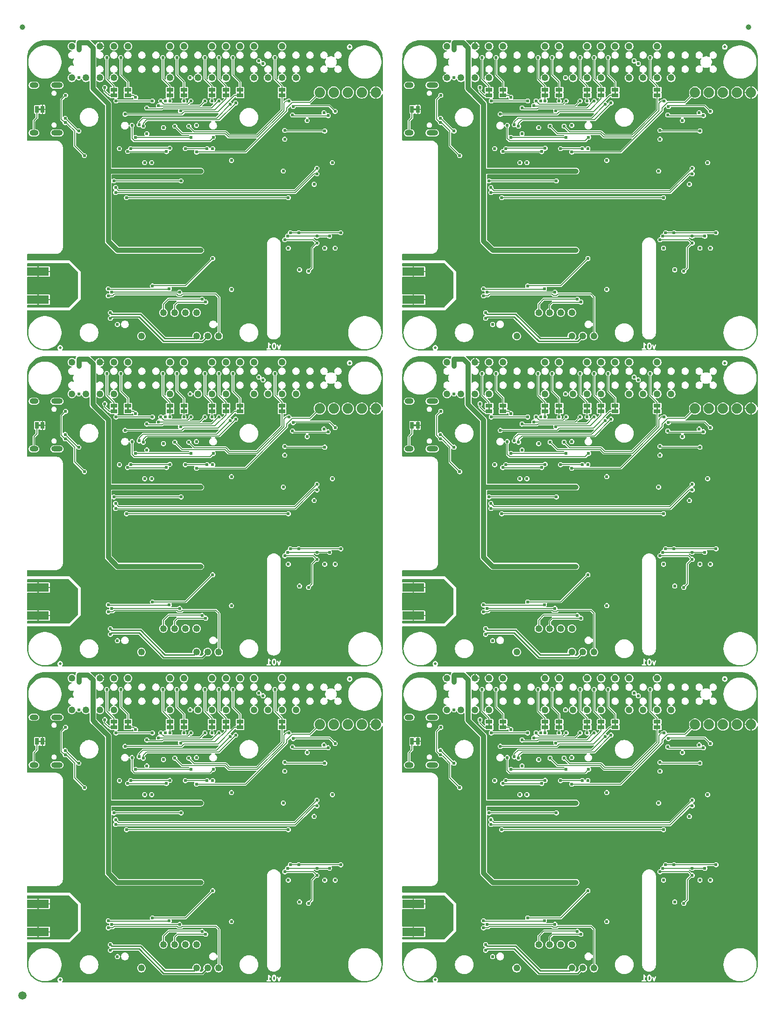
<source format=gbl>
%TF.GenerationSoftware,KiCad,Pcbnew,8.0.7*%
%TF.CreationDate,2025-01-29T16:03:16+00:00*%
%TF.ProjectId,SparkFun_GNSS_pHAT_panelized,53706172-6b46-4756-9e5f-474e53535f70,v10*%
%TF.SameCoordinates,Original*%
%TF.FileFunction,Copper,L4,Bot*%
%TF.FilePolarity,Positive*%
%FSLAX46Y46*%
G04 Gerber Fmt 4.6, Leading zero omitted, Abs format (unit mm)*
G04 Created by KiCad (PCBNEW 8.0.7) date 2025-01-29 16:03:16*
%MOMM*%
%LPD*%
G01*
G04 APERTURE LIST*
G04 Aperture macros list*
%AMRoundRect*
0 Rectangle with rounded corners*
0 $1 Rounding radius*
0 $2 $3 $4 $5 $6 $7 $8 $9 X,Y pos of 4 corners*
0 Add a 4 corners polygon primitive as box body*
4,1,4,$2,$3,$4,$5,$6,$7,$8,$9,$2,$3,0*
0 Add four circle primitives for the rounded corners*
1,1,$1+$1,$2,$3*
1,1,$1+$1,$4,$5*
1,1,$1+$1,$6,$7*
1,1,$1+$1,$8,$9*
0 Add four rect primitives between the rounded corners*
20,1,$1+$1,$2,$3,$4,$5,0*
20,1,$1+$1,$4,$5,$6,$7,0*
20,1,$1+$1,$6,$7,$8,$9,0*
20,1,$1+$1,$8,$9,$2,$3,0*%
G04 Aperture macros list end*
%ADD10C,0.254000*%
%TA.AperFunction,EtchedComponent*%
%ADD11C,0.000000*%
%TD*%
%TA.AperFunction,SMDPad,CuDef*%
%ADD12R,4.000000X1.500000*%
%TD*%
%TA.AperFunction,ComponentPad*%
%ADD13C,1.879600*%
%TD*%
%TA.AperFunction,ComponentPad*%
%ADD14O,1.600000X1.000000*%
%TD*%
%TA.AperFunction,ComponentPad*%
%ADD15O,2.100000X1.000000*%
%TD*%
%TA.AperFunction,SMDPad,CuDef*%
%ADD16RoundRect,0.625000X0.000010X0.000010X-0.000010X0.000010X-0.000010X-0.000010X0.000010X-0.000010X0*%
%TD*%
%TA.AperFunction,SMDPad,CuDef*%
%ADD17C,0.500000*%
%TD*%
%TA.AperFunction,SMDPad,CuDef*%
%ADD18C,1.000000*%
%TD*%
%TA.AperFunction,SMDPad,CuDef*%
%ADD19R,1.270000X0.660400*%
%TD*%
%TA.AperFunction,SMDPad,CuDef*%
%ADD20R,0.660400X1.270000*%
%TD*%
%TA.AperFunction,SMDPad,CuDef*%
%ADD21C,1.500000*%
%TD*%
%TA.AperFunction,ViaPad*%
%ADD22C,0.609600*%
%TD*%
%TA.AperFunction,Conductor*%
%ADD23C,0.152400*%
%TD*%
%TA.AperFunction,Conductor*%
%ADD24C,0.914400*%
%TD*%
%TA.AperFunction,Conductor*%
%ADD25C,0.177800*%
%TD*%
%TA.AperFunction,Conductor*%
%ADD26C,0.266700*%
%TD*%
G04 APERTURE END LIST*
D10*
G36*
X113164672Y1422433D02*
G01*
X113183911Y1403194D01*
X113216839Y1337338D01*
X113258047Y1172506D01*
X113258047Y961869D01*
X113216839Y797037D01*
X113183911Y731181D01*
X113164673Y711944D01*
X113113162Y686188D01*
X113076360Y686188D01*
X113024848Y711944D01*
X113005611Y731181D01*
X112972683Y797037D01*
X112931475Y961869D01*
X112931475Y1172506D01*
X112972683Y1337338D01*
X113005611Y1403194D01*
X113024850Y1422433D01*
X113076360Y1448188D01*
X113113162Y1448188D01*
X113164672Y1422433D01*
G37*
G36*
X114460159Y305188D02*
G01*
X111585296Y305188D01*
X111585296Y583964D01*
X111712296Y583964D01*
X111712296Y534412D01*
X111731259Y488631D01*
X111766299Y453591D01*
X111812080Y434628D01*
X111836856Y432188D01*
X112417428Y432188D01*
X112442204Y434628D01*
X112487985Y453591D01*
X112523025Y488631D01*
X112541988Y534412D01*
X112541988Y583964D01*
X112523025Y629745D01*
X112487985Y664785D01*
X112442204Y683748D01*
X112417428Y686188D01*
X112254142Y686188D01*
X112254142Y1225815D01*
X112263870Y1219691D01*
X112360632Y1171310D01*
X112383883Y1162412D01*
X112433312Y1158899D01*
X112480323Y1174570D01*
X112495969Y1188140D01*
X112677475Y1188140D01*
X112677475Y946235D01*
X112677900Y941914D01*
X112677625Y940061D01*
X112678996Y930789D01*
X112679915Y921459D01*
X112680631Y919729D01*
X112681267Y915433D01*
X112729648Y721909D01*
X112730300Y720082D01*
X112730366Y719166D01*
X112734308Y708866D01*
X112738024Y698464D01*
X112738571Y697726D01*
X112739264Y695915D01*
X112787645Y599153D01*
X112794358Y588489D01*
X112795641Y585391D01*
X112798502Y581905D01*
X112800907Y578084D01*
X112803440Y575887D01*
X112811434Y566146D01*
X112859815Y517765D01*
X112869558Y509769D01*
X112871754Y507238D01*
X112875570Y504836D01*
X112879060Y501972D01*
X112882157Y500689D01*
X112892823Y493975D01*
X112989585Y445595D01*
X113012837Y436698D01*
X113017387Y436375D01*
X113021604Y434628D01*
X113046380Y432188D01*
X113143142Y432188D01*
X113167918Y434628D01*
X113172134Y436375D01*
X113176686Y436698D01*
X113199937Y445595D01*
X113296699Y493975D01*
X113307365Y500690D01*
X113310462Y501972D01*
X113313948Y504834D01*
X113317769Y507238D01*
X113319966Y509772D01*
X113329707Y517765D01*
X113378088Y566146D01*
X113386081Y575887D01*
X113388615Y578084D01*
X113391019Y581905D01*
X113393881Y585391D01*
X113395163Y588489D01*
X113401877Y599153D01*
X113450258Y695915D01*
X113450951Y697728D01*
X113451498Y698465D01*
X113455210Y708858D01*
X113459156Y719166D01*
X113459221Y720082D01*
X113459874Y721909D01*
X113508255Y915433D01*
X113508890Y919729D01*
X113509607Y921459D01*
X113510525Y930789D01*
X113511897Y940061D01*
X113511621Y941914D01*
X113512047Y946235D01*
X113512047Y1188140D01*
X113511621Y1192462D01*
X113511897Y1194314D01*
X113510525Y1203587D01*
X113509607Y1212916D01*
X113508890Y1214647D01*
X113508400Y1217959D01*
X113598077Y1217959D01*
X113604112Y1193806D01*
X113846017Y516474D01*
X113856648Y493962D01*
X113860925Y489238D01*
X113863655Y483474D01*
X113877437Y470998D01*
X113889904Y457226D01*
X113895663Y454498D01*
X113900391Y450218D01*
X113917896Y443967D01*
X113934688Y436012D01*
X113941053Y435696D01*
X113947056Y433552D01*
X113965617Y434475D01*
X113984179Y433552D01*
X113990181Y435696D01*
X113996548Y436012D01*
X114013343Y443968D01*
X114030845Y450218D01*
X114035570Y454497D01*
X114041332Y457225D01*
X114053803Y471003D01*
X114067581Y483474D01*
X114070309Y489236D01*
X114074588Y493961D01*
X114085219Y516473D01*
X114327124Y1193806D01*
X114333159Y1217959D01*
X114330699Y1267451D01*
X114309486Y1312235D01*
X114272750Y1345491D01*
X114226084Y1362157D01*
X114176593Y1359697D01*
X114131809Y1338483D01*
X114098553Y1301747D01*
X114087922Y1279235D01*
X113965618Y936786D01*
X113843314Y1279236D01*
X113832683Y1301748D01*
X113799427Y1338484D01*
X113754643Y1359697D01*
X113705151Y1362157D01*
X113658486Y1345491D01*
X113621750Y1312235D01*
X113600537Y1267451D01*
X113598077Y1217959D01*
X113508400Y1217959D01*
X113508255Y1218942D01*
X113459874Y1412466D01*
X113459221Y1414294D01*
X113459156Y1415209D01*
X113455210Y1425518D01*
X113451498Y1435910D01*
X113450951Y1436648D01*
X113450258Y1438460D01*
X113401877Y1535222D01*
X113395163Y1545887D01*
X113393881Y1548984D01*
X113391019Y1552471D01*
X113388615Y1556291D01*
X113386081Y1558489D01*
X113378088Y1568229D01*
X113329707Y1616610D01*
X113319966Y1624604D01*
X113317769Y1627137D01*
X113313948Y1629542D01*
X113310462Y1632403D01*
X113307364Y1633686D01*
X113296700Y1640399D01*
X113199938Y1688780D01*
X113176687Y1697678D01*
X113172134Y1698002D01*
X113167918Y1699748D01*
X113143142Y1702188D01*
X113046380Y1702188D01*
X113021604Y1699748D01*
X113017387Y1698002D01*
X113012835Y1697678D01*
X112989584Y1688780D01*
X112892822Y1640399D01*
X112882157Y1633686D01*
X112879060Y1632403D01*
X112875573Y1629542D01*
X112871753Y1627137D01*
X112869555Y1624604D01*
X112859815Y1616610D01*
X112811434Y1568229D01*
X112803440Y1558489D01*
X112800907Y1556291D01*
X112798502Y1552471D01*
X112795641Y1548984D01*
X112794358Y1545887D01*
X112787645Y1535222D01*
X112739264Y1438460D01*
X112738571Y1436650D01*
X112738024Y1435911D01*
X112734308Y1425510D01*
X112730366Y1415209D01*
X112730300Y1414294D01*
X112729648Y1412466D01*
X112681267Y1218942D01*
X112680631Y1214647D01*
X112679915Y1212916D01*
X112678996Y1203587D01*
X112677625Y1194314D01*
X112677900Y1192462D01*
X112677475Y1188140D01*
X112495969Y1188140D01*
X112517758Y1207037D01*
X112539918Y1251357D01*
X112543431Y1300786D01*
X112527760Y1347797D01*
X112495293Y1385232D01*
X112474224Y1398494D01*
X112395896Y1437658D01*
X112322596Y1510959D01*
X112232812Y1645635D01*
X112232756Y1645703D01*
X112232739Y1645745D01*
X112232644Y1645840D01*
X112217039Y1664896D01*
X112206590Y1671894D01*
X112197699Y1680785D01*
X112186204Y1685547D01*
X112175866Y1692470D01*
X112163535Y1694937D01*
X112151918Y1699748D01*
X112139475Y1699748D01*
X112127274Y1702188D01*
X112114941Y1699748D01*
X112102366Y1699748D01*
X112090868Y1694986D01*
X112078663Y1692571D01*
X112068201Y1685597D01*
X112056585Y1680785D01*
X112047787Y1671987D01*
X112037434Y1665085D01*
X112030436Y1654637D01*
X112021545Y1645745D01*
X112016783Y1634251D01*
X112009860Y1623912D01*
X112007393Y1611582D01*
X112002582Y1599964D01*
X112000167Y1575449D01*
X112000142Y1575320D01*
X112000150Y1575277D01*
X112000142Y1575188D01*
X112000142Y686188D01*
X111836856Y686188D01*
X111812080Y683748D01*
X111766299Y664785D01*
X111731259Y629745D01*
X111712296Y583964D01*
X111585296Y583964D01*
X111585296Y1829188D01*
X114460159Y1829188D01*
X114460159Y305188D01*
G37*
G36*
X45124672Y1422433D02*
G01*
X45143911Y1403194D01*
X45176839Y1337338D01*
X45218047Y1172506D01*
X45218047Y961869D01*
X45176839Y797037D01*
X45143911Y731181D01*
X45124673Y711944D01*
X45073162Y686188D01*
X45036360Y686188D01*
X44984848Y711944D01*
X44965611Y731181D01*
X44932683Y797037D01*
X44891475Y961869D01*
X44891475Y1172506D01*
X44932683Y1337338D01*
X44965611Y1403194D01*
X44984850Y1422433D01*
X45036360Y1448188D01*
X45073162Y1448188D01*
X45124672Y1422433D01*
G37*
G36*
X46420159Y305188D02*
G01*
X43545296Y305188D01*
X43545296Y583964D01*
X43672296Y583964D01*
X43672296Y534412D01*
X43691259Y488631D01*
X43726299Y453591D01*
X43772080Y434628D01*
X43796856Y432188D01*
X44377428Y432188D01*
X44402204Y434628D01*
X44447985Y453591D01*
X44483025Y488631D01*
X44501988Y534412D01*
X44501988Y583964D01*
X44483025Y629745D01*
X44447985Y664785D01*
X44402204Y683748D01*
X44377428Y686188D01*
X44214142Y686188D01*
X44214142Y1225815D01*
X44223870Y1219691D01*
X44320632Y1171310D01*
X44343883Y1162412D01*
X44393312Y1158899D01*
X44440323Y1174570D01*
X44455969Y1188140D01*
X44637475Y1188140D01*
X44637475Y946235D01*
X44637900Y941914D01*
X44637625Y940061D01*
X44638996Y930789D01*
X44639915Y921459D01*
X44640631Y919729D01*
X44641267Y915433D01*
X44689648Y721909D01*
X44690300Y720082D01*
X44690366Y719166D01*
X44694308Y708866D01*
X44698024Y698464D01*
X44698571Y697726D01*
X44699264Y695915D01*
X44747645Y599153D01*
X44754358Y588489D01*
X44755641Y585391D01*
X44758502Y581905D01*
X44760907Y578084D01*
X44763440Y575887D01*
X44771434Y566146D01*
X44819815Y517765D01*
X44829558Y509769D01*
X44831754Y507238D01*
X44835570Y504836D01*
X44839060Y501972D01*
X44842157Y500689D01*
X44852823Y493975D01*
X44949585Y445595D01*
X44972837Y436698D01*
X44977387Y436375D01*
X44981604Y434628D01*
X45006380Y432188D01*
X45103142Y432188D01*
X45127918Y434628D01*
X45132134Y436375D01*
X45136686Y436698D01*
X45159937Y445595D01*
X45256699Y493975D01*
X45267365Y500690D01*
X45270462Y501972D01*
X45273948Y504834D01*
X45277769Y507238D01*
X45279966Y509772D01*
X45289707Y517765D01*
X45338088Y566146D01*
X45346081Y575887D01*
X45348615Y578084D01*
X45351019Y581905D01*
X45353881Y585391D01*
X45355163Y588489D01*
X45361877Y599153D01*
X45410258Y695915D01*
X45410951Y697728D01*
X45411498Y698465D01*
X45415210Y708858D01*
X45419156Y719166D01*
X45419221Y720082D01*
X45419874Y721909D01*
X45468255Y915433D01*
X45468890Y919729D01*
X45469607Y921459D01*
X45470525Y930789D01*
X45471897Y940061D01*
X45471621Y941914D01*
X45472047Y946235D01*
X45472047Y1188140D01*
X45471621Y1192462D01*
X45471897Y1194314D01*
X45470525Y1203587D01*
X45469607Y1212916D01*
X45468890Y1214647D01*
X45468400Y1217959D01*
X45558077Y1217959D01*
X45564112Y1193806D01*
X45806017Y516474D01*
X45816648Y493962D01*
X45820925Y489238D01*
X45823655Y483474D01*
X45837437Y470998D01*
X45849904Y457226D01*
X45855663Y454498D01*
X45860391Y450218D01*
X45877896Y443967D01*
X45894688Y436012D01*
X45901053Y435696D01*
X45907056Y433552D01*
X45925617Y434475D01*
X45944179Y433552D01*
X45950181Y435696D01*
X45956548Y436012D01*
X45973343Y443968D01*
X45990845Y450218D01*
X45995570Y454497D01*
X46001332Y457225D01*
X46013803Y471003D01*
X46027581Y483474D01*
X46030309Y489236D01*
X46034588Y493961D01*
X46045219Y516473D01*
X46287124Y1193806D01*
X46293159Y1217959D01*
X46290699Y1267451D01*
X46269486Y1312235D01*
X46232750Y1345491D01*
X46186084Y1362157D01*
X46136593Y1359697D01*
X46091809Y1338483D01*
X46058553Y1301747D01*
X46047922Y1279235D01*
X45925618Y936786D01*
X45803314Y1279236D01*
X45792683Y1301748D01*
X45759427Y1338484D01*
X45714643Y1359697D01*
X45665151Y1362157D01*
X45618486Y1345491D01*
X45581750Y1312235D01*
X45560537Y1267451D01*
X45558077Y1217959D01*
X45468400Y1217959D01*
X45468255Y1218942D01*
X45419874Y1412466D01*
X45419221Y1414294D01*
X45419156Y1415209D01*
X45415210Y1425518D01*
X45411498Y1435910D01*
X45410951Y1436648D01*
X45410258Y1438460D01*
X45361877Y1535222D01*
X45355163Y1545887D01*
X45353881Y1548984D01*
X45351019Y1552471D01*
X45348615Y1556291D01*
X45346081Y1558489D01*
X45338088Y1568229D01*
X45289707Y1616610D01*
X45279966Y1624604D01*
X45277769Y1627137D01*
X45273948Y1629542D01*
X45270462Y1632403D01*
X45267364Y1633686D01*
X45256700Y1640399D01*
X45159938Y1688780D01*
X45136687Y1697678D01*
X45132134Y1698002D01*
X45127918Y1699748D01*
X45103142Y1702188D01*
X45006380Y1702188D01*
X44981604Y1699748D01*
X44977387Y1698002D01*
X44972835Y1697678D01*
X44949584Y1688780D01*
X44852822Y1640399D01*
X44842157Y1633686D01*
X44839060Y1632403D01*
X44835573Y1629542D01*
X44831753Y1627137D01*
X44829555Y1624604D01*
X44819815Y1616610D01*
X44771434Y1568229D01*
X44763440Y1558489D01*
X44760907Y1556291D01*
X44758502Y1552471D01*
X44755641Y1548984D01*
X44754358Y1545887D01*
X44747645Y1535222D01*
X44699264Y1438460D01*
X44698571Y1436650D01*
X44698024Y1435911D01*
X44694308Y1425510D01*
X44690366Y1415209D01*
X44690300Y1414294D01*
X44689648Y1412466D01*
X44641267Y1218942D01*
X44640631Y1214647D01*
X44639915Y1212916D01*
X44638996Y1203587D01*
X44637625Y1194314D01*
X44637900Y1192462D01*
X44637475Y1188140D01*
X44455969Y1188140D01*
X44477758Y1207037D01*
X44499918Y1251357D01*
X44503431Y1300786D01*
X44487760Y1347797D01*
X44455293Y1385232D01*
X44434224Y1398494D01*
X44355896Y1437658D01*
X44282596Y1510959D01*
X44192812Y1645635D01*
X44192756Y1645703D01*
X44192739Y1645745D01*
X44192644Y1645840D01*
X44177039Y1664896D01*
X44166590Y1671894D01*
X44157699Y1680785D01*
X44146204Y1685547D01*
X44135866Y1692470D01*
X44123535Y1694937D01*
X44111918Y1699748D01*
X44099475Y1699748D01*
X44087274Y1702188D01*
X44074941Y1699748D01*
X44062366Y1699748D01*
X44050868Y1694986D01*
X44038663Y1692571D01*
X44028201Y1685597D01*
X44016585Y1680785D01*
X44007787Y1671987D01*
X43997434Y1665085D01*
X43990436Y1654637D01*
X43981545Y1645745D01*
X43976783Y1634251D01*
X43969860Y1623912D01*
X43967393Y1611582D01*
X43962582Y1599964D01*
X43960167Y1575449D01*
X43960142Y1575320D01*
X43960150Y1575277D01*
X43960142Y1575188D01*
X43960142Y686188D01*
X43796856Y686188D01*
X43772080Y683748D01*
X43726299Y664785D01*
X43691259Y629745D01*
X43672296Y583964D01*
X43545296Y583964D01*
X43545296Y1829188D01*
X46420159Y1829188D01*
X46420159Y305188D01*
G37*
G36*
X45124672Y115922433D02*
G01*
X45143911Y115903194D01*
X45176839Y115837338D01*
X45218047Y115672506D01*
X45218047Y115461869D01*
X45176839Y115297037D01*
X45143911Y115231181D01*
X45124673Y115211944D01*
X45073162Y115186188D01*
X45036360Y115186188D01*
X44984848Y115211944D01*
X44965611Y115231181D01*
X44932683Y115297037D01*
X44891475Y115461869D01*
X44891475Y115672506D01*
X44932683Y115837338D01*
X44965611Y115903194D01*
X44984850Y115922433D01*
X45036360Y115948188D01*
X45073162Y115948188D01*
X45124672Y115922433D01*
G37*
G36*
X46420159Y114805188D02*
G01*
X43545296Y114805188D01*
X43545296Y115083964D01*
X43672296Y115083964D01*
X43672296Y115034412D01*
X43691259Y114988631D01*
X43726299Y114953591D01*
X43772080Y114934628D01*
X43796856Y114932188D01*
X44377428Y114932188D01*
X44402204Y114934628D01*
X44447985Y114953591D01*
X44483025Y114988631D01*
X44501988Y115034412D01*
X44501988Y115083964D01*
X44483025Y115129745D01*
X44447985Y115164785D01*
X44402204Y115183748D01*
X44377428Y115186188D01*
X44214142Y115186188D01*
X44214142Y115725815D01*
X44223870Y115719691D01*
X44320632Y115671310D01*
X44343883Y115662412D01*
X44393312Y115658899D01*
X44440323Y115674570D01*
X44455969Y115688140D01*
X44637475Y115688140D01*
X44637475Y115446235D01*
X44637900Y115441914D01*
X44637625Y115440061D01*
X44638996Y115430789D01*
X44639915Y115421459D01*
X44640631Y115419729D01*
X44641267Y115415433D01*
X44689648Y115221909D01*
X44690300Y115220082D01*
X44690366Y115219166D01*
X44694308Y115208866D01*
X44698024Y115198464D01*
X44698571Y115197726D01*
X44699264Y115195915D01*
X44747645Y115099153D01*
X44754358Y115088489D01*
X44755641Y115085391D01*
X44758502Y115081905D01*
X44760907Y115078084D01*
X44763440Y115075887D01*
X44771434Y115066146D01*
X44819815Y115017765D01*
X44829558Y115009769D01*
X44831754Y115007238D01*
X44835570Y115004836D01*
X44839060Y115001972D01*
X44842157Y115000689D01*
X44852823Y114993975D01*
X44949585Y114945595D01*
X44972837Y114936698D01*
X44977387Y114936375D01*
X44981604Y114934628D01*
X45006380Y114932188D01*
X45103142Y114932188D01*
X45127918Y114934628D01*
X45132134Y114936375D01*
X45136686Y114936698D01*
X45159937Y114945595D01*
X45256699Y114993975D01*
X45267365Y115000690D01*
X45270462Y115001972D01*
X45273948Y115004834D01*
X45277769Y115007238D01*
X45279966Y115009772D01*
X45289707Y115017765D01*
X45338088Y115066146D01*
X45346081Y115075887D01*
X45348615Y115078084D01*
X45351019Y115081905D01*
X45353881Y115085391D01*
X45355163Y115088489D01*
X45361877Y115099153D01*
X45410258Y115195915D01*
X45410951Y115197728D01*
X45411498Y115198465D01*
X45415210Y115208858D01*
X45419156Y115219166D01*
X45419221Y115220082D01*
X45419874Y115221909D01*
X45468255Y115415433D01*
X45468890Y115419729D01*
X45469607Y115421459D01*
X45470525Y115430789D01*
X45471897Y115440061D01*
X45471621Y115441914D01*
X45472047Y115446235D01*
X45472047Y115688140D01*
X45471621Y115692462D01*
X45471897Y115694314D01*
X45470525Y115703587D01*
X45469607Y115712916D01*
X45468890Y115714647D01*
X45468400Y115717959D01*
X45558077Y115717959D01*
X45564112Y115693806D01*
X45806017Y115016474D01*
X45816648Y114993962D01*
X45820925Y114989238D01*
X45823655Y114983474D01*
X45837437Y114970998D01*
X45849904Y114957226D01*
X45855663Y114954498D01*
X45860391Y114950218D01*
X45877896Y114943967D01*
X45894688Y114936012D01*
X45901053Y114935696D01*
X45907056Y114933552D01*
X45925617Y114934475D01*
X45944179Y114933552D01*
X45950181Y114935696D01*
X45956548Y114936012D01*
X45973343Y114943968D01*
X45990845Y114950218D01*
X45995570Y114954497D01*
X46001332Y114957225D01*
X46013803Y114971003D01*
X46027581Y114983474D01*
X46030309Y114989236D01*
X46034588Y114993961D01*
X46045219Y115016473D01*
X46287124Y115693806D01*
X46293159Y115717959D01*
X46290699Y115767451D01*
X46269486Y115812235D01*
X46232750Y115845491D01*
X46186084Y115862157D01*
X46136593Y115859697D01*
X46091809Y115838483D01*
X46058553Y115801747D01*
X46047922Y115779235D01*
X45925618Y115436786D01*
X45803314Y115779236D01*
X45792683Y115801748D01*
X45759427Y115838484D01*
X45714643Y115859697D01*
X45665151Y115862157D01*
X45618486Y115845491D01*
X45581750Y115812235D01*
X45560537Y115767451D01*
X45558077Y115717959D01*
X45468400Y115717959D01*
X45468255Y115718942D01*
X45419874Y115912466D01*
X45419221Y115914294D01*
X45419156Y115915209D01*
X45415210Y115925518D01*
X45411498Y115935910D01*
X45410951Y115936648D01*
X45410258Y115938460D01*
X45361877Y116035222D01*
X45355163Y116045887D01*
X45353881Y116048984D01*
X45351019Y116052471D01*
X45348615Y116056291D01*
X45346081Y116058489D01*
X45338088Y116068229D01*
X45289707Y116116610D01*
X45279966Y116124604D01*
X45277769Y116127137D01*
X45273948Y116129542D01*
X45270462Y116132403D01*
X45267364Y116133686D01*
X45256700Y116140399D01*
X45159938Y116188780D01*
X45136687Y116197678D01*
X45132134Y116198002D01*
X45127918Y116199748D01*
X45103142Y116202188D01*
X45006380Y116202188D01*
X44981604Y116199748D01*
X44977387Y116198002D01*
X44972835Y116197678D01*
X44949584Y116188780D01*
X44852822Y116140399D01*
X44842157Y116133686D01*
X44839060Y116132403D01*
X44835573Y116129542D01*
X44831753Y116127137D01*
X44829555Y116124604D01*
X44819815Y116116610D01*
X44771434Y116068229D01*
X44763440Y116058489D01*
X44760907Y116056291D01*
X44758502Y116052471D01*
X44755641Y116048984D01*
X44754358Y116045887D01*
X44747645Y116035222D01*
X44699264Y115938460D01*
X44698571Y115936650D01*
X44698024Y115935911D01*
X44694308Y115925510D01*
X44690366Y115915209D01*
X44690300Y115914294D01*
X44689648Y115912466D01*
X44641267Y115718942D01*
X44640631Y115714647D01*
X44639915Y115712916D01*
X44638996Y115703587D01*
X44637625Y115694314D01*
X44637900Y115692462D01*
X44637475Y115688140D01*
X44455969Y115688140D01*
X44477758Y115707037D01*
X44499918Y115751357D01*
X44503431Y115800786D01*
X44487760Y115847797D01*
X44455293Y115885232D01*
X44434224Y115898494D01*
X44355896Y115937658D01*
X44282596Y116010959D01*
X44192812Y116145635D01*
X44192756Y116145703D01*
X44192739Y116145745D01*
X44192644Y116145840D01*
X44177039Y116164896D01*
X44166590Y116171894D01*
X44157699Y116180785D01*
X44146204Y116185547D01*
X44135866Y116192470D01*
X44123535Y116194937D01*
X44111918Y116199748D01*
X44099475Y116199748D01*
X44087274Y116202188D01*
X44074941Y116199748D01*
X44062366Y116199748D01*
X44050868Y116194986D01*
X44038663Y116192571D01*
X44028201Y116185597D01*
X44016585Y116180785D01*
X44007787Y116171987D01*
X43997434Y116165085D01*
X43990436Y116154637D01*
X43981545Y116145745D01*
X43976783Y116134251D01*
X43969860Y116123912D01*
X43967393Y116111582D01*
X43962582Y116099964D01*
X43960167Y116075449D01*
X43960142Y116075320D01*
X43960150Y116075277D01*
X43960142Y116075188D01*
X43960142Y115186188D01*
X43796856Y115186188D01*
X43772080Y115183748D01*
X43726299Y115164785D01*
X43691259Y115129745D01*
X43672296Y115083964D01*
X43545296Y115083964D01*
X43545296Y116329188D01*
X46420159Y116329188D01*
X46420159Y114805188D01*
G37*
G36*
X45124672Y58672433D02*
G01*
X45143911Y58653194D01*
X45176839Y58587338D01*
X45218047Y58422506D01*
X45218047Y58211869D01*
X45176839Y58047037D01*
X45143911Y57981181D01*
X45124673Y57961944D01*
X45073162Y57936188D01*
X45036360Y57936188D01*
X44984848Y57961944D01*
X44965611Y57981181D01*
X44932683Y58047037D01*
X44891475Y58211869D01*
X44891475Y58422506D01*
X44932683Y58587338D01*
X44965611Y58653194D01*
X44984850Y58672433D01*
X45036360Y58698188D01*
X45073162Y58698188D01*
X45124672Y58672433D01*
G37*
G36*
X46420159Y57555188D02*
G01*
X43545296Y57555188D01*
X43545296Y57833964D01*
X43672296Y57833964D01*
X43672296Y57784412D01*
X43691259Y57738631D01*
X43726299Y57703591D01*
X43772080Y57684628D01*
X43796856Y57682188D01*
X44377428Y57682188D01*
X44402204Y57684628D01*
X44447985Y57703591D01*
X44483025Y57738631D01*
X44501988Y57784412D01*
X44501988Y57833964D01*
X44483025Y57879745D01*
X44447985Y57914785D01*
X44402204Y57933748D01*
X44377428Y57936188D01*
X44214142Y57936188D01*
X44214142Y58475815D01*
X44223870Y58469691D01*
X44320632Y58421310D01*
X44343883Y58412412D01*
X44393312Y58408899D01*
X44440323Y58424570D01*
X44455969Y58438140D01*
X44637475Y58438140D01*
X44637475Y58196235D01*
X44637900Y58191914D01*
X44637625Y58190061D01*
X44638996Y58180789D01*
X44639915Y58171459D01*
X44640631Y58169729D01*
X44641267Y58165433D01*
X44689648Y57971909D01*
X44690300Y57970082D01*
X44690366Y57969166D01*
X44694308Y57958866D01*
X44698024Y57948464D01*
X44698571Y57947726D01*
X44699264Y57945915D01*
X44747645Y57849153D01*
X44754358Y57838489D01*
X44755641Y57835391D01*
X44758502Y57831905D01*
X44760907Y57828084D01*
X44763440Y57825887D01*
X44771434Y57816146D01*
X44819815Y57767765D01*
X44829558Y57759769D01*
X44831754Y57757238D01*
X44835570Y57754836D01*
X44839060Y57751972D01*
X44842157Y57750689D01*
X44852823Y57743975D01*
X44949585Y57695595D01*
X44972837Y57686698D01*
X44977387Y57686375D01*
X44981604Y57684628D01*
X45006380Y57682188D01*
X45103142Y57682188D01*
X45127918Y57684628D01*
X45132134Y57686375D01*
X45136686Y57686698D01*
X45159937Y57695595D01*
X45256699Y57743975D01*
X45267365Y57750690D01*
X45270462Y57751972D01*
X45273948Y57754834D01*
X45277769Y57757238D01*
X45279966Y57759772D01*
X45289707Y57767765D01*
X45338088Y57816146D01*
X45346081Y57825887D01*
X45348615Y57828084D01*
X45351019Y57831905D01*
X45353881Y57835391D01*
X45355163Y57838489D01*
X45361877Y57849153D01*
X45410258Y57945915D01*
X45410951Y57947728D01*
X45411498Y57948465D01*
X45415210Y57958858D01*
X45419156Y57969166D01*
X45419221Y57970082D01*
X45419874Y57971909D01*
X45468255Y58165433D01*
X45468890Y58169729D01*
X45469607Y58171459D01*
X45470525Y58180789D01*
X45471897Y58190061D01*
X45471621Y58191914D01*
X45472047Y58196235D01*
X45472047Y58438140D01*
X45471621Y58442462D01*
X45471897Y58444314D01*
X45470525Y58453587D01*
X45469607Y58462916D01*
X45468890Y58464647D01*
X45468400Y58467959D01*
X45558077Y58467959D01*
X45564112Y58443806D01*
X45806017Y57766474D01*
X45816648Y57743962D01*
X45820925Y57739238D01*
X45823655Y57733474D01*
X45837437Y57720998D01*
X45849904Y57707226D01*
X45855663Y57704498D01*
X45860391Y57700218D01*
X45877896Y57693967D01*
X45894688Y57686012D01*
X45901053Y57685696D01*
X45907056Y57683552D01*
X45925617Y57684475D01*
X45944179Y57683552D01*
X45950181Y57685696D01*
X45956548Y57686012D01*
X45973343Y57693968D01*
X45990845Y57700218D01*
X45995570Y57704497D01*
X46001332Y57707225D01*
X46013803Y57721003D01*
X46027581Y57733474D01*
X46030309Y57739236D01*
X46034588Y57743961D01*
X46045219Y57766473D01*
X46287124Y58443806D01*
X46293159Y58467959D01*
X46290699Y58517451D01*
X46269486Y58562235D01*
X46232750Y58595491D01*
X46186084Y58612157D01*
X46136593Y58609697D01*
X46091809Y58588483D01*
X46058553Y58551747D01*
X46047922Y58529235D01*
X45925618Y58186786D01*
X45803314Y58529236D01*
X45792683Y58551748D01*
X45759427Y58588484D01*
X45714643Y58609697D01*
X45665151Y58612157D01*
X45618486Y58595491D01*
X45581750Y58562235D01*
X45560537Y58517451D01*
X45558077Y58467959D01*
X45468400Y58467959D01*
X45468255Y58468942D01*
X45419874Y58662466D01*
X45419221Y58664294D01*
X45419156Y58665209D01*
X45415210Y58675518D01*
X45411498Y58685910D01*
X45410951Y58686648D01*
X45410258Y58688460D01*
X45361877Y58785222D01*
X45355163Y58795887D01*
X45353881Y58798984D01*
X45351019Y58802471D01*
X45348615Y58806291D01*
X45346081Y58808489D01*
X45338088Y58818229D01*
X45289707Y58866610D01*
X45279966Y58874604D01*
X45277769Y58877137D01*
X45273948Y58879542D01*
X45270462Y58882403D01*
X45267364Y58883686D01*
X45256700Y58890399D01*
X45159938Y58938780D01*
X45136687Y58947678D01*
X45132134Y58948002D01*
X45127918Y58949748D01*
X45103142Y58952188D01*
X45006380Y58952188D01*
X44981604Y58949748D01*
X44977387Y58948002D01*
X44972835Y58947678D01*
X44949584Y58938780D01*
X44852822Y58890399D01*
X44842157Y58883686D01*
X44839060Y58882403D01*
X44835573Y58879542D01*
X44831753Y58877137D01*
X44829555Y58874604D01*
X44819815Y58866610D01*
X44771434Y58818229D01*
X44763440Y58808489D01*
X44760907Y58806291D01*
X44758502Y58802471D01*
X44755641Y58798984D01*
X44754358Y58795887D01*
X44747645Y58785222D01*
X44699264Y58688460D01*
X44698571Y58686650D01*
X44698024Y58685911D01*
X44694308Y58675510D01*
X44690366Y58665209D01*
X44690300Y58664294D01*
X44689648Y58662466D01*
X44641267Y58468942D01*
X44640631Y58464647D01*
X44639915Y58462916D01*
X44638996Y58453587D01*
X44637625Y58444314D01*
X44637900Y58442462D01*
X44637475Y58438140D01*
X44455969Y58438140D01*
X44477758Y58457037D01*
X44499918Y58501357D01*
X44503431Y58550786D01*
X44487760Y58597797D01*
X44455293Y58635232D01*
X44434224Y58648494D01*
X44355896Y58687658D01*
X44282596Y58760959D01*
X44192812Y58895635D01*
X44192756Y58895703D01*
X44192739Y58895745D01*
X44192644Y58895840D01*
X44177039Y58914896D01*
X44166590Y58921894D01*
X44157699Y58930785D01*
X44146204Y58935547D01*
X44135866Y58942470D01*
X44123535Y58944937D01*
X44111918Y58949748D01*
X44099475Y58949748D01*
X44087274Y58952188D01*
X44074941Y58949748D01*
X44062366Y58949748D01*
X44050868Y58944986D01*
X44038663Y58942571D01*
X44028201Y58935597D01*
X44016585Y58930785D01*
X44007787Y58921987D01*
X43997434Y58915085D01*
X43990436Y58904637D01*
X43981545Y58895745D01*
X43976783Y58884251D01*
X43969860Y58873912D01*
X43967393Y58861582D01*
X43962582Y58849964D01*
X43960167Y58825449D01*
X43960142Y58825320D01*
X43960150Y58825277D01*
X43960142Y58825188D01*
X43960142Y57936188D01*
X43796856Y57936188D01*
X43772080Y57933748D01*
X43726299Y57914785D01*
X43691259Y57879745D01*
X43672296Y57833964D01*
X43545296Y57833964D01*
X43545296Y59079188D01*
X46420159Y59079188D01*
X46420159Y57555188D01*
G37*
G36*
X113164672Y115922433D02*
G01*
X113183911Y115903194D01*
X113216839Y115837338D01*
X113258047Y115672506D01*
X113258047Y115461869D01*
X113216839Y115297037D01*
X113183911Y115231181D01*
X113164673Y115211944D01*
X113113162Y115186188D01*
X113076360Y115186188D01*
X113024848Y115211944D01*
X113005611Y115231181D01*
X112972683Y115297037D01*
X112931475Y115461869D01*
X112931475Y115672506D01*
X112972683Y115837338D01*
X113005611Y115903194D01*
X113024850Y115922433D01*
X113076360Y115948188D01*
X113113162Y115948188D01*
X113164672Y115922433D01*
G37*
G36*
X114460159Y114805188D02*
G01*
X111585296Y114805188D01*
X111585296Y115083964D01*
X111712296Y115083964D01*
X111712296Y115034412D01*
X111731259Y114988631D01*
X111766299Y114953591D01*
X111812080Y114934628D01*
X111836856Y114932188D01*
X112417428Y114932188D01*
X112442204Y114934628D01*
X112487985Y114953591D01*
X112523025Y114988631D01*
X112541988Y115034412D01*
X112541988Y115083964D01*
X112523025Y115129745D01*
X112487985Y115164785D01*
X112442204Y115183748D01*
X112417428Y115186188D01*
X112254142Y115186188D01*
X112254142Y115725815D01*
X112263870Y115719691D01*
X112360632Y115671310D01*
X112383883Y115662412D01*
X112433312Y115658899D01*
X112480323Y115674570D01*
X112495969Y115688140D01*
X112677475Y115688140D01*
X112677475Y115446235D01*
X112677900Y115441914D01*
X112677625Y115440061D01*
X112678996Y115430789D01*
X112679915Y115421459D01*
X112680631Y115419729D01*
X112681267Y115415433D01*
X112729648Y115221909D01*
X112730300Y115220082D01*
X112730366Y115219166D01*
X112734308Y115208866D01*
X112738024Y115198464D01*
X112738571Y115197726D01*
X112739264Y115195915D01*
X112787645Y115099153D01*
X112794358Y115088489D01*
X112795641Y115085391D01*
X112798502Y115081905D01*
X112800907Y115078084D01*
X112803440Y115075887D01*
X112811434Y115066146D01*
X112859815Y115017765D01*
X112869558Y115009769D01*
X112871754Y115007238D01*
X112875570Y115004836D01*
X112879060Y115001972D01*
X112882157Y115000689D01*
X112892823Y114993975D01*
X112989585Y114945595D01*
X113012837Y114936698D01*
X113017387Y114936375D01*
X113021604Y114934628D01*
X113046380Y114932188D01*
X113143142Y114932188D01*
X113167918Y114934628D01*
X113172134Y114936375D01*
X113176686Y114936698D01*
X113199937Y114945595D01*
X113296699Y114993975D01*
X113307365Y115000690D01*
X113310462Y115001972D01*
X113313948Y115004834D01*
X113317769Y115007238D01*
X113319966Y115009772D01*
X113329707Y115017765D01*
X113378088Y115066146D01*
X113386081Y115075887D01*
X113388615Y115078084D01*
X113391019Y115081905D01*
X113393881Y115085391D01*
X113395163Y115088489D01*
X113401877Y115099153D01*
X113450258Y115195915D01*
X113450951Y115197728D01*
X113451498Y115198465D01*
X113455210Y115208858D01*
X113459156Y115219166D01*
X113459221Y115220082D01*
X113459874Y115221909D01*
X113508255Y115415433D01*
X113508890Y115419729D01*
X113509607Y115421459D01*
X113510525Y115430789D01*
X113511897Y115440061D01*
X113511621Y115441914D01*
X113512047Y115446235D01*
X113512047Y115688140D01*
X113511621Y115692462D01*
X113511897Y115694314D01*
X113510525Y115703587D01*
X113509607Y115712916D01*
X113508890Y115714647D01*
X113508400Y115717959D01*
X113598077Y115717959D01*
X113604112Y115693806D01*
X113846017Y115016474D01*
X113856648Y114993962D01*
X113860925Y114989238D01*
X113863655Y114983474D01*
X113877437Y114970998D01*
X113889904Y114957226D01*
X113895663Y114954498D01*
X113900391Y114950218D01*
X113917896Y114943967D01*
X113934688Y114936012D01*
X113941053Y114935696D01*
X113947056Y114933552D01*
X113965617Y114934475D01*
X113984179Y114933552D01*
X113990181Y114935696D01*
X113996548Y114936012D01*
X114013343Y114943968D01*
X114030845Y114950218D01*
X114035570Y114954497D01*
X114041332Y114957225D01*
X114053803Y114971003D01*
X114067581Y114983474D01*
X114070309Y114989236D01*
X114074588Y114993961D01*
X114085219Y115016473D01*
X114327124Y115693806D01*
X114333159Y115717959D01*
X114330699Y115767451D01*
X114309486Y115812235D01*
X114272750Y115845491D01*
X114226084Y115862157D01*
X114176593Y115859697D01*
X114131809Y115838483D01*
X114098553Y115801747D01*
X114087922Y115779235D01*
X113965618Y115436786D01*
X113843314Y115779236D01*
X113832683Y115801748D01*
X113799427Y115838484D01*
X113754643Y115859697D01*
X113705151Y115862157D01*
X113658486Y115845491D01*
X113621750Y115812235D01*
X113600537Y115767451D01*
X113598077Y115717959D01*
X113508400Y115717959D01*
X113508255Y115718942D01*
X113459874Y115912466D01*
X113459221Y115914294D01*
X113459156Y115915209D01*
X113455210Y115925518D01*
X113451498Y115935910D01*
X113450951Y115936648D01*
X113450258Y115938460D01*
X113401877Y116035222D01*
X113395163Y116045887D01*
X113393881Y116048984D01*
X113391019Y116052471D01*
X113388615Y116056291D01*
X113386081Y116058489D01*
X113378088Y116068229D01*
X113329707Y116116610D01*
X113319966Y116124604D01*
X113317769Y116127137D01*
X113313948Y116129542D01*
X113310462Y116132403D01*
X113307364Y116133686D01*
X113296700Y116140399D01*
X113199938Y116188780D01*
X113176687Y116197678D01*
X113172134Y116198002D01*
X113167918Y116199748D01*
X113143142Y116202188D01*
X113046380Y116202188D01*
X113021604Y116199748D01*
X113017387Y116198002D01*
X113012835Y116197678D01*
X112989584Y116188780D01*
X112892822Y116140399D01*
X112882157Y116133686D01*
X112879060Y116132403D01*
X112875573Y116129542D01*
X112871753Y116127137D01*
X112869555Y116124604D01*
X112859815Y116116610D01*
X112811434Y116068229D01*
X112803440Y116058489D01*
X112800907Y116056291D01*
X112798502Y116052471D01*
X112795641Y116048984D01*
X112794358Y116045887D01*
X112787645Y116035222D01*
X112739264Y115938460D01*
X112738571Y115936650D01*
X112738024Y115935911D01*
X112734308Y115925510D01*
X112730366Y115915209D01*
X112730300Y115914294D01*
X112729648Y115912466D01*
X112681267Y115718942D01*
X112680631Y115714647D01*
X112679915Y115712916D01*
X112678996Y115703587D01*
X112677625Y115694314D01*
X112677900Y115692462D01*
X112677475Y115688140D01*
X112495969Y115688140D01*
X112517758Y115707037D01*
X112539918Y115751357D01*
X112543431Y115800786D01*
X112527760Y115847797D01*
X112495293Y115885232D01*
X112474224Y115898494D01*
X112395896Y115937658D01*
X112322596Y116010959D01*
X112232812Y116145635D01*
X112232756Y116145703D01*
X112232739Y116145745D01*
X112232644Y116145840D01*
X112217039Y116164896D01*
X112206590Y116171894D01*
X112197699Y116180785D01*
X112186204Y116185547D01*
X112175866Y116192470D01*
X112163535Y116194937D01*
X112151918Y116199748D01*
X112139475Y116199748D01*
X112127274Y116202188D01*
X112114941Y116199748D01*
X112102366Y116199748D01*
X112090868Y116194986D01*
X112078663Y116192571D01*
X112068201Y116185597D01*
X112056585Y116180785D01*
X112047787Y116171987D01*
X112037434Y116165085D01*
X112030436Y116154637D01*
X112021545Y116145745D01*
X112016783Y116134251D01*
X112009860Y116123912D01*
X112007393Y116111582D01*
X112002582Y116099964D01*
X112000167Y116075449D01*
X112000142Y116075320D01*
X112000150Y116075277D01*
X112000142Y116075188D01*
X112000142Y115186188D01*
X111836856Y115186188D01*
X111812080Y115183748D01*
X111766299Y115164785D01*
X111731259Y115129745D01*
X111712296Y115083964D01*
X111585296Y115083964D01*
X111585296Y116329188D01*
X114460159Y116329188D01*
X114460159Y114805188D01*
G37*
G36*
X113164672Y58672433D02*
G01*
X113183911Y58653194D01*
X113216839Y58587338D01*
X113258047Y58422506D01*
X113258047Y58211869D01*
X113216839Y58047037D01*
X113183911Y57981181D01*
X113164673Y57961944D01*
X113113162Y57936188D01*
X113076360Y57936188D01*
X113024848Y57961944D01*
X113005611Y57981181D01*
X112972683Y58047037D01*
X112931475Y58211869D01*
X112931475Y58422506D01*
X112972683Y58587338D01*
X113005611Y58653194D01*
X113024850Y58672433D01*
X113076360Y58698188D01*
X113113162Y58698188D01*
X113164672Y58672433D01*
G37*
G36*
X114460159Y57555188D02*
G01*
X111585296Y57555188D01*
X111585296Y57833964D01*
X111712296Y57833964D01*
X111712296Y57784412D01*
X111731259Y57738631D01*
X111766299Y57703591D01*
X111812080Y57684628D01*
X111836856Y57682188D01*
X112417428Y57682188D01*
X112442204Y57684628D01*
X112487985Y57703591D01*
X112523025Y57738631D01*
X112541988Y57784412D01*
X112541988Y57833964D01*
X112523025Y57879745D01*
X112487985Y57914785D01*
X112442204Y57933748D01*
X112417428Y57936188D01*
X112254142Y57936188D01*
X112254142Y58475815D01*
X112263870Y58469691D01*
X112360632Y58421310D01*
X112383883Y58412412D01*
X112433312Y58408899D01*
X112480323Y58424570D01*
X112495969Y58438140D01*
X112677475Y58438140D01*
X112677475Y58196235D01*
X112677900Y58191914D01*
X112677625Y58190061D01*
X112678996Y58180789D01*
X112679915Y58171459D01*
X112680631Y58169729D01*
X112681267Y58165433D01*
X112729648Y57971909D01*
X112730300Y57970082D01*
X112730366Y57969166D01*
X112734308Y57958866D01*
X112738024Y57948464D01*
X112738571Y57947726D01*
X112739264Y57945915D01*
X112787645Y57849153D01*
X112794358Y57838489D01*
X112795641Y57835391D01*
X112798502Y57831905D01*
X112800907Y57828084D01*
X112803440Y57825887D01*
X112811434Y57816146D01*
X112859815Y57767765D01*
X112869558Y57759769D01*
X112871754Y57757238D01*
X112875570Y57754836D01*
X112879060Y57751972D01*
X112882157Y57750689D01*
X112892823Y57743975D01*
X112989585Y57695595D01*
X113012837Y57686698D01*
X113017387Y57686375D01*
X113021604Y57684628D01*
X113046380Y57682188D01*
X113143142Y57682188D01*
X113167918Y57684628D01*
X113172134Y57686375D01*
X113176686Y57686698D01*
X113199937Y57695595D01*
X113296699Y57743975D01*
X113307365Y57750690D01*
X113310462Y57751972D01*
X113313948Y57754834D01*
X113317769Y57757238D01*
X113319966Y57759772D01*
X113329707Y57767765D01*
X113378088Y57816146D01*
X113386081Y57825887D01*
X113388615Y57828084D01*
X113391019Y57831905D01*
X113393881Y57835391D01*
X113395163Y57838489D01*
X113401877Y57849153D01*
X113450258Y57945915D01*
X113450951Y57947728D01*
X113451498Y57948465D01*
X113455210Y57958858D01*
X113459156Y57969166D01*
X113459221Y57970082D01*
X113459874Y57971909D01*
X113508255Y58165433D01*
X113508890Y58169729D01*
X113509607Y58171459D01*
X113510525Y58180789D01*
X113511897Y58190061D01*
X113511621Y58191914D01*
X113512047Y58196235D01*
X113512047Y58438140D01*
X113511621Y58442462D01*
X113511897Y58444314D01*
X113510525Y58453587D01*
X113509607Y58462916D01*
X113508890Y58464647D01*
X113508400Y58467959D01*
X113598077Y58467959D01*
X113604112Y58443806D01*
X113846017Y57766474D01*
X113856648Y57743962D01*
X113860925Y57739238D01*
X113863655Y57733474D01*
X113877437Y57720998D01*
X113889904Y57707226D01*
X113895663Y57704498D01*
X113900391Y57700218D01*
X113917896Y57693967D01*
X113934688Y57686012D01*
X113941053Y57685696D01*
X113947056Y57683552D01*
X113965617Y57684475D01*
X113984179Y57683552D01*
X113990181Y57685696D01*
X113996548Y57686012D01*
X114013343Y57693968D01*
X114030845Y57700218D01*
X114035570Y57704497D01*
X114041332Y57707225D01*
X114053803Y57721003D01*
X114067581Y57733474D01*
X114070309Y57739236D01*
X114074588Y57743961D01*
X114085219Y57766473D01*
X114327124Y58443806D01*
X114333159Y58467959D01*
X114330699Y58517451D01*
X114309486Y58562235D01*
X114272750Y58595491D01*
X114226084Y58612157D01*
X114176593Y58609697D01*
X114131809Y58588483D01*
X114098553Y58551747D01*
X114087922Y58529235D01*
X113965618Y58186786D01*
X113843314Y58529236D01*
X113832683Y58551748D01*
X113799427Y58588484D01*
X113754643Y58609697D01*
X113705151Y58612157D01*
X113658486Y58595491D01*
X113621750Y58562235D01*
X113600537Y58517451D01*
X113598077Y58467959D01*
X113508400Y58467959D01*
X113508255Y58468942D01*
X113459874Y58662466D01*
X113459221Y58664294D01*
X113459156Y58665209D01*
X113455210Y58675518D01*
X113451498Y58685910D01*
X113450951Y58686648D01*
X113450258Y58688460D01*
X113401877Y58785222D01*
X113395163Y58795887D01*
X113393881Y58798984D01*
X113391019Y58802471D01*
X113388615Y58806291D01*
X113386081Y58808489D01*
X113378088Y58818229D01*
X113329707Y58866610D01*
X113319966Y58874604D01*
X113317769Y58877137D01*
X113313948Y58879542D01*
X113310462Y58882403D01*
X113307364Y58883686D01*
X113296700Y58890399D01*
X113199938Y58938780D01*
X113176687Y58947678D01*
X113172134Y58948002D01*
X113167918Y58949748D01*
X113143142Y58952188D01*
X113046380Y58952188D01*
X113021604Y58949748D01*
X113017387Y58948002D01*
X113012835Y58947678D01*
X112989584Y58938780D01*
X112892822Y58890399D01*
X112882157Y58883686D01*
X112879060Y58882403D01*
X112875573Y58879542D01*
X112871753Y58877137D01*
X112869555Y58874604D01*
X112859815Y58866610D01*
X112811434Y58818229D01*
X112803440Y58808489D01*
X112800907Y58806291D01*
X112798502Y58802471D01*
X112795641Y58798984D01*
X112794358Y58795887D01*
X112787645Y58785222D01*
X112739264Y58688460D01*
X112738571Y58686650D01*
X112738024Y58685911D01*
X112734308Y58675510D01*
X112730366Y58665209D01*
X112730300Y58664294D01*
X112729648Y58662466D01*
X112681267Y58468942D01*
X112680631Y58464647D01*
X112679915Y58462916D01*
X112678996Y58453587D01*
X112677625Y58444314D01*
X112677900Y58442462D01*
X112677475Y58438140D01*
X112495969Y58438140D01*
X112517758Y58457037D01*
X112539918Y58501357D01*
X112543431Y58550786D01*
X112527760Y58597797D01*
X112495293Y58635232D01*
X112474224Y58648494D01*
X112395896Y58687658D01*
X112322596Y58760959D01*
X112232812Y58895635D01*
X112232756Y58895703D01*
X112232739Y58895745D01*
X112232644Y58895840D01*
X112217039Y58914896D01*
X112206590Y58921894D01*
X112197699Y58930785D01*
X112186204Y58935547D01*
X112175866Y58942470D01*
X112163535Y58944937D01*
X112151918Y58949748D01*
X112139475Y58949748D01*
X112127274Y58952188D01*
X112114941Y58949748D01*
X112102366Y58949748D01*
X112090868Y58944986D01*
X112078663Y58942571D01*
X112068201Y58935597D01*
X112056585Y58930785D01*
X112047787Y58921987D01*
X112037434Y58915085D01*
X112030436Y58904637D01*
X112021545Y58895745D01*
X112016783Y58884251D01*
X112009860Y58873912D01*
X112007393Y58861582D01*
X112002582Y58849964D01*
X112000167Y58825449D01*
X112000142Y58825320D01*
X112000150Y58825277D01*
X112000142Y58825188D01*
X112000142Y57936188D01*
X111836856Y57936188D01*
X111812080Y57933748D01*
X111766299Y57914785D01*
X111731259Y57879745D01*
X111712296Y57833964D01*
X111585296Y57833964D01*
X111585296Y59079188D01*
X114460159Y59079188D01*
X114460159Y57555188D01*
G37*
D11*
%TA.AperFunction,EtchedComponent*%
%TO.C,JP23*%
G36*
X26312000Y46740000D02*
G01*
X26012000Y46740000D01*
X26012000Y47240000D01*
X26312000Y47240000D01*
X26312000Y46740000D01*
G37*
%TD.AperFunction*%
%TA.AperFunction,EtchedComponent*%
G36*
X94352000Y46740000D02*
G01*
X94052000Y46740000D01*
X94052000Y47240000D01*
X94352000Y47240000D01*
X94352000Y46740000D01*
G37*
%TD.AperFunction*%
%TA.AperFunction,EtchedComponent*%
G36*
X94352000Y103990000D02*
G01*
X94052000Y103990000D01*
X94052000Y104490000D01*
X94352000Y104490000D01*
X94352000Y103990000D01*
G37*
%TD.AperFunction*%
%TA.AperFunction,EtchedComponent*%
G36*
X26312000Y103990000D02*
G01*
X26012000Y103990000D01*
X26012000Y104490000D01*
X26312000Y104490000D01*
X26312000Y103990000D01*
G37*
%TD.AperFunction*%
%TA.AperFunction,EtchedComponent*%
G36*
X94352000Y161240000D02*
G01*
X94052000Y161240000D01*
X94052000Y161740000D01*
X94352000Y161740000D01*
X94352000Y161240000D01*
G37*
%TD.AperFunction*%
%TA.AperFunction,EtchedComponent*%
G36*
X26312000Y161240000D02*
G01*
X26012000Y161240000D01*
X26012000Y161740000D01*
X26312000Y161740000D01*
X26312000Y161240000D01*
G37*
%TD.AperFunction*%
%TA.AperFunction,EtchedComponent*%
%TO.C,JP7*%
G36*
X39012000Y46740000D02*
G01*
X38712000Y46740000D01*
X38712000Y47240000D01*
X39012000Y47240000D01*
X39012000Y46740000D01*
G37*
%TD.AperFunction*%
%TA.AperFunction,EtchedComponent*%
G36*
X39012000Y103990000D02*
G01*
X38712000Y103990000D01*
X38712000Y104490000D01*
X39012000Y104490000D01*
X39012000Y103990000D01*
G37*
%TD.AperFunction*%
%TA.AperFunction,EtchedComponent*%
G36*
X39012000Y161240000D02*
G01*
X38712000Y161240000D01*
X38712000Y161740000D01*
X39012000Y161740000D01*
X39012000Y161240000D01*
G37*
%TD.AperFunction*%
%TA.AperFunction,EtchedComponent*%
G36*
X107052000Y46740000D02*
G01*
X106752000Y46740000D01*
X106752000Y47240000D01*
X107052000Y47240000D01*
X107052000Y46740000D01*
G37*
%TD.AperFunction*%
%TA.AperFunction,EtchedComponent*%
G36*
X107052000Y103990000D02*
G01*
X106752000Y103990000D01*
X106752000Y104490000D01*
X107052000Y104490000D01*
X107052000Y103990000D01*
G37*
%TD.AperFunction*%
%TA.AperFunction,EtchedComponent*%
G36*
X107052000Y161240000D02*
G01*
X106752000Y161240000D01*
X106752000Y161740000D01*
X107052000Y161740000D01*
X107052000Y161240000D01*
G37*
%TD.AperFunction*%
%TA.AperFunction,EtchedComponent*%
%TO.C,JP12*%
G36*
X46632000Y46740000D02*
G01*
X46332000Y46740000D01*
X46332000Y47240000D01*
X46632000Y47240000D01*
X46632000Y46740000D01*
G37*
%TD.AperFunction*%
%TA.AperFunction,EtchedComponent*%
G36*
X46632000Y161240000D02*
G01*
X46332000Y161240000D01*
X46332000Y161740000D01*
X46632000Y161740000D01*
X46632000Y161240000D01*
G37*
%TD.AperFunction*%
%TA.AperFunction,EtchedComponent*%
G36*
X46632000Y103990000D02*
G01*
X46332000Y103990000D01*
X46332000Y104490000D01*
X46632000Y104490000D01*
X46632000Y103990000D01*
G37*
%TD.AperFunction*%
%TA.AperFunction,EtchedComponent*%
G36*
X114672000Y103990000D02*
G01*
X114372000Y103990000D01*
X114372000Y104490000D01*
X114672000Y104490000D01*
X114672000Y103990000D01*
G37*
%TD.AperFunction*%
%TA.AperFunction,EtchedComponent*%
G36*
X114672000Y161240000D02*
G01*
X114372000Y161240000D01*
X114372000Y161740000D01*
X114672000Y161740000D01*
X114672000Y161240000D01*
G37*
%TD.AperFunction*%
%TA.AperFunction,EtchedComponent*%
G36*
X114672000Y46740000D02*
G01*
X114372000Y46740000D01*
X114372000Y47240000D01*
X114672000Y47240000D01*
X114672000Y46740000D01*
G37*
%TD.AperFunction*%
%TA.AperFunction,EtchedComponent*%
%TO.C,JP15*%
G36*
X18692000Y46740000D02*
G01*
X18392000Y46740000D01*
X18392000Y47240000D01*
X18692000Y47240000D01*
X18692000Y46740000D01*
G37*
%TD.AperFunction*%
%TA.AperFunction,EtchedComponent*%
G36*
X18692000Y103990000D02*
G01*
X18392000Y103990000D01*
X18392000Y104490000D01*
X18692000Y104490000D01*
X18692000Y103990000D01*
G37*
%TD.AperFunction*%
%TA.AperFunction,EtchedComponent*%
G36*
X86732000Y103990000D02*
G01*
X86432000Y103990000D01*
X86432000Y104490000D01*
X86732000Y104490000D01*
X86732000Y103990000D01*
G37*
%TD.AperFunction*%
%TA.AperFunction,EtchedComponent*%
G36*
X18692000Y161240000D02*
G01*
X18392000Y161240000D01*
X18392000Y161740000D01*
X18692000Y161740000D01*
X18692000Y161240000D01*
G37*
%TD.AperFunction*%
%TA.AperFunction,EtchedComponent*%
G36*
X86732000Y46740000D02*
G01*
X86432000Y46740000D01*
X86432000Y47240000D01*
X86732000Y47240000D01*
X86732000Y46740000D01*
G37*
%TD.AperFunction*%
%TA.AperFunction,EtchedComponent*%
G36*
X86732000Y161240000D02*
G01*
X86432000Y161240000D01*
X86432000Y161740000D01*
X86732000Y161740000D01*
X86732000Y161240000D01*
G37*
%TD.AperFunction*%
%TA.AperFunction,EtchedComponent*%
%TO.C,JP3*%
G36*
X2790000Y43792000D02*
G01*
X2290000Y43792000D01*
X2290000Y44092000D01*
X2790000Y44092000D01*
X2790000Y43792000D01*
G37*
%TD.AperFunction*%
%TA.AperFunction,EtchedComponent*%
G36*
X2790000Y101042000D02*
G01*
X2290000Y101042000D01*
X2290000Y101342000D01*
X2790000Y101342000D01*
X2790000Y101042000D01*
G37*
%TD.AperFunction*%
%TA.AperFunction,EtchedComponent*%
G36*
X70830000Y43792000D02*
G01*
X70330000Y43792000D01*
X70330000Y44092000D01*
X70830000Y44092000D01*
X70830000Y43792000D01*
G37*
%TD.AperFunction*%
%TA.AperFunction,EtchedComponent*%
G36*
X70830000Y101042000D02*
G01*
X70330000Y101042000D01*
X70330000Y101342000D01*
X70830000Y101342000D01*
X70830000Y101042000D01*
G37*
%TD.AperFunction*%
%TA.AperFunction,EtchedComponent*%
G36*
X70830000Y158292000D02*
G01*
X70330000Y158292000D01*
X70330000Y158592000D01*
X70830000Y158592000D01*
X70830000Y158292000D01*
G37*
%TD.AperFunction*%
%TA.AperFunction,EtchedComponent*%
G36*
X2790000Y158292000D02*
G01*
X2290000Y158292000D01*
X2290000Y158592000D01*
X2790000Y158592000D01*
X2790000Y158292000D01*
G37*
%TD.AperFunction*%
%TA.AperFunction,EtchedComponent*%
%TO.C,JP8*%
G36*
X36472000Y46740000D02*
G01*
X36172000Y46740000D01*
X36172000Y47240000D01*
X36472000Y47240000D01*
X36472000Y46740000D01*
G37*
%TD.AperFunction*%
%TA.AperFunction,EtchedComponent*%
G36*
X104512000Y46740000D02*
G01*
X104212000Y46740000D01*
X104212000Y47240000D01*
X104512000Y47240000D01*
X104512000Y46740000D01*
G37*
%TD.AperFunction*%
%TA.AperFunction,EtchedComponent*%
G36*
X104512000Y161240000D02*
G01*
X104212000Y161240000D01*
X104212000Y161740000D01*
X104512000Y161740000D01*
X104512000Y161240000D01*
G37*
%TD.AperFunction*%
%TA.AperFunction,EtchedComponent*%
G36*
X36472000Y161240000D02*
G01*
X36172000Y161240000D01*
X36172000Y161740000D01*
X36472000Y161740000D01*
X36472000Y161240000D01*
G37*
%TD.AperFunction*%
%TA.AperFunction,EtchedComponent*%
G36*
X104512000Y103990000D02*
G01*
X104212000Y103990000D01*
X104212000Y104490000D01*
X104512000Y104490000D01*
X104512000Y103990000D01*
G37*
%TD.AperFunction*%
%TA.AperFunction,EtchedComponent*%
G36*
X36472000Y103990000D02*
G01*
X36172000Y103990000D01*
X36172000Y104490000D01*
X36472000Y104490000D01*
X36472000Y103990000D01*
G37*
%TD.AperFunction*%
%TA.AperFunction,EtchedComponent*%
%TO.C,JP24*%
G36*
X28852000Y46740000D02*
G01*
X28552000Y46740000D01*
X28552000Y47240000D01*
X28852000Y47240000D01*
X28852000Y46740000D01*
G37*
%TD.AperFunction*%
%TA.AperFunction,EtchedComponent*%
G36*
X96892000Y103990000D02*
G01*
X96592000Y103990000D01*
X96592000Y104490000D01*
X96892000Y104490000D01*
X96892000Y103990000D01*
G37*
%TD.AperFunction*%
%TA.AperFunction,EtchedComponent*%
G36*
X28852000Y103990000D02*
G01*
X28552000Y103990000D01*
X28552000Y104490000D01*
X28852000Y104490000D01*
X28852000Y103990000D01*
G37*
%TD.AperFunction*%
%TA.AperFunction,EtchedComponent*%
G36*
X96892000Y46740000D02*
G01*
X96592000Y46740000D01*
X96592000Y47240000D01*
X96892000Y47240000D01*
X96892000Y46740000D01*
G37*
%TD.AperFunction*%
%TA.AperFunction,EtchedComponent*%
G36*
X96892000Y161240000D02*
G01*
X96592000Y161240000D01*
X96592000Y161740000D01*
X96892000Y161740000D01*
X96892000Y161240000D01*
G37*
%TD.AperFunction*%
%TA.AperFunction,EtchedComponent*%
G36*
X28852000Y161240000D02*
G01*
X28552000Y161240000D01*
X28552000Y161740000D01*
X28852000Y161740000D01*
X28852000Y161240000D01*
G37*
%TD.AperFunction*%
%TA.AperFunction,EtchedComponent*%
%TO.C,JP14*%
G36*
X16152000Y46740000D02*
G01*
X15852000Y46740000D01*
X15852000Y47240000D01*
X16152000Y47240000D01*
X16152000Y46740000D01*
G37*
%TD.AperFunction*%
%TA.AperFunction,EtchedComponent*%
G36*
X16152000Y161240000D02*
G01*
X15852000Y161240000D01*
X15852000Y161740000D01*
X16152000Y161740000D01*
X16152000Y161240000D01*
G37*
%TD.AperFunction*%
%TA.AperFunction,EtchedComponent*%
G36*
X84192000Y46740000D02*
G01*
X83892000Y46740000D01*
X83892000Y47240000D01*
X84192000Y47240000D01*
X84192000Y46740000D01*
G37*
%TD.AperFunction*%
%TA.AperFunction,EtchedComponent*%
G36*
X16152000Y103990000D02*
G01*
X15852000Y103990000D01*
X15852000Y104490000D01*
X16152000Y104490000D01*
X16152000Y103990000D01*
G37*
%TD.AperFunction*%
%TA.AperFunction,EtchedComponent*%
G36*
X84192000Y161240000D02*
G01*
X83892000Y161240000D01*
X83892000Y161740000D01*
X84192000Y161740000D01*
X84192000Y161240000D01*
G37*
%TD.AperFunction*%
%TA.AperFunction,EtchedComponent*%
G36*
X84192000Y103990000D02*
G01*
X83892000Y103990000D01*
X83892000Y104490000D01*
X84192000Y104490000D01*
X84192000Y103990000D01*
G37*
%TD.AperFunction*%
%TA.AperFunction,EtchedComponent*%
%TO.C,JP25*%
G36*
X33932000Y46740000D02*
G01*
X33632000Y46740000D01*
X33632000Y47240000D01*
X33932000Y47240000D01*
X33932000Y46740000D01*
G37*
%TD.AperFunction*%
%TA.AperFunction,EtchedComponent*%
G36*
X33932000Y103990000D02*
G01*
X33632000Y103990000D01*
X33632000Y104490000D01*
X33932000Y104490000D01*
X33932000Y103990000D01*
G37*
%TD.AperFunction*%
%TA.AperFunction,EtchedComponent*%
G36*
X33932000Y161240000D02*
G01*
X33632000Y161240000D01*
X33632000Y161740000D01*
X33932000Y161740000D01*
X33932000Y161240000D01*
G37*
%TD.AperFunction*%
%TA.AperFunction,EtchedComponent*%
G36*
X101972000Y103990000D02*
G01*
X101672000Y103990000D01*
X101672000Y104490000D01*
X101972000Y104490000D01*
X101972000Y103990000D01*
G37*
%TD.AperFunction*%
%TA.AperFunction,EtchedComponent*%
G36*
X101972000Y46740000D02*
G01*
X101672000Y46740000D01*
X101672000Y47240000D01*
X101972000Y47240000D01*
X101972000Y46740000D01*
G37*
%TD.AperFunction*%
%TA.AperFunction,EtchedComponent*%
G36*
X101972000Y161240000D02*
G01*
X101672000Y161240000D01*
X101672000Y161740000D01*
X101972000Y161740000D01*
X101972000Y161240000D01*
G37*
%TD.AperFunction*%
%TD*%
D12*
%TO.P,J7,2,Ext*%
%TO.N,GND*%
X2254000Y9460000D03*
X2254000Y14540000D03*
%TD*%
%TO.P,J7,2,Ext*%
%TO.N,GND*%
X2254000Y66710000D03*
X2254000Y71790000D03*
%TD*%
%TO.P,J7,2,Ext*%
%TO.N,GND*%
X2254000Y123960000D03*
X2254000Y129040000D03*
%TD*%
%TO.P,J7,2,Ext*%
%TO.N,GND*%
X70294000Y66710000D03*
X70294000Y71790000D03*
%TD*%
%TO.P,J7,2,Ext*%
%TO.N,GND*%
X70294000Y9460000D03*
X70294000Y14540000D03*
%TD*%
%TO.P,J7,2,Ext*%
%TO.N,GND*%
X70294000Y123960000D03*
X70294000Y129040000D03*
%TD*%
D13*
%TO.P,J9,1,Pin_1*%
%TO.N,GND*%
X63500000Y46990000D03*
%TO.P,J9,2,Pin_2*%
%TO.N,3.3V*%
X60960000Y46990000D03*
%TO.P,J9,3,Pin_3*%
%TO.N,WP*%
X58420000Y46990000D03*
%TO.P,J9,4,Pin_4*%
%TO.N,GPIO26*%
X55880000Y46990000D03*
%TO.P,J9,5,Pin_5*%
%TO.N,~{RST}*%
X53340000Y46990000D03*
%TD*%
%TO.P,J9,1,Pin_1*%
%TO.N,GND*%
X63500000Y161490000D03*
%TO.P,J9,2,Pin_2*%
%TO.N,3.3V*%
X60960000Y161490000D03*
%TO.P,J9,3,Pin_3*%
%TO.N,WP*%
X58420000Y161490000D03*
%TO.P,J9,4,Pin_4*%
%TO.N,GPIO26*%
X55880000Y161490000D03*
%TO.P,J9,5,Pin_5*%
%TO.N,~{RST}*%
X53340000Y161490000D03*
%TD*%
%TO.P,J9,1,Pin_1*%
%TO.N,GND*%
X63500000Y104240000D03*
%TO.P,J9,2,Pin_2*%
%TO.N,3.3V*%
X60960000Y104240000D03*
%TO.P,J9,3,Pin_3*%
%TO.N,WP*%
X58420000Y104240000D03*
%TO.P,J9,4,Pin_4*%
%TO.N,GPIO26*%
X55880000Y104240000D03*
%TO.P,J9,5,Pin_5*%
%TO.N,~{RST}*%
X53340000Y104240000D03*
%TD*%
%TO.P,J9,1,Pin_1*%
%TO.N,GND*%
X131540000Y46990000D03*
%TO.P,J9,2,Pin_2*%
%TO.N,3.3V*%
X129000000Y46990000D03*
%TO.P,J9,3,Pin_3*%
%TO.N,WP*%
X126460000Y46990000D03*
%TO.P,J9,4,Pin_4*%
%TO.N,GPIO26*%
X123920000Y46990000D03*
%TO.P,J9,5,Pin_5*%
%TO.N,~{RST}*%
X121380000Y46990000D03*
%TD*%
%TO.P,J9,1,Pin_1*%
%TO.N,GND*%
X131540000Y104240000D03*
%TO.P,J9,2,Pin_2*%
%TO.N,3.3V*%
X129000000Y104240000D03*
%TO.P,J9,3,Pin_3*%
%TO.N,WP*%
X126460000Y104240000D03*
%TO.P,J9,4,Pin_4*%
%TO.N,GPIO26*%
X123920000Y104240000D03*
%TO.P,J9,5,Pin_5*%
%TO.N,~{RST}*%
X121380000Y104240000D03*
%TD*%
%TO.P,J9,1,Pin_1*%
%TO.N,GND*%
X131540000Y161490000D03*
%TO.P,J9,2,Pin_2*%
%TO.N,3.3V*%
X129000000Y161490000D03*
%TO.P,J9,3,Pin_3*%
%TO.N,WP*%
X126460000Y161490000D03*
%TO.P,J9,4,Pin_4*%
%TO.N,GPIO26*%
X123920000Y161490000D03*
%TO.P,J9,5,Pin_5*%
%TO.N,~{RST}*%
X121380000Y161490000D03*
%TD*%
D14*
%TO.P,J6,NC1,NC*%
%TO.N,unconnected-(J6-NC-PadNC1)*%
X1505000Y48318000D03*
D15*
%TO.P,J6,NC2,NC*%
%TO.N,unconnected-(J6-NC-PadNC2)*%
X5685000Y48318000D03*
%TO.P,J6,NC3,NC*%
%TO.N,unconnected-(J6-NC-PadNC3)*%
X5685000Y39682000D03*
D14*
%TO.P,J6,S,SHIELD*%
%TO.N,Net-(J6-SHIELD)*%
X1505000Y39682000D03*
%TD*%
%TO.P,J6,NC1,NC*%
%TO.N,unconnected-(J6-NC-PadNC1)*%
X1505000Y162818000D03*
D15*
%TO.P,J6,NC2,NC*%
%TO.N,unconnected-(J6-NC-PadNC2)*%
X5685000Y162818000D03*
%TO.P,J6,NC3,NC*%
%TO.N,unconnected-(J6-NC-PadNC3)*%
X5685000Y154182000D03*
D14*
%TO.P,J6,S,SHIELD*%
%TO.N,Net-(J6-SHIELD)*%
X1505000Y154182000D03*
%TD*%
%TO.P,J6,NC1,NC*%
%TO.N,unconnected-(J6-NC-PadNC1)*%
X1505000Y105568000D03*
D15*
%TO.P,J6,NC2,NC*%
%TO.N,unconnected-(J6-NC-PadNC2)*%
X5685000Y105568000D03*
%TO.P,J6,NC3,NC*%
%TO.N,unconnected-(J6-NC-PadNC3)*%
X5685000Y96932000D03*
D14*
%TO.P,J6,S,SHIELD*%
%TO.N,Net-(J6-SHIELD)*%
X1505000Y96932000D03*
%TD*%
%TO.P,J6,NC1,NC*%
%TO.N,unconnected-(J6-NC-PadNC1)*%
X69545000Y105568000D03*
D15*
%TO.P,J6,NC2,NC*%
%TO.N,unconnected-(J6-NC-PadNC2)*%
X73725000Y105568000D03*
%TO.P,J6,NC3,NC*%
%TO.N,unconnected-(J6-NC-PadNC3)*%
X73725000Y96932000D03*
D14*
%TO.P,J6,S,SHIELD*%
%TO.N,Net-(J6-SHIELD)*%
X69545000Y96932000D03*
%TD*%
%TO.P,J6,NC1,NC*%
%TO.N,unconnected-(J6-NC-PadNC1)*%
X69545000Y48318000D03*
D15*
%TO.P,J6,NC2,NC*%
%TO.N,unconnected-(J6-NC-PadNC2)*%
X73725000Y48318000D03*
%TO.P,J6,NC3,NC*%
%TO.N,unconnected-(J6-NC-PadNC3)*%
X73725000Y39682000D03*
D14*
%TO.P,J6,S,SHIELD*%
%TO.N,Net-(J6-SHIELD)*%
X69545000Y39682000D03*
%TD*%
%TO.P,J6,NC1,NC*%
%TO.N,unconnected-(J6-NC-PadNC1)*%
X69545000Y162818000D03*
D15*
%TO.P,J6,NC2,NC*%
%TO.N,unconnected-(J6-NC-PadNC2)*%
X73725000Y162818000D03*
%TO.P,J6,NC3,NC*%
%TO.N,unconnected-(J6-NC-PadNC3)*%
X73725000Y154182000D03*
D14*
%TO.P,J6,S,SHIELD*%
%TO.N,Net-(J6-SHIELD)*%
X69545000Y154182000D03*
%TD*%
D16*
%TO.P,TP24,1,1*%
%TO.N,D-*%
X31000000Y2875000D03*
%TD*%
%TO.P,TP24,1,1*%
%TO.N,D-*%
X99040000Y117375000D03*
%TD*%
%TO.P,TP24,1,1*%
%TO.N,D-*%
X99040000Y60125000D03*
%TD*%
%TO.P,TP24,1,1*%
%TO.N,D-*%
X31000000Y60125000D03*
%TD*%
%TO.P,TP24,1,1*%
%TO.N,D-*%
X31000000Y117375000D03*
%TD*%
%TO.P,TP24,1,1*%
%TO.N,D-*%
X99040000Y2875000D03*
%TD*%
%TO.P,TP25,1,1*%
%TO.N,D+*%
X33000000Y2875000D03*
%TD*%
%TO.P,TP25,1,1*%
%TO.N,D+*%
X101040000Y2875000D03*
%TD*%
%TO.P,TP25,1,1*%
%TO.N,D+*%
X101040000Y60125000D03*
%TD*%
%TO.P,TP25,1,1*%
%TO.N,D+*%
X101040000Y117375000D03*
%TD*%
%TO.P,TP25,1,1*%
%TO.N,D+*%
X33000000Y60125000D03*
%TD*%
%TO.P,TP25,1,1*%
%TO.N,D+*%
X33000000Y117375000D03*
%TD*%
D17*
%TO.P,FID3,*%
%TO.N,*%
X58750000Y55250000D03*
%TD*%
%TO.P,FID3,*%
%TO.N,*%
X58750000Y169750000D03*
%TD*%
%TO.P,FID3,*%
%TO.N,*%
X58750000Y112500000D03*
%TD*%
%TO.P,FID3,*%
%TO.N,*%
X126790000Y112500000D03*
%TD*%
%TO.P,FID3,*%
%TO.N,*%
X126790000Y55250000D03*
%TD*%
%TO.P,FID3,*%
%TO.N,*%
X126790000Y169750000D03*
%TD*%
D16*
%TO.P,TP14,1,1*%
%TO.N,Net-(J1-PWM1{slash}GPIO13)*%
X49022000Y49657000D03*
%TD*%
%TO.P,TP14,1,1*%
%TO.N,Net-(J1-PWM1{slash}GPIO13)*%
X117062000Y49657000D03*
%TD*%
%TO.P,TP14,1,1*%
%TO.N,Net-(J1-PWM1{slash}GPIO13)*%
X49022000Y106907000D03*
%TD*%
%TO.P,TP14,1,1*%
%TO.N,Net-(J1-PWM1{slash}GPIO13)*%
X49022000Y164157000D03*
%TD*%
%TO.P,TP14,1,1*%
%TO.N,Net-(J1-PWM1{slash}GPIO13)*%
X117062000Y164157000D03*
%TD*%
%TO.P,TP14,1,1*%
%TO.N,Net-(J1-PWM1{slash}GPIO13)*%
X117062000Y106907000D03*
%TD*%
%TO.P,TP31,1,1*%
%TO.N,GND*%
X13462000Y55372000D03*
%TD*%
%TO.P,TP31,1,1*%
%TO.N,GND*%
X81502000Y169872000D03*
%TD*%
%TO.P,TP31,1,1*%
%TO.N,GND*%
X13462000Y169872000D03*
%TD*%
%TO.P,TP31,1,1*%
%TO.N,GND*%
X13462000Y112622000D03*
%TD*%
%TO.P,TP31,1,1*%
%TO.N,GND*%
X81502000Y55372000D03*
%TD*%
%TO.P,TP31,1,1*%
%TO.N,GND*%
X81502000Y112622000D03*
%TD*%
D18*
%TO.P,,*%
%TO.N,*%
X131040000Y173337500D03*
%TD*%
D16*
%TO.P,TP26,1,1*%
%TO.N,VUSB*%
X35000000Y2875000D03*
%TD*%
%TO.P,TP26,1,1*%
%TO.N,VUSB*%
X103040000Y60125000D03*
%TD*%
%TO.P,TP26,1,1*%
%TO.N,VUSB*%
X35000000Y60125000D03*
%TD*%
%TO.P,TP26,1,1*%
%TO.N,VUSB*%
X103040000Y2875000D03*
%TD*%
%TO.P,TP26,1,1*%
%TO.N,VUSB*%
X103040000Y117375000D03*
%TD*%
%TO.P,TP26,1,1*%
%TO.N,VUSB*%
X35000000Y117375000D03*
%TD*%
%TO.P,TP9,1,1*%
%TO.N,Net-(J1-~{CE0}{slash}GPIO8)*%
X36322000Y55372000D03*
%TD*%
%TO.P,TP9,1,1*%
%TO.N,Net-(J1-~{CE0}{slash}GPIO8)*%
X36322000Y112622000D03*
%TD*%
%TO.P,TP9,1,1*%
%TO.N,Net-(J1-~{CE0}{slash}GPIO8)*%
X36322000Y169872000D03*
%TD*%
%TO.P,TP9,1,1*%
%TO.N,Net-(J1-~{CE0}{slash}GPIO8)*%
X104362000Y112622000D03*
%TD*%
%TO.P,TP9,1,1*%
%TO.N,Net-(J1-~{CE0}{slash}GPIO8)*%
X104362000Y55372000D03*
%TD*%
%TO.P,TP9,1,1*%
%TO.N,Net-(J1-~{CE0}{slash}GPIO8)*%
X104362000Y169872000D03*
%TD*%
%TO.P,TP12,1,1*%
%TO.N,Net-(J1-SCLK0{slash}GPIO11)*%
X36322000Y49657000D03*
%TD*%
%TO.P,TP12,1,1*%
%TO.N,Net-(J1-SCLK0{slash}GPIO11)*%
X36322000Y164157000D03*
%TD*%
%TO.P,TP12,1,1*%
%TO.N,Net-(J1-SCLK0{slash}GPIO11)*%
X104362000Y164157000D03*
%TD*%
%TO.P,TP12,1,1*%
%TO.N,Net-(J1-SCLK0{slash}GPIO11)*%
X104362000Y49657000D03*
%TD*%
%TO.P,TP12,1,1*%
%TO.N,Net-(J1-SCLK0{slash}GPIO11)*%
X36322000Y106907000D03*
%TD*%
%TO.P,TP12,1,1*%
%TO.N,Net-(J1-SCLK0{slash}GPIO11)*%
X104362000Y106907000D03*
%TD*%
%TO.P,TP30,1,1*%
%TO.N,SD_CMD*%
X25000000Y7125000D03*
%TD*%
%TO.P,TP30,1,1*%
%TO.N,SD_CMD*%
X93040000Y7125000D03*
%TD*%
%TO.P,TP30,1,1*%
%TO.N,SD_CMD*%
X93040000Y121625000D03*
%TD*%
%TO.P,TP30,1,1*%
%TO.N,SD_CMD*%
X25000000Y64375000D03*
%TD*%
%TO.P,TP30,1,1*%
%TO.N,SD_CMD*%
X93040000Y64375000D03*
%TD*%
%TO.P,TP30,1,1*%
%TO.N,SD_CMD*%
X25000000Y121625000D03*
%TD*%
D19*
%TO.P,JP23,1,A*%
%TO.N,PPS2*%
X26162000Y46469300D03*
%TO.P,JP23,2,B*%
%TO.N,Net-(J1-GPIO23)*%
X26162000Y47510700D03*
%TD*%
%TO.P,JP23,1,A*%
%TO.N,PPS2*%
X94202000Y46469300D03*
%TO.P,JP23,2,B*%
%TO.N,Net-(J1-GPIO23)*%
X94202000Y47510700D03*
%TD*%
%TO.P,JP23,1,A*%
%TO.N,PPS2*%
X94202000Y103719300D03*
%TO.P,JP23,2,B*%
%TO.N,Net-(J1-GPIO23)*%
X94202000Y104760700D03*
%TD*%
%TO.P,JP23,1,A*%
%TO.N,PPS2*%
X26162000Y103719300D03*
%TO.P,JP23,2,B*%
%TO.N,Net-(J1-GPIO23)*%
X26162000Y104760700D03*
%TD*%
%TO.P,JP23,1,A*%
%TO.N,PPS2*%
X94202000Y160969300D03*
%TO.P,JP23,2,B*%
%TO.N,Net-(J1-GPIO23)*%
X94202000Y162010700D03*
%TD*%
%TO.P,JP23,1,A*%
%TO.N,PPS2*%
X26162000Y160969300D03*
%TO.P,JP23,2,B*%
%TO.N,Net-(J1-GPIO23)*%
X26162000Y162010700D03*
%TD*%
D16*
%TO.P,TP10,1,1*%
%TO.N,Net-(J1-POCI0{slash}GPIO9)*%
X33782000Y49657000D03*
%TD*%
%TO.P,TP10,1,1*%
%TO.N,Net-(J1-POCI0{slash}GPIO9)*%
X33782000Y164157000D03*
%TD*%
%TO.P,TP10,1,1*%
%TO.N,Net-(J1-POCI0{slash}GPIO9)*%
X101822000Y106907000D03*
%TD*%
%TO.P,TP10,1,1*%
%TO.N,Net-(J1-POCI0{slash}GPIO9)*%
X33782000Y106907000D03*
%TD*%
%TO.P,TP10,1,1*%
%TO.N,Net-(J1-POCI0{slash}GPIO9)*%
X101822000Y49657000D03*
%TD*%
%TO.P,TP10,1,1*%
%TO.N,Net-(J1-POCI0{slash}GPIO9)*%
X101822000Y164157000D03*
%TD*%
%TO.P,TP8,1,1*%
%TO.N,Net-(J1-~{CE1}{slash}GPIO7)*%
X38862000Y55372000D03*
%TD*%
%TO.P,TP8,1,1*%
%TO.N,Net-(J1-~{CE1}{slash}GPIO7)*%
X106902000Y112622000D03*
%TD*%
%TO.P,TP8,1,1*%
%TO.N,Net-(J1-~{CE1}{slash}GPIO7)*%
X106902000Y55372000D03*
%TD*%
%TO.P,TP8,1,1*%
%TO.N,Net-(J1-~{CE1}{slash}GPIO7)*%
X38862000Y112622000D03*
%TD*%
%TO.P,TP8,1,1*%
%TO.N,Net-(J1-~{CE1}{slash}GPIO7)*%
X38862000Y169872000D03*
%TD*%
%TO.P,TP8,1,1*%
%TO.N,Net-(J1-~{CE1}{slash}GPIO7)*%
X106902000Y169872000D03*
%TD*%
D17*
%TO.P,FID2,*%
%TO.N,*%
X6250000Y750000D03*
%TD*%
%TO.P,FID2,*%
%TO.N,*%
X6250000Y115250000D03*
%TD*%
%TO.P,FID2,*%
%TO.N,*%
X74290000Y58000000D03*
%TD*%
%TO.P,FID2,*%
%TO.N,*%
X6250000Y58000000D03*
%TD*%
%TO.P,FID2,*%
%TO.N,*%
X74290000Y750000D03*
%TD*%
%TO.P,FID2,*%
%TO.N,*%
X74290000Y115250000D03*
%TD*%
D19*
%TO.P,JP7,1,A*%
%TO.N,Net-(J1-~{CE1}{slash}GPIO7)*%
X38862000Y47510700D03*
%TO.P,JP7,2,B*%
%TO.N,CTS3*%
X38862000Y46469300D03*
%TD*%
%TO.P,JP7,1,A*%
%TO.N,Net-(J1-~{CE1}{slash}GPIO7)*%
X38862000Y104760700D03*
%TO.P,JP7,2,B*%
%TO.N,CTS3*%
X38862000Y103719300D03*
%TD*%
%TO.P,JP7,1,A*%
%TO.N,Net-(J1-~{CE1}{slash}GPIO7)*%
X38862000Y162010700D03*
%TO.P,JP7,2,B*%
%TO.N,CTS3*%
X38862000Y160969300D03*
%TD*%
%TO.P,JP7,1,A*%
%TO.N,Net-(J1-~{CE1}{slash}GPIO7)*%
X106902000Y47510700D03*
%TO.P,JP7,2,B*%
%TO.N,CTS3*%
X106902000Y46469300D03*
%TD*%
%TO.P,JP7,1,A*%
%TO.N,Net-(J1-~{CE1}{slash}GPIO7)*%
X106902000Y104760700D03*
%TO.P,JP7,2,B*%
%TO.N,CTS3*%
X106902000Y103719300D03*
%TD*%
%TO.P,JP7,1,A*%
%TO.N,Net-(J1-~{CE1}{slash}GPIO7)*%
X106902000Y162010700D03*
%TO.P,JP7,2,B*%
%TO.N,CTS3*%
X106902000Y160969300D03*
%TD*%
D16*
%TO.P,TP2,1,1*%
%TO.N,ID_SC*%
X41402000Y55372000D03*
%TD*%
%TO.P,TP2,1,1*%
%TO.N,ID_SC*%
X109442000Y112622000D03*
%TD*%
%TO.P,TP2,1,1*%
%TO.N,ID_SC*%
X109442000Y169872000D03*
%TD*%
%TO.P,TP2,1,1*%
%TO.N,ID_SC*%
X109442000Y55372000D03*
%TD*%
%TO.P,TP2,1,1*%
%TO.N,ID_SC*%
X41402000Y112622000D03*
%TD*%
%TO.P,TP2,1,1*%
%TO.N,ID_SC*%
X41402000Y169872000D03*
%TD*%
D19*
%TO.P,JP12,1,A*%
%TO.N,Net-(J1-PWM0{slash}GPIO12)*%
X46482000Y47510700D03*
%TO.P,JP12,2,B*%
%TO.N,RXD4*%
X46482000Y46469300D03*
%TD*%
%TO.P,JP12,1,A*%
%TO.N,Net-(J1-PWM0{slash}GPIO12)*%
X46482000Y162010700D03*
%TO.P,JP12,2,B*%
%TO.N,RXD4*%
X46482000Y160969300D03*
%TD*%
%TO.P,JP12,1,A*%
%TO.N,Net-(J1-PWM0{slash}GPIO12)*%
X46482000Y104760700D03*
%TO.P,JP12,2,B*%
%TO.N,RXD4*%
X46482000Y103719300D03*
%TD*%
%TO.P,JP12,1,A*%
%TO.N,Net-(J1-PWM0{slash}GPIO12)*%
X114522000Y104760700D03*
%TO.P,JP12,2,B*%
%TO.N,RXD4*%
X114522000Y103719300D03*
%TD*%
%TO.P,JP12,1,A*%
%TO.N,Net-(J1-PWM0{slash}GPIO12)*%
X114522000Y162010700D03*
%TO.P,JP12,2,B*%
%TO.N,RXD4*%
X114522000Y160969300D03*
%TD*%
%TO.P,JP12,1,A*%
%TO.N,Net-(J1-PWM0{slash}GPIO12)*%
X114522000Y47510700D03*
%TO.P,JP12,2,B*%
%TO.N,RXD4*%
X114522000Y46469300D03*
%TD*%
D16*
%TO.P,TP1,1,1*%
%TO.N,ID_SD*%
X41402000Y49657000D03*
%TD*%
%TO.P,TP1,1,1*%
%TO.N,ID_SD*%
X109442000Y106907000D03*
%TD*%
%TO.P,TP1,1,1*%
%TO.N,ID_SD*%
X41402000Y106907000D03*
%TD*%
%TO.P,TP1,1,1*%
%TO.N,ID_SD*%
X41402000Y164157000D03*
%TD*%
%TO.P,TP1,1,1*%
%TO.N,ID_SD*%
X109442000Y49657000D03*
%TD*%
%TO.P,TP1,1,1*%
%TO.N,ID_SD*%
X109442000Y164157000D03*
%TD*%
%TO.P,TP18,1,1*%
%TO.N,Net-(J1-GPIO23)*%
X26162000Y55372000D03*
%TD*%
%TO.P,TP18,1,1*%
%TO.N,Net-(J1-GPIO23)*%
X94202000Y112622000D03*
%TD*%
%TO.P,TP18,1,1*%
%TO.N,Net-(J1-GPIO23)*%
X94202000Y55372000D03*
%TD*%
%TO.P,TP18,1,1*%
%TO.N,Net-(J1-GPIO23)*%
X94202000Y169872000D03*
%TD*%
%TO.P,TP18,1,1*%
%TO.N,Net-(J1-GPIO23)*%
X26162000Y112622000D03*
%TD*%
%TO.P,TP18,1,1*%
%TO.N,Net-(J1-GPIO23)*%
X26162000Y169872000D03*
%TD*%
%TO.P,TP29,1,1*%
%TO.N,SD_CLK*%
X27000000Y7125000D03*
%TD*%
%TO.P,TP29,1,1*%
%TO.N,SD_CLK*%
X27000000Y64375000D03*
%TD*%
%TO.P,TP29,1,1*%
%TO.N,SD_CLK*%
X27000000Y121625000D03*
%TD*%
%TO.P,TP29,1,1*%
%TO.N,SD_CLK*%
X95040000Y64375000D03*
%TD*%
%TO.P,TP29,1,1*%
%TO.N,SD_CLK*%
X95040000Y121625000D03*
%TD*%
%TO.P,TP29,1,1*%
%TO.N,SD_CLK*%
X95040000Y7125000D03*
%TD*%
D18*
%TO.P,,*%
%TO.N,*%
X-540000Y173337500D03*
%TD*%
D16*
%TO.P,TP15,1,1*%
%TO.N,Net-(J1-GPIO14{slash}TXD)*%
X16002000Y55372000D03*
%TD*%
%TO.P,TP15,1,1*%
%TO.N,Net-(J1-GPIO14{slash}TXD)*%
X84042000Y55372000D03*
%TD*%
%TO.P,TP15,1,1*%
%TO.N,Net-(J1-GPIO14{slash}TXD)*%
X16002000Y169872000D03*
%TD*%
%TO.P,TP15,1,1*%
%TO.N,Net-(J1-GPIO14{slash}TXD)*%
X16002000Y112622000D03*
%TD*%
%TO.P,TP15,1,1*%
%TO.N,Net-(J1-GPIO14{slash}TXD)*%
X84042000Y112622000D03*
%TD*%
%TO.P,TP15,1,1*%
%TO.N,Net-(J1-GPIO14{slash}TXD)*%
X84042000Y169872000D03*
%TD*%
%TO.P,TP20,1,1*%
%TO.N,Net-(J1-GPIO25)*%
X33782000Y55372000D03*
%TD*%
%TO.P,TP20,1,1*%
%TO.N,Net-(J1-GPIO25)*%
X33782000Y112622000D03*
%TD*%
%TO.P,TP20,1,1*%
%TO.N,Net-(J1-GPIO25)*%
X33782000Y169872000D03*
%TD*%
%TO.P,TP20,1,1*%
%TO.N,Net-(J1-GPIO25)*%
X101822000Y55372000D03*
%TD*%
%TO.P,TP20,1,1*%
%TO.N,Net-(J1-GPIO25)*%
X101822000Y112622000D03*
%TD*%
%TO.P,TP20,1,1*%
%TO.N,Net-(J1-GPIO25)*%
X101822000Y169872000D03*
%TD*%
%TO.P,TP5,1,1*%
%TO.N,Net-(J1-GCLK0{slash}GPIO4)*%
X16002000Y49657000D03*
%TD*%
%TO.P,TP5,1,1*%
%TO.N,Net-(J1-GCLK0{slash}GPIO4)*%
X16002000Y164157000D03*
%TD*%
%TO.P,TP5,1,1*%
%TO.N,Net-(J1-GCLK0{slash}GPIO4)*%
X84042000Y49657000D03*
%TD*%
%TO.P,TP5,1,1*%
%TO.N,Net-(J1-GCLK0{slash}GPIO4)*%
X84042000Y106907000D03*
%TD*%
%TO.P,TP5,1,1*%
%TO.N,Net-(J1-GCLK0{slash}GPIO4)*%
X84042000Y164157000D03*
%TD*%
%TO.P,TP5,1,1*%
%TO.N,Net-(J1-GCLK0{slash}GPIO4)*%
X16002000Y106907000D03*
%TD*%
D19*
%TO.P,JP15,1,A*%
%TO.N,TXD1*%
X18542000Y46469300D03*
%TO.P,JP15,2,B*%
%TO.N,Net-(J1-GPIO15{slash}RXD)*%
X18542000Y47510700D03*
%TD*%
%TO.P,JP15,1,A*%
%TO.N,TXD1*%
X18542000Y103719300D03*
%TO.P,JP15,2,B*%
%TO.N,Net-(J1-GPIO15{slash}RXD)*%
X18542000Y104760700D03*
%TD*%
%TO.P,JP15,1,A*%
%TO.N,TXD1*%
X86582000Y103719300D03*
%TO.P,JP15,2,B*%
%TO.N,Net-(J1-GPIO15{slash}RXD)*%
X86582000Y104760700D03*
%TD*%
%TO.P,JP15,1,A*%
%TO.N,TXD1*%
X18542000Y160969300D03*
%TO.P,JP15,2,B*%
%TO.N,Net-(J1-GPIO15{slash}RXD)*%
X18542000Y162010700D03*
%TD*%
%TO.P,JP15,1,A*%
%TO.N,TXD1*%
X86582000Y46469300D03*
%TO.P,JP15,2,B*%
%TO.N,Net-(J1-GPIO15{slash}RXD)*%
X86582000Y47510700D03*
%TD*%
%TO.P,JP15,1,A*%
%TO.N,TXD1*%
X86582000Y160969300D03*
%TO.P,JP15,2,B*%
%TO.N,Net-(J1-GPIO15{slash}RXD)*%
X86582000Y162010700D03*
%TD*%
D20*
%TO.P,JP3,1,A*%
%TO.N,GND*%
X3060700Y43942000D03*
%TO.P,JP3,2,B*%
%TO.N,Net-(J6-SHIELD)*%
X2019300Y43942000D03*
%TD*%
%TO.P,JP3,1,A*%
%TO.N,GND*%
X3060700Y101192000D03*
%TO.P,JP3,2,B*%
%TO.N,Net-(J6-SHIELD)*%
X2019300Y101192000D03*
%TD*%
%TO.P,JP3,1,A*%
%TO.N,GND*%
X71100700Y43942000D03*
%TO.P,JP3,2,B*%
%TO.N,Net-(J6-SHIELD)*%
X70059300Y43942000D03*
%TD*%
%TO.P,JP3,1,A*%
%TO.N,GND*%
X71100700Y101192000D03*
%TO.P,JP3,2,B*%
%TO.N,Net-(J6-SHIELD)*%
X70059300Y101192000D03*
%TD*%
%TO.P,JP3,1,A*%
%TO.N,GND*%
X71100700Y158442000D03*
%TO.P,JP3,2,B*%
%TO.N,Net-(J6-SHIELD)*%
X70059300Y158442000D03*
%TD*%
%TO.P,JP3,1,A*%
%TO.N,GND*%
X3060700Y158442000D03*
%TO.P,JP3,2,B*%
%TO.N,Net-(J6-SHIELD)*%
X2019300Y158442000D03*
%TD*%
D16*
%TO.P,TP28,1,1*%
%TO.N,SD_DAT0*%
X29000000Y7125000D03*
%TD*%
%TO.P,TP28,1,1*%
%TO.N,SD_DAT0*%
X97040000Y7125000D03*
%TD*%
%TO.P,TP28,1,1*%
%TO.N,SD_DAT0*%
X97040000Y64375000D03*
%TD*%
%TO.P,TP28,1,1*%
%TO.N,SD_DAT0*%
X97040000Y121625000D03*
%TD*%
%TO.P,TP28,1,1*%
%TO.N,SD_DAT0*%
X29000000Y121625000D03*
%TD*%
%TO.P,TP28,1,1*%
%TO.N,SD_DAT0*%
X29000000Y64375000D03*
%TD*%
%TO.P,TP23,1,1*%
%TO.N,Pi_3V3*%
X8382000Y49657000D03*
%TD*%
%TO.P,TP23,1,1*%
%TO.N,Pi_3V3*%
X76422000Y106907000D03*
%TD*%
%TO.P,TP23,1,1*%
%TO.N,Pi_3V3*%
X8382000Y106907000D03*
%TD*%
%TO.P,TP23,1,1*%
%TO.N,Pi_3V3*%
X8382000Y164157000D03*
%TD*%
%TO.P,TP23,1,1*%
%TO.N,Pi_3V3*%
X76422000Y164157000D03*
%TD*%
%TO.P,TP23,1,1*%
%TO.N,Pi_3V3*%
X76422000Y49657000D03*
%TD*%
%TO.P,TP22,1,1*%
%TO.N,5V*%
X8382000Y55372000D03*
%TD*%
%TO.P,TP22,1,1*%
%TO.N,5V*%
X8382000Y112622000D03*
%TD*%
%TO.P,TP22,1,1*%
%TO.N,5V*%
X8382000Y169872000D03*
%TD*%
%TO.P,TP22,1,1*%
%TO.N,5V*%
X76422000Y112622000D03*
%TD*%
%TO.P,TP22,1,1*%
%TO.N,5V*%
X76422000Y55372000D03*
%TD*%
%TO.P,TP22,1,1*%
%TO.N,5V*%
X76422000Y169872000D03*
%TD*%
D19*
%TO.P,JP8,1,A*%
%TO.N,Net-(J1-~{CE0}{slash}GPIO8)*%
X36322000Y47510700D03*
%TO.P,JP8,2,B*%
%TO.N,RXD2*%
X36322000Y46469300D03*
%TD*%
%TO.P,JP8,1,A*%
%TO.N,Net-(J1-~{CE0}{slash}GPIO8)*%
X104362000Y47510700D03*
%TO.P,JP8,2,B*%
%TO.N,RXD2*%
X104362000Y46469300D03*
%TD*%
%TO.P,JP8,1,A*%
%TO.N,Net-(J1-~{CE0}{slash}GPIO8)*%
X104362000Y162010700D03*
%TO.P,JP8,2,B*%
%TO.N,RXD2*%
X104362000Y160969300D03*
%TD*%
%TO.P,JP8,1,A*%
%TO.N,Net-(J1-~{CE0}{slash}GPIO8)*%
X36322000Y162010700D03*
%TO.P,JP8,2,B*%
%TO.N,RXD2*%
X36322000Y160969300D03*
%TD*%
%TO.P,JP8,1,A*%
%TO.N,Net-(J1-~{CE0}{slash}GPIO8)*%
X104362000Y104760700D03*
%TO.P,JP8,2,B*%
%TO.N,RXD2*%
X104362000Y103719300D03*
%TD*%
%TO.P,JP8,1,A*%
%TO.N,Net-(J1-~{CE0}{slash}GPIO8)*%
X36322000Y104760700D03*
%TO.P,JP8,2,B*%
%TO.N,RXD2*%
X36322000Y103719300D03*
%TD*%
D16*
%TO.P,TP19,1,1*%
%TO.N,Net-(J1-GPIO24)*%
X28702000Y55372000D03*
%TD*%
%TO.P,TP19,1,1*%
%TO.N,Net-(J1-GPIO24)*%
X96742000Y112622000D03*
%TD*%
%TO.P,TP19,1,1*%
%TO.N,Net-(J1-GPIO24)*%
X96742000Y169872000D03*
%TD*%
%TO.P,TP19,1,1*%
%TO.N,Net-(J1-GPIO24)*%
X28702000Y169872000D03*
%TD*%
%TO.P,TP19,1,1*%
%TO.N,Net-(J1-GPIO24)*%
X28702000Y112622000D03*
%TD*%
%TO.P,TP19,1,1*%
%TO.N,Net-(J1-GPIO24)*%
X96742000Y55372000D03*
%TD*%
%TO.P,TP6,1,1*%
%TO.N,Net-(J1-GCLK1{slash}GPIO5)*%
X43942000Y49657000D03*
%TD*%
%TO.P,TP6,1,1*%
%TO.N,Net-(J1-GCLK1{slash}GPIO5)*%
X43942000Y106907000D03*
%TD*%
%TO.P,TP6,1,1*%
%TO.N,Net-(J1-GCLK1{slash}GPIO5)*%
X111982000Y106907000D03*
%TD*%
%TO.P,TP6,1,1*%
%TO.N,Net-(J1-GCLK1{slash}GPIO5)*%
X111982000Y164157000D03*
%TD*%
%TO.P,TP6,1,1*%
%TO.N,Net-(J1-GCLK1{slash}GPIO5)*%
X43942000Y164157000D03*
%TD*%
%TO.P,TP6,1,1*%
%TO.N,Net-(J1-GCLK1{slash}GPIO5)*%
X111982000Y49657000D03*
%TD*%
%TO.P,TP27,1,1*%
%TO.N,SD_DAT3*%
X31000000Y7125000D03*
%TD*%
%TO.P,TP27,1,1*%
%TO.N,SD_DAT3*%
X99040000Y7125000D03*
%TD*%
%TO.P,TP27,1,1*%
%TO.N,SD_DAT3*%
X99040000Y64375000D03*
%TD*%
%TO.P,TP27,1,1*%
%TO.N,SD_DAT3*%
X31000000Y121625000D03*
%TD*%
%TO.P,TP27,1,1*%
%TO.N,SD_DAT3*%
X99040000Y121625000D03*
%TD*%
%TO.P,TP27,1,1*%
%TO.N,SD_DAT3*%
X31000000Y64375000D03*
%TD*%
D19*
%TO.P,JP24,1,A*%
%TO.N,EVENTA*%
X28702000Y46469300D03*
%TO.P,JP24,2,B*%
%TO.N,Net-(J1-GPIO24)*%
X28702000Y47510700D03*
%TD*%
%TO.P,JP24,1,A*%
%TO.N,EVENTA*%
X96742000Y103719300D03*
%TO.P,JP24,2,B*%
%TO.N,Net-(J1-GPIO24)*%
X96742000Y104760700D03*
%TD*%
%TO.P,JP24,1,A*%
%TO.N,EVENTA*%
X28702000Y103719300D03*
%TO.P,JP24,2,B*%
%TO.N,Net-(J1-GPIO24)*%
X28702000Y104760700D03*
%TD*%
%TO.P,JP24,1,A*%
%TO.N,EVENTA*%
X96742000Y46469300D03*
%TO.P,JP24,2,B*%
%TO.N,Net-(J1-GPIO24)*%
X96742000Y47510700D03*
%TD*%
%TO.P,JP24,1,A*%
%TO.N,EVENTA*%
X96742000Y160969300D03*
%TO.P,JP24,2,B*%
%TO.N,Net-(J1-GPIO24)*%
X96742000Y162010700D03*
%TD*%
%TO.P,JP24,1,A*%
%TO.N,EVENTA*%
X28702000Y160969300D03*
%TO.P,JP24,2,B*%
%TO.N,Net-(J1-GPIO24)*%
X28702000Y162010700D03*
%TD*%
%TO.P,JP14,1,A*%
%TO.N,RXD1*%
X16002000Y46469300D03*
%TO.P,JP14,2,B*%
%TO.N,Net-(J1-GPIO14{slash}TXD)*%
X16002000Y47510700D03*
%TD*%
%TO.P,JP14,1,A*%
%TO.N,RXD1*%
X16002000Y160969300D03*
%TO.P,JP14,2,B*%
%TO.N,Net-(J1-GPIO14{slash}TXD)*%
X16002000Y162010700D03*
%TD*%
%TO.P,JP14,1,A*%
%TO.N,RXD1*%
X84042000Y46469300D03*
%TO.P,JP14,2,B*%
%TO.N,Net-(J1-GPIO14{slash}TXD)*%
X84042000Y47510700D03*
%TD*%
%TO.P,JP14,1,A*%
%TO.N,RXD1*%
X16002000Y103719300D03*
%TO.P,JP14,2,B*%
%TO.N,Net-(J1-GPIO14{slash}TXD)*%
X16002000Y104760700D03*
%TD*%
%TO.P,JP14,1,A*%
%TO.N,RXD1*%
X84042000Y160969300D03*
%TO.P,JP14,2,B*%
%TO.N,Net-(J1-GPIO14{slash}TXD)*%
X84042000Y162010700D03*
%TD*%
%TO.P,JP14,1,A*%
%TO.N,RXD1*%
X84042000Y103719300D03*
%TO.P,JP14,2,B*%
%TO.N,Net-(J1-GPIO14{slash}TXD)*%
X84042000Y104760700D03*
%TD*%
D16*
%TO.P,TP7,1,1*%
%TO.N,Net-(J1-GCLK2{slash}GPIO6)*%
X46482000Y49657000D03*
%TD*%
%TO.P,TP7,1,1*%
%TO.N,Net-(J1-GCLK2{slash}GPIO6)*%
X114522000Y49657000D03*
%TD*%
%TO.P,TP7,1,1*%
%TO.N,Net-(J1-GCLK2{slash}GPIO6)*%
X46482000Y106907000D03*
%TD*%
%TO.P,TP7,1,1*%
%TO.N,Net-(J1-GCLK2{slash}GPIO6)*%
X46482000Y164157000D03*
%TD*%
%TO.P,TP7,1,1*%
%TO.N,Net-(J1-GCLK2{slash}GPIO6)*%
X114522000Y164157000D03*
%TD*%
%TO.P,TP7,1,1*%
%TO.N,Net-(J1-GCLK2{slash}GPIO6)*%
X114522000Y106907000D03*
%TD*%
D21*
%TO.P,,*%
%TO.N,*%
X-540000Y-2087500D03*
%TD*%
D16*
%TO.P,TP13,1,1*%
%TO.N,Net-(J1-PWM0{slash}GPIO12)*%
X46482000Y55372000D03*
%TD*%
%TO.P,TP13,1,1*%
%TO.N,Net-(J1-PWM0{slash}GPIO12)*%
X114522000Y169872000D03*
%TD*%
%TO.P,TP13,1,1*%
%TO.N,Net-(J1-PWM0{slash}GPIO12)*%
X46482000Y112622000D03*
%TD*%
%TO.P,TP13,1,1*%
%TO.N,Net-(J1-PWM0{slash}GPIO12)*%
X114522000Y55372000D03*
%TD*%
%TO.P,TP13,1,1*%
%TO.N,Net-(J1-PWM0{slash}GPIO12)*%
X46482000Y169872000D03*
%TD*%
%TO.P,TP13,1,1*%
%TO.N,Net-(J1-PWM0{slash}GPIO12)*%
X114522000Y112622000D03*
%TD*%
%TO.P,TP21,1,1*%
%TO.N,VBACKUP*%
X21000000Y2875000D03*
%TD*%
%TO.P,TP21,1,1*%
%TO.N,VBACKUP*%
X21000000Y60125000D03*
%TD*%
%TO.P,TP21,1,1*%
%TO.N,VBACKUP*%
X89040000Y2875000D03*
%TD*%
%TO.P,TP21,1,1*%
%TO.N,VBACKUP*%
X89040000Y60125000D03*
%TD*%
%TO.P,TP21,1,1*%
%TO.N,VBACKUP*%
X21000000Y117375000D03*
%TD*%
%TO.P,TP21,1,1*%
%TO.N,VBACKUP*%
X89040000Y117375000D03*
%TD*%
D19*
%TO.P,JP25,1,A*%
%TO.N,EVENTB*%
X33782000Y46469300D03*
%TO.P,JP25,2,B*%
%TO.N,Net-(J1-GPIO25)*%
X33782000Y47510700D03*
%TD*%
%TO.P,JP25,1,A*%
%TO.N,EVENTB*%
X33782000Y103719300D03*
%TO.P,JP25,2,B*%
%TO.N,Net-(J1-GPIO25)*%
X33782000Y104760700D03*
%TD*%
%TO.P,JP25,1,A*%
%TO.N,EVENTB*%
X33782000Y160969300D03*
%TO.P,JP25,2,B*%
%TO.N,Net-(J1-GPIO25)*%
X33782000Y162010700D03*
%TD*%
%TO.P,JP25,1,A*%
%TO.N,EVENTB*%
X101822000Y103719300D03*
%TO.P,JP25,2,B*%
%TO.N,Net-(J1-GPIO25)*%
X101822000Y104760700D03*
%TD*%
%TO.P,JP25,1,A*%
%TO.N,EVENTB*%
X101822000Y46469300D03*
%TO.P,JP25,2,B*%
%TO.N,Net-(J1-GPIO25)*%
X101822000Y47510700D03*
%TD*%
%TO.P,JP25,1,A*%
%TO.N,EVENTB*%
X101822000Y160969300D03*
%TO.P,JP25,2,B*%
%TO.N,Net-(J1-GPIO25)*%
X101822000Y162010700D03*
%TD*%
D16*
%TO.P,TP16,1,1*%
%TO.N,Net-(J1-GPIO15{slash}RXD)*%
X18542000Y55372000D03*
%TD*%
%TO.P,TP16,1,1*%
%TO.N,Net-(J1-GPIO15{slash}RXD)*%
X18542000Y112622000D03*
%TD*%
%TO.P,TP16,1,1*%
%TO.N,Net-(J1-GPIO15{slash}RXD)*%
X18542000Y169872000D03*
%TD*%
%TO.P,TP16,1,1*%
%TO.N,Net-(J1-GPIO15{slash}RXD)*%
X86582000Y112622000D03*
%TD*%
%TO.P,TP16,1,1*%
%TO.N,Net-(J1-GPIO15{slash}RXD)*%
X86582000Y55372000D03*
%TD*%
%TO.P,TP16,1,1*%
%TO.N,Net-(J1-GPIO15{slash}RXD)*%
X86582000Y169872000D03*
%TD*%
%TO.P,TP17,1,1*%
%TO.N,Net-(J1-GPIO22)*%
X26162000Y49657000D03*
%TD*%
%TO.P,TP17,1,1*%
%TO.N,Net-(J1-GPIO22)*%
X26162000Y164157000D03*
%TD*%
%TO.P,TP17,1,1*%
%TO.N,Net-(J1-GPIO22)*%
X94202000Y164157000D03*
%TD*%
%TO.P,TP17,1,1*%
%TO.N,Net-(J1-GPIO22)*%
X26162000Y106907000D03*
%TD*%
%TO.P,TP17,1,1*%
%TO.N,Net-(J1-GPIO22)*%
X94202000Y49657000D03*
%TD*%
%TO.P,TP17,1,1*%
%TO.N,Net-(J1-GPIO22)*%
X94202000Y106907000D03*
%TD*%
%TO.P,TP4,1,1*%
%TO.N,SCL*%
X13462000Y49657000D03*
%TD*%
%TO.P,TP4,1,1*%
%TO.N,SCL*%
X81502000Y106907000D03*
%TD*%
%TO.P,TP4,1,1*%
%TO.N,SCL*%
X13462000Y106907000D03*
%TD*%
%TO.P,TP4,1,1*%
%TO.N,SCL*%
X81502000Y49657000D03*
%TD*%
%TO.P,TP4,1,1*%
%TO.N,SCL*%
X13462000Y164157000D03*
%TD*%
%TO.P,TP4,1,1*%
%TO.N,SCL*%
X81502000Y164157000D03*
%TD*%
%TO.P,TP3,1,1*%
%TO.N,SDA*%
X10922000Y49657000D03*
%TD*%
%TO.P,TP3,1,1*%
%TO.N,SDA*%
X78962000Y106907000D03*
%TD*%
%TO.P,TP3,1,1*%
%TO.N,SDA*%
X10922000Y164157000D03*
%TD*%
%TO.P,TP3,1,1*%
%TO.N,SDA*%
X78962000Y49657000D03*
%TD*%
%TO.P,TP3,1,1*%
%TO.N,SDA*%
X10922000Y106907000D03*
%TD*%
%TO.P,TP3,1,1*%
%TO.N,SDA*%
X78962000Y164157000D03*
%TD*%
%TO.P,TP11,1,1*%
%TO.N,Net-(J1-PICO0{slash}GPIO10)*%
X31242000Y49657000D03*
%TD*%
%TO.P,TP11,1,1*%
%TO.N,Net-(J1-PICO0{slash}GPIO10)*%
X31242000Y164157000D03*
%TD*%
%TO.P,TP11,1,1*%
%TO.N,Net-(J1-PICO0{slash}GPIO10)*%
X31242000Y106907000D03*
%TD*%
%TO.P,TP11,1,1*%
%TO.N,Net-(J1-PICO0{slash}GPIO10)*%
X99282000Y49657000D03*
%TD*%
%TO.P,TP11,1,1*%
%TO.N,Net-(J1-PICO0{slash}GPIO10)*%
X99282000Y164157000D03*
%TD*%
%TO.P,TP11,1,1*%
%TO.N,Net-(J1-PICO0{slash}GPIO10)*%
X99282000Y106907000D03*
%TD*%
D22*
%TO.N,3.3V*%
X122142000Y157807000D03*
X46990000Y38545000D03*
X46990000Y153045000D03*
X54229000Y133296000D03*
X22860000Y91540000D03*
X17018000Y94080000D03*
X16637000Y62203000D03*
X124174000Y18796000D03*
X105378000Y149171000D03*
X37338000Y34671000D03*
X55626000Y91540000D03*
X117697000Y72109000D03*
X49657000Y14859000D03*
X105378000Y68553000D03*
X115030000Y95795000D03*
X16637000Y4953000D03*
X120364000Y87603000D03*
X52324000Y87603000D03*
X49657000Y129359000D03*
X37338000Y125803000D03*
X84677000Y4953000D03*
X21590000Y34290000D03*
X54102000Y157807000D03*
X122269000Y133296000D03*
X54102000Y100557000D03*
X17018000Y36830000D03*
X47625000Y76046000D03*
X123666000Y34290000D03*
X46736000Y147266000D03*
X37338000Y11303000D03*
X114776000Y90016000D03*
X22860000Y34290000D03*
X90900000Y91540000D03*
X37338000Y68553000D03*
X85058000Y36830000D03*
X84677000Y62203000D03*
X124174000Y133296000D03*
X37338000Y91921000D03*
X90900000Y34290000D03*
X122269000Y76046000D03*
X122269000Y18796000D03*
X114776000Y32766000D03*
X54229000Y18796000D03*
X89630000Y34290000D03*
X115665000Y18796000D03*
X115665000Y133296000D03*
X47625000Y18796000D03*
X22860000Y148790000D03*
X115030000Y38545000D03*
X37338000Y149171000D03*
X105378000Y11303000D03*
X46990000Y95795000D03*
X120364000Y30353000D03*
X47625000Y133296000D03*
X123666000Y91540000D03*
X54229000Y76046000D03*
X120364000Y144853000D03*
X21590000Y148790000D03*
X84677000Y119453000D03*
X114776000Y147266000D03*
X115030000Y153045000D03*
X56134000Y76046000D03*
X16637000Y119453000D03*
X17018000Y151330000D03*
X55626000Y34290000D03*
X105378000Y34671000D03*
X115665000Y76046000D03*
X55626000Y148790000D03*
X54102000Y43307000D03*
X52324000Y144853000D03*
X46736000Y90016000D03*
X123666000Y148790000D03*
X49657000Y72109000D03*
X117697000Y129359000D03*
X124174000Y76046000D03*
X117697000Y14859000D03*
X105378000Y125803000D03*
X52324000Y30353000D03*
X46736000Y32766000D03*
X85058000Y151330000D03*
X56134000Y133296000D03*
X56134000Y18796000D03*
X122142000Y43307000D03*
X89630000Y148790000D03*
X85058000Y94080000D03*
X90900000Y148790000D03*
X105378000Y91921000D03*
X21590000Y91540000D03*
X122142000Y100557000D03*
X89630000Y91540000D03*
%TO.N,GND*%
X83407000Y8001000D03*
X82772000Y111987000D03*
X98040000Y119580000D03*
X116046000Y70458000D03*
X112617000Y21209000D03*
X13843000Y65505000D03*
X119094000Y41148000D03*
X74040000Y130070000D03*
X7181250Y98017000D03*
X25146000Y148409000D03*
X72612000Y97763000D03*
X81248000Y5715000D03*
X22860000Y144599000D03*
X75279000Y104494000D03*
X102076000Y157426000D03*
X94964000Y91159000D03*
X9525000Y93064000D03*
X78708000Y87857000D03*
X119094000Y155648000D03*
X80359000Y38862000D03*
X13462000Y80110000D03*
X11430000Y7620000D03*
X77692000Y82650000D03*
X123920000Y123263000D03*
X72612000Y161998000D03*
X87471000Y4953000D03*
X51054000Y98398000D03*
X75221250Y98017000D03*
X12319000Y82396000D03*
X75406000Y150060000D03*
X73040000Y14570000D03*
X11430000Y122120000D03*
X100552000Y170507000D03*
X98040000Y62330000D03*
X19812000Y164792000D03*
X60833000Y24892000D03*
X9652000Y25400000D03*
X90900000Y87349000D03*
X50292000Y54737000D03*
X24003000Y115643000D03*
X45212000Y169237000D03*
X14732000Y54737000D03*
X90900000Y76808000D03*
X49530000Y98398000D03*
X118205000Y120215000D03*
X73040000Y72820000D03*
X80359000Y103351000D03*
X6000000Y123070000D03*
X118332000Y113257000D03*
X14732000Y170507000D03*
X49530000Y155648000D03*
X14732000Y116532000D03*
X57912000Y49022000D03*
X13450000Y169865000D03*
X13462000Y67410000D03*
X94075000Y91159000D03*
X79470000Y67410000D03*
X75279000Y47244000D03*
X73040000Y8570000D03*
X81502000Y132280000D03*
X92043000Y1143000D03*
X83407000Y5207000D03*
X118205000Y122882000D03*
X77438000Y27813000D03*
X9000000Y12070000D03*
X123920000Y13208000D03*
X74040000Y65820000D03*
X32004000Y157426000D03*
X10922000Y138503000D03*
X7366000Y35560000D03*
X32004000Y122501000D03*
X87471000Y119453000D03*
X60833000Y82142000D03*
X34036000Y42926000D03*
X77565000Y93064000D03*
X117697000Y18796000D03*
X5000000Y124070000D03*
X75406000Y95350000D03*
X19812000Y107542000D03*
X119221000Y133296000D03*
X92932000Y54737000D03*
X74040000Y123070000D03*
X12446000Y30607000D03*
X15367000Y65251000D03*
X128873000Y22860000D03*
X94964000Y87349000D03*
X40132000Y163522000D03*
X9525000Y94842000D03*
X32512000Y169237000D03*
X80486000Y30607000D03*
X81502000Y17780000D03*
X94075000Y30099000D03*
X118205000Y65632000D03*
X75406000Y38100000D03*
X45212000Y111987000D03*
X14732000Y113257000D03*
X60833000Y80110000D03*
X77565000Y35814000D03*
X100552000Y113257000D03*
X57912000Y106272000D03*
X4445000Y158696000D03*
X72485000Y158696000D03*
X128111000Y153870000D03*
X100044000Y100176000D03*
X24892000Y111987000D03*
X9000000Y13570000D03*
X26035000Y91159000D03*
X6000000Y15570000D03*
X77040000Y128070000D03*
X9398000Y85063000D03*
X11430000Y137360000D03*
X8000000Y129070000D03*
X81502000Y20320000D03*
X79470000Y10160000D03*
X26035000Y87349000D03*
X118205000Y5715000D03*
X40132000Y49022000D03*
X26924000Y144599000D03*
X26035000Y144599000D03*
X26035000Y33909000D03*
X12319000Y103351000D03*
X76040000Y124070000D03*
X12446000Y87857000D03*
X100044000Y1143000D03*
X94964000Y148409000D03*
X123920000Y66013000D03*
X120745000Y133296000D03*
X80359000Y25146000D03*
X72612000Y47498000D03*
X128111000Y39370000D03*
X92932000Y169237000D03*
X83407000Y122501000D03*
X34036000Y100176000D03*
X7000000Y71820000D03*
X11430000Y80110000D03*
X94964000Y33909000D03*
X94075000Y148409000D03*
X6000000Y129070000D03*
X19939000Y118310000D03*
X119094000Y98398000D03*
X60833000Y26924000D03*
X32512000Y113257000D03*
X128873000Y80110000D03*
X49657000Y133296000D03*
X73040000Y129070000D03*
X24892000Y54737000D03*
X75040000Y124070000D03*
X55626000Y35306000D03*
X8000000Y14570000D03*
X87852000Y49022000D03*
X50165000Y122882000D03*
X73040000Y66820000D03*
X75040000Y15570000D03*
X22860000Y87349000D03*
X128873000Y26924000D03*
X4445000Y101446000D03*
X79978000Y85063000D03*
X5000000Y65820000D03*
X12319000Y46101000D03*
X24892000Y170507000D03*
X7366000Y150060000D03*
X125952000Y106272000D03*
X10922000Y81253000D03*
X32512000Y54737000D03*
X52705000Y18796000D03*
X76930000Y87857000D03*
X98139000Y68680000D03*
X4572000Y47498000D03*
X13462000Y20320000D03*
X7181250Y40767000D03*
X45212000Y56007000D03*
X11430000Y132280000D03*
X22860000Y19558000D03*
X80359000Y46101000D03*
X7000000Y72820000D03*
X22860000Y134058000D03*
X81502000Y72490000D03*
X72485000Y44196000D03*
X8890000Y30607000D03*
X7366000Y33020000D03*
X13450000Y112615000D03*
X81502000Y124660000D03*
X11430000Y77570000D03*
X87979000Y3810000D03*
X75040000Y14570000D03*
X11430000Y15240000D03*
X128111000Y96620000D03*
X60833000Y141424000D03*
X25400000Y5000000D03*
X80359000Y96112000D03*
X76040000Y71820000D03*
X13462000Y134820000D03*
X18034000Y154124000D03*
X79470000Y127200000D03*
X32512000Y170507000D03*
X30099000Y68680000D03*
X40132000Y164792000D03*
X117899885Y137054885D03*
X122396000Y36068000D03*
X33655000Y68680000D03*
X87979000Y116532000D03*
X81502000Y134820000D03*
X100044000Y157426000D03*
X13208000Y120215000D03*
X33909000Y8001000D03*
X11430000Y134820000D03*
X78962000Y138503000D03*
X75406000Y147520000D03*
X82772000Y56007000D03*
X113252000Y54737000D03*
X72485000Y101446000D03*
X83407000Y119707000D03*
X48006000Y8763000D03*
X128873000Y82142000D03*
X117570000Y98398000D03*
X128111000Y156410000D03*
X12446000Y145107000D03*
X95440000Y5000000D03*
X86074000Y96874000D03*
X74040000Y14570000D03*
X95980000Y1143000D03*
X75040000Y8570000D03*
X92932000Y170507000D03*
X75040000Y65820000D03*
X8890000Y145107000D03*
X113252000Y170507000D03*
X79470000Y20320000D03*
X95980000Y58393000D03*
X33909000Y122501000D03*
X79978000Y142313000D03*
X97250000Y87349000D03*
X81502000Y10160000D03*
X12319000Y96112000D03*
X94075000Y144599000D03*
X122396000Y93318000D03*
X50292000Y111987000D03*
X48006000Y123263000D03*
X118205000Y8382000D03*
X80359000Y153362000D03*
X11430000Y75030000D03*
X32004000Y58393000D03*
X4572000Y161998000D03*
X117899885Y22554885D03*
X55880000Y66013000D03*
X13462000Y129740000D03*
X44577000Y135709000D03*
X79470000Y129740000D03*
X100552000Y56007000D03*
X73040000Y71820000D03*
X87979000Y59282000D03*
X123666000Y35306000D03*
X4572000Y155013000D03*
X100044000Y58393000D03*
X118332000Y111987000D03*
X60833000Y137360000D03*
X128873000Y143456000D03*
X9000000Y10570000D03*
X97250000Y30099000D03*
X108172000Y163522000D03*
X93440000Y62250000D03*
X27940000Y58393000D03*
X75221250Y155267000D03*
X118332000Y56007000D03*
X5000000Y130070000D03*
X6000000Y124070000D03*
X7366000Y92810000D03*
X51054000Y155648000D03*
X81502000Y12700000D03*
X60071000Y96620000D03*
X24638000Y144599000D03*
X74040000Y9570000D03*
X77438000Y142313000D03*
X86074000Y152854000D03*
X125952000Y49022000D03*
X80486000Y145107000D03*
X32004000Y8001000D03*
X13843000Y8255000D03*
X75406000Y90270000D03*
X50292000Y169237000D03*
X92678000Y87349000D03*
X82772000Y2032000D03*
X75040000Y123070000D03*
X79470000Y75030000D03*
X19431000Y4953000D03*
X32512000Y111987000D03*
X90900000Y134058000D03*
X5000000Y9570000D03*
X95980000Y115643000D03*
X79470000Y7620000D03*
X94964000Y30099000D03*
X73040000Y124070000D03*
X32004000Y100176000D03*
X120745000Y76046000D03*
X72612000Y155013000D03*
X7000000Y129070000D03*
X76040000Y66820000D03*
X7239000Y161744000D03*
X81490000Y169865000D03*
X77565000Y150314000D03*
X87852000Y164792000D03*
X50292000Y56007000D03*
X9000000Y128070000D03*
X19812000Y49022000D03*
X5000000Y15570000D03*
X6000000Y14570000D03*
X128111000Y99160000D03*
X83407000Y62457000D03*
X91662000Y4953000D03*
X19812000Y106272000D03*
X100044000Y65251000D03*
X4572000Y40513000D03*
X78708000Y30607000D03*
X75221250Y40767000D03*
X92932000Y113257000D03*
X81490000Y112615000D03*
X86074000Y95604000D03*
X79470000Y124660000D03*
X12319000Y139646000D03*
X7181250Y155267000D03*
X74040000Y8570000D03*
X26924000Y33909000D03*
X45212000Y170507000D03*
X13462000Y22860000D03*
X57912000Y163522000D03*
X55880000Y123263000D03*
X9000000Y126570000D03*
X113252000Y111987000D03*
X18034000Y152854000D03*
X51181000Y18796000D03*
X100044000Y122501000D03*
X26035000Y74649000D03*
X48006000Y70458000D03*
X50165000Y65632000D03*
X29210000Y30099000D03*
X13462000Y124660000D03*
X60071000Y41910000D03*
X9000000Y125070000D03*
X75040000Y71820000D03*
X98139000Y125930000D03*
X116046000Y66013000D03*
X94075000Y131899000D03*
X7239000Y47244000D03*
X33655000Y125930000D03*
X11430000Y129740000D03*
X101949000Y120723000D03*
X77040000Y70820000D03*
X83407000Y65251000D03*
X98040000Y5080000D03*
X7366000Y38100000D03*
X55880000Y8763000D03*
X81502000Y22860000D03*
X73040000Y123070000D03*
X75040000Y9570000D03*
X73040000Y15570000D03*
X81502000Y77570000D03*
X40132000Y107542000D03*
X117697000Y133296000D03*
X9000000Y69320000D03*
X12319000Y153362000D03*
X4572000Y104748000D03*
X30099000Y11430000D03*
X49530000Y41148000D03*
X14732000Y111987000D03*
X81502000Y127200000D03*
X8890000Y87857000D03*
X54356000Y150568000D03*
X34036000Y157426000D03*
X128873000Y139392000D03*
X123920000Y127708000D03*
X100552000Y111987000D03*
X92043000Y58393000D03*
X57912000Y50292000D03*
X118332000Y170507000D03*
X32004000Y62330000D03*
X90900000Y144599000D03*
X48006000Y13208000D03*
X60833000Y28956000D03*
X74040000Y66820000D03*
X10668000Y30607000D03*
X101949000Y122501000D03*
X112617000Y135709000D03*
X15367000Y8001000D03*
X33909000Y63473000D03*
X79470000Y64870000D03*
X75406000Y35560000D03*
X79470000Y137360000D03*
X76930000Y145107000D03*
X81502000Y67410000D03*
X27400000Y119500000D03*
X75279000Y161744000D03*
X15367000Y62457000D03*
X6000000Y72820000D03*
X77565000Y37592000D03*
X23622000Y62203000D03*
X92678000Y144599000D03*
X13462000Y15240000D03*
X77040000Y13570000D03*
X76040000Y129070000D03*
X113252000Y169237000D03*
X119221000Y18796000D03*
X80359000Y160601000D03*
X72612000Y104748000D03*
X116046000Y127708000D03*
X94075000Y87349000D03*
X13462000Y17780000D03*
X81502000Y137360000D03*
X77438000Y85063000D03*
X13462000Y132280000D03*
X29210000Y15634300D03*
X91662000Y62203000D03*
X30000000Y119580000D03*
X32512000Y56007000D03*
X15367000Y119707000D03*
X123920000Y70458000D03*
X79470000Y69950000D03*
X82772000Y170507000D03*
X7000000Y124070000D03*
X93186000Y148409000D03*
X108172000Y50292000D03*
X13208000Y62965000D03*
X9525000Y150314000D03*
X50165000Y62965000D03*
X100044000Y62330000D03*
X123920000Y8763000D03*
X25400000Y119500000D03*
X77040000Y12070000D03*
X33909000Y120723000D03*
X13208000Y5715000D03*
X14732000Y2032000D03*
X86074000Y38354000D03*
X19939000Y3810000D03*
X19939000Y116532000D03*
X29210000Y72884300D03*
X100044000Y119580000D03*
X108172000Y107542000D03*
X74040000Y15570000D03*
X108172000Y106272000D03*
X86074000Y39624000D03*
X8255000Y101700000D03*
X118205000Y62965000D03*
X22860000Y30099000D03*
X81502000Y80110000D03*
X116046000Y8763000D03*
X101949000Y6223000D03*
X24892000Y169237000D03*
X60071000Y99160000D03*
X90900000Y19558000D03*
X19431000Y119453000D03*
X75040000Y72820000D03*
X7000000Y14570000D03*
X26035000Y131899000D03*
X60833000Y139392000D03*
X4572000Y97763000D03*
X77040000Y69320000D03*
X78962000Y81253000D03*
X6000000Y65820000D03*
X82772000Y116532000D03*
X95440000Y119500000D03*
X50165000Y8382000D03*
X97250000Y144599000D03*
X9525000Y35814000D03*
X81248000Y120215000D03*
X87852000Y107542000D03*
X77040000Y10570000D03*
X55626000Y149806000D03*
X10668000Y87857000D03*
X79978000Y27813000D03*
X14732000Y59282000D03*
X94075000Y74649000D03*
X18034000Y39624000D03*
X79470000Y17780000D03*
X27940000Y1143000D03*
X87979000Y118310000D03*
X87852000Y106272000D03*
X7366000Y95350000D03*
X52705000Y76046000D03*
X50165000Y120215000D03*
X9000000Y67820000D03*
X30000000Y62330000D03*
X74040000Y124070000D03*
X24638000Y30099000D03*
X112617000Y78459000D03*
X101695000Y125930000D03*
X51054000Y41148000D03*
X11430000Y17780000D03*
X30000000Y5080000D03*
X7366000Y152600000D03*
X11938000Y142313000D03*
X11430000Y69950000D03*
X18034000Y95604000D03*
X6000000Y130070000D03*
X4445000Y44196000D03*
X81883000Y122755000D03*
X128873000Y24892000D03*
X11430000Y127200000D03*
X77565000Y152092000D03*
X94075000Y33909000D03*
X117899885Y79804885D03*
X25146000Y33909000D03*
X44577000Y21209000D03*
X102076000Y42926000D03*
X87471000Y62203000D03*
X94964000Y144599000D03*
X100552000Y54737000D03*
X27400000Y62250000D03*
X108172000Y49022000D03*
X52705000Y133296000D03*
X5000000Y14570000D03*
X40132000Y50292000D03*
X113252000Y113257000D03*
X55880000Y13208000D03*
X97250000Y72884300D03*
X91662000Y119453000D03*
X119221000Y76046000D03*
X100044000Y8001000D03*
X11430000Y20320000D03*
X72612000Y40513000D03*
X101695000Y11430000D03*
X13462000Y77570000D03*
X81502000Y69950000D03*
X81883000Y65505000D03*
X81248000Y62965000D03*
X113252000Y56007000D03*
X118332000Y54737000D03*
X97250000Y130134300D03*
X23622000Y119453000D03*
X93440000Y5000000D03*
X26924000Y87349000D03*
X75040000Y66820000D03*
X101949000Y65251000D03*
X7366000Y147520000D03*
X7239000Y104494000D03*
X11430000Y124660000D03*
X5000000Y8570000D03*
X24638000Y87349000D03*
X15367000Y122501000D03*
X82772000Y169237000D03*
X100044000Y5080000D03*
X116046000Y13208000D03*
X8255000Y158950000D03*
X7000000Y65820000D03*
X81490000Y55365000D03*
X79470000Y72490000D03*
X76040000Y9570000D03*
X54356000Y93318000D03*
X13462000Y72490000D03*
X8000000Y124070000D03*
X9398000Y27813000D03*
X79470000Y134820000D03*
X81502000Y75030000D03*
X5000000Y123070000D03*
X14732000Y169237000D03*
X74040000Y72820000D03*
X18034000Y96874000D03*
X118332000Y169237000D03*
X9652000Y82650000D03*
X60833000Y22860000D03*
X79470000Y15240000D03*
X75406000Y92810000D03*
X8255000Y44450000D03*
X82772000Y113257000D03*
X117570000Y155648000D03*
X5000000Y71820000D03*
X33909000Y6223000D03*
X26924000Y91159000D03*
X7000000Y66820000D03*
X23622000Y4953000D03*
X5000000Y129070000D03*
X79470000Y77570000D03*
X101949000Y63473000D03*
X116046000Y123263000D03*
X60071000Y156410000D03*
X32004000Y1143000D03*
X11430000Y67410000D03*
X27400000Y5000000D03*
X87852000Y50292000D03*
X81883000Y8255000D03*
X77040000Y126570000D03*
X117570000Y41148000D03*
X51181000Y76046000D03*
X13462000Y127200000D03*
X11938000Y27813000D03*
X90900000Y30099000D03*
X98139000Y11430000D03*
X60071000Y39370000D03*
X45212000Y54737000D03*
X50292000Y170507000D03*
X25400000Y62250000D03*
X76930000Y30607000D03*
X82772000Y54737000D03*
X101949000Y8001000D03*
X7000000Y9570000D03*
X19431000Y62203000D03*
X120745000Y18796000D03*
X25146000Y91159000D03*
X128873000Y137360000D03*
X8000000Y9570000D03*
X22860000Y76808000D03*
X94075000Y17399000D03*
X125952000Y50292000D03*
X80359000Y139646000D03*
X29210000Y144599000D03*
X9525000Y37592000D03*
X11430000Y64870000D03*
X11430000Y12700000D03*
X77692000Y139900000D03*
X9398000Y142313000D03*
X9652000Y139900000D03*
X10668000Y145107000D03*
X81502000Y15240000D03*
X74040000Y129070000D03*
X75406000Y33020000D03*
X32004000Y5080000D03*
X6000000Y8570000D03*
X97250000Y15634300D03*
X29210000Y87349000D03*
X95440000Y62250000D03*
X26035000Y17399000D03*
X57912000Y164792000D03*
X30099000Y125930000D03*
X60071000Y153870000D03*
X82772000Y59282000D03*
X29210000Y130134300D03*
X49859885Y22554885D03*
X7366000Y90270000D03*
X73040000Y9570000D03*
X7000000Y123070000D03*
X93440000Y119500000D03*
X74040000Y71820000D03*
X57912000Y107542000D03*
X44577000Y78459000D03*
X101695000Y68680000D03*
X75040000Y130070000D03*
X33909000Y65251000D03*
X55880000Y70458000D03*
X79470000Y22860000D03*
X26924000Y30099000D03*
X128873000Y86206000D03*
X8000000Y71820000D03*
X75406000Y152600000D03*
X32004000Y42926000D03*
X128111000Y41910000D03*
X19939000Y59282000D03*
X50165000Y5715000D03*
X15367000Y5207000D03*
X19939000Y2032000D03*
X13462000Y12700000D03*
X93186000Y91159000D03*
X54356000Y36068000D03*
X123666000Y149806000D03*
X125952000Y163522000D03*
X14732000Y56007000D03*
X73040000Y65820000D03*
X11430000Y22860000D03*
X76295000Y158950000D03*
X76040000Y14570000D03*
X60833000Y143456000D03*
X79470000Y12700000D03*
X5000000Y72820000D03*
X92678000Y30099000D03*
X24892000Y113257000D03*
X108172000Y164792000D03*
X51181000Y133296000D03*
X79470000Y122120000D03*
X24003000Y58393000D03*
X92932000Y111987000D03*
X6000000Y66820000D03*
X27940000Y115643000D03*
X11430000Y10160000D03*
X13843000Y122755000D03*
X128873000Y28956000D03*
X50292000Y113257000D03*
X123666000Y92556000D03*
X24003000Y1143000D03*
X7000000Y130070000D03*
X19812000Y163522000D03*
X12319000Y160601000D03*
X87979000Y2032000D03*
X55880000Y127708000D03*
X100044000Y42926000D03*
X77040000Y125070000D03*
X26035000Y148409000D03*
X92932000Y56007000D03*
X32004000Y115643000D03*
X9525000Y152092000D03*
X48006000Y66013000D03*
X7000000Y15570000D03*
X18034000Y38354000D03*
X49859885Y79804885D03*
X76295000Y44450000D03*
X100552000Y169237000D03*
X26924000Y148409000D03*
X49859885Y137054885D03*
X32004000Y65251000D03*
X80486000Y87857000D03*
X76295000Y101700000D03*
X60833000Y84174000D03*
X125952000Y107542000D03*
X13462000Y10160000D03*
X92043000Y115643000D03*
X49657000Y76046000D03*
X125952000Y164792000D03*
X102076000Y100176000D03*
X9000000Y70820000D03*
X13462000Y69950000D03*
X87852000Y163522000D03*
X128873000Y141424000D03*
X49657000Y18796000D03*
X93186000Y33909000D03*
X33655000Y11430000D03*
X5000000Y66820000D03*
X19939000Y61060000D03*
X128873000Y84174000D03*
X86074000Y154124000D03*
X11938000Y85063000D03*
X117697000Y76046000D03*
X24892000Y56007000D03*
X7000000Y8570000D03*
X77692000Y25400000D03*
X12319000Y25146000D03*
X87979000Y61060000D03*
X79470000Y132280000D03*
X13462000Y75030000D03*
X77565000Y94842000D03*
X75040000Y129070000D03*
X81502000Y129740000D03*
X48006000Y127708000D03*
X100044000Y115643000D03*
X45212000Y113257000D03*
X60833000Y86206000D03*
X8000000Y66820000D03*
X13450000Y55365000D03*
X73040000Y130070000D03*
X6000000Y9570000D03*
X11430000Y72490000D03*
X19812000Y50292000D03*
X26035000Y30099000D03*
X80359000Y82396000D03*
X122396000Y150568000D03*
X6000000Y71820000D03*
X12319000Y38862000D03*
X77040000Y67820000D03*
X40132000Y106272000D03*
X13462000Y137360000D03*
X55626000Y92556000D03*
X78962000Y24003000D03*
X78708000Y145107000D03*
X32004000Y119580000D03*
X10922000Y24003000D03*
X79470000Y80110000D03*
%TO.N,5V*%
X98520000Y90016000D03*
X99790000Y32766000D03*
X8370000Y169865000D03*
X9652000Y54737000D03*
X9652000Y170507000D03*
X98520000Y132915000D03*
X99790000Y147266000D03*
X77692000Y170507000D03*
X30480000Y32766000D03*
X98520000Y75665000D03*
X8370000Y112615000D03*
X76410000Y112615000D03*
X99790000Y132915000D03*
X31750000Y32766000D03*
X98520000Y32766000D03*
X99790000Y90016000D03*
X77692000Y111987000D03*
X77692000Y54737000D03*
X31750000Y18415000D03*
X77692000Y56007000D03*
X98520000Y147266000D03*
X99790000Y18415000D03*
X31750000Y90016000D03*
X30480000Y132915000D03*
X9652000Y111987000D03*
X31750000Y75665000D03*
X76410000Y169865000D03*
X99790000Y75665000D03*
X9652000Y169237000D03*
X98520000Y18415000D03*
X30480000Y75665000D03*
X31750000Y147266000D03*
X9652000Y56007000D03*
X77692000Y113257000D03*
X76410000Y55365000D03*
X31750000Y132915000D03*
X9652000Y113257000D03*
X30480000Y18415000D03*
X30480000Y90016000D03*
X77692000Y169237000D03*
X8370000Y55365000D03*
X30480000Y147266000D03*
%TO.N,VBACKUP*%
X21000000Y2875000D03*
X89040000Y60125000D03*
X21000000Y117375000D03*
X89040000Y117375000D03*
X21000000Y60125000D03*
X89040000Y2875000D03*
%TO.N,SDA*%
X78950000Y164135000D03*
X14986000Y68680000D03*
X10910000Y49635000D03*
X14986000Y125930000D03*
X26035000Y125930000D03*
X120872000Y33274000D03*
X83026000Y125930000D03*
X52832000Y147774000D03*
X94075000Y125930000D03*
X78950000Y106885000D03*
X52832000Y33274000D03*
X16319500Y144281500D03*
X14986000Y11430000D03*
X84359500Y144281500D03*
X120872000Y147774000D03*
X16319500Y87031500D03*
X94075000Y68680000D03*
X26035000Y68680000D03*
X16319500Y29781500D03*
X26035000Y11430000D03*
X83026000Y11430000D03*
X83026000Y68680000D03*
X78950000Y49635000D03*
X84359500Y29781500D03*
X84359500Y87031500D03*
X10910000Y106885000D03*
X120872000Y90524000D03*
X10910000Y164135000D03*
X94075000Y11430000D03*
X52832000Y90524000D03*
%TO.N,Pi_3V3*%
X84042000Y30988000D03*
X16002000Y88238000D03*
X29845000Y49657000D03*
X28194000Y145488000D03*
X28194000Y88238000D03*
X77692000Y106907000D03*
X77692000Y49657000D03*
X9652000Y49657000D03*
X16002000Y30988000D03*
X84042000Y88238000D03*
X97885000Y164157000D03*
X28194000Y30988000D03*
X9652000Y164157000D03*
X29845000Y106907000D03*
X76410000Y106885000D03*
X97885000Y106907000D03*
X76410000Y49635000D03*
X8370000Y49635000D03*
X8370000Y164135000D03*
X97885000Y49657000D03*
X77692000Y164157000D03*
X16002000Y145488000D03*
X96234000Y30988000D03*
X96234000Y145488000D03*
X29845000Y164157000D03*
X76410000Y164135000D03*
X96234000Y88238000D03*
X9652000Y106907000D03*
X8370000Y106885000D03*
X84042000Y145488000D03*
%TO.N,ID_SC*%
X122904000Y42799000D03*
X54864000Y100049000D03*
X111093000Y109447000D03*
X41390000Y112615000D03*
X116427000Y157426000D03*
X41390000Y55365000D03*
X111093000Y166697000D03*
X111093000Y52197000D03*
X43053000Y109447000D03*
X48387000Y42926000D03*
X116427000Y100176000D03*
X122904000Y157299000D03*
X48387000Y157426000D03*
X48387000Y100176000D03*
X54864000Y42799000D03*
X43053000Y52197000D03*
X54864000Y157299000D03*
X116427000Y42926000D03*
X41390000Y169865000D03*
X109430000Y112615000D03*
X122904000Y100049000D03*
X43053000Y166697000D03*
X109430000Y55365000D03*
X109430000Y169865000D03*
%TO.N,TXD1*%
X87979000Y96112000D03*
X29972000Y38862000D03*
X87979000Y46101000D03*
X19939000Y153362000D03*
X19939000Y160601000D03*
X87979000Y160601000D03*
X19939000Y38862000D03*
X87979000Y38862000D03*
X98012000Y96112000D03*
X29972000Y96112000D03*
X87979000Y103351000D03*
X19939000Y96112000D03*
X19939000Y46101000D03*
X29972000Y153362000D03*
X98012000Y153362000D03*
X19939000Y103351000D03*
X98012000Y38862000D03*
X87979000Y153362000D03*
%TO.N,RXD1*%
X19304000Y98271000D03*
X87344000Y155521000D03*
X102076000Y38862000D03*
X102076000Y153362000D03*
X14351000Y105129000D03*
X14351000Y47879000D03*
X19304000Y155521000D03*
X87344000Y41021000D03*
X19304000Y41021000D03*
X34036000Y38862000D03*
X34036000Y96112000D03*
X82391000Y162379000D03*
X82391000Y47879000D03*
X102076000Y96112000D03*
X87344000Y98271000D03*
X14351000Y162379000D03*
X82391000Y105129000D03*
X34036000Y153362000D03*
%TO.N,SCL*%
X27940000Y68045000D03*
X16319500Y86142500D03*
X13450000Y106885000D03*
X27940000Y125295000D03*
X81490000Y164135000D03*
X15621000Y10795000D03*
X83661000Y68045000D03*
X120872000Y32258000D03*
X15621000Y68045000D03*
X13450000Y49635000D03*
X120872000Y89508000D03*
X16319500Y28892500D03*
X81490000Y106885000D03*
X83661000Y10795000D03*
X81490000Y49635000D03*
X84359500Y86142500D03*
X83661000Y125295000D03*
X52832000Y32258000D03*
X84359500Y28892500D03*
X16319500Y143392500D03*
X52832000Y89508000D03*
X95980000Y125295000D03*
X13450000Y164135000D03*
X52832000Y146758000D03*
X120872000Y146758000D03*
X15621000Y125295000D03*
X95980000Y10795000D03*
X27940000Y10795000D03*
X84359500Y143392500D03*
X95980000Y68045000D03*
%TO.N,ID_SD*%
X110331000Y109955000D03*
X51054000Y156410000D03*
X42291000Y52705000D03*
X110331000Y52705000D03*
X109430000Y164135000D03*
X41390000Y106885000D03*
X41390000Y49635000D03*
X119094000Y156410000D03*
X109430000Y106885000D03*
X51054000Y41910000D03*
X51054000Y99160000D03*
X42291000Y109955000D03*
X42291000Y167205000D03*
X109430000Y49635000D03*
X110331000Y167205000D03*
X41390000Y164135000D03*
X119094000Y99160000D03*
X119094000Y41910000D03*
%TO.N,SD_DAT0*%
X97040000Y64375000D03*
X29000000Y7125000D03*
X97040000Y121625000D03*
X29000000Y64375000D03*
X97040000Y7125000D03*
X29000000Y121625000D03*
%TO.N,VUSB*%
X7181250Y98779000D03*
X78708000Y150060000D03*
X103040000Y2875000D03*
X75221250Y41529000D03*
X7239000Y103732000D03*
X14986000Y10160000D03*
X35000000Y60125000D03*
X83026000Y124660000D03*
X35000000Y2875000D03*
X83026000Y67410000D03*
X14986000Y124660000D03*
X10668000Y150060000D03*
X10668000Y35560000D03*
X103040000Y117375000D03*
X78708000Y92810000D03*
X7181250Y41529000D03*
X10668000Y92810000D03*
X35000000Y117375000D03*
X14986000Y67410000D03*
X103040000Y60125000D03*
X75279000Y46482000D03*
X7181250Y156029000D03*
X75279000Y160982000D03*
X7239000Y46482000D03*
X75221250Y156029000D03*
X83026000Y10160000D03*
X75279000Y103732000D03*
X78708000Y35560000D03*
X7239000Y160982000D03*
X75221250Y98779000D03*
%TO.N,SD_CMD*%
X52832000Y135455000D03*
X123158000Y78205000D03*
X100044000Y124025000D03*
X120872000Y78205000D03*
X32004000Y66775000D03*
X32004000Y9525000D03*
X120872000Y20955000D03*
X100044000Y66775000D03*
X120872000Y135455000D03*
X93040000Y64375000D03*
X52832000Y78205000D03*
X25000000Y7125000D03*
X123158000Y135455000D03*
X55118000Y135455000D03*
X25000000Y64375000D03*
X100044000Y9525000D03*
X115538000Y78205000D03*
X47498000Y135455000D03*
X47498000Y20955000D03*
X25000000Y121625000D03*
X93040000Y7125000D03*
X115538000Y20955000D03*
X55118000Y78205000D03*
X32004000Y124025000D03*
X123158000Y20955000D03*
X93040000Y121625000D03*
X47498000Y78205000D03*
X55118000Y20955000D03*
X52832000Y20955000D03*
X115538000Y135455000D03*
%TO.N,D+*%
X15367000Y63346000D03*
X15367000Y6096000D03*
X83407000Y63346000D03*
X33000000Y117375000D03*
X101040000Y117375000D03*
X33000000Y2875000D03*
X83407000Y6096000D03*
X101040000Y2875000D03*
X101040000Y60125000D03*
X83407000Y120596000D03*
X33000000Y60125000D03*
X15367000Y120596000D03*
%TO.N,SD_CLK*%
X52832000Y76935000D03*
X27000000Y7125000D03*
X100679000Y9017000D03*
X51308000Y14605000D03*
X115030000Y134820000D03*
X46990000Y134820000D03*
X46990000Y20320000D03*
X119348000Y129105000D03*
X120872000Y19685000D03*
X120872000Y76935000D03*
X52832000Y134185000D03*
X46990000Y77570000D03*
X27000000Y121625000D03*
X119348000Y71855000D03*
X100679000Y123517000D03*
X51308000Y129105000D03*
X51308000Y71855000D03*
X115030000Y20320000D03*
X32639000Y66267000D03*
X95040000Y121625000D03*
X27000000Y64375000D03*
X95040000Y64375000D03*
X95040000Y7125000D03*
X100679000Y66267000D03*
X32639000Y9017000D03*
X115030000Y77570000D03*
X52832000Y19685000D03*
X120872000Y134185000D03*
X119348000Y14605000D03*
X32639000Y123517000D03*
%TO.N,SD_DAT3*%
X117570000Y78840000D03*
X125190000Y78840000D03*
X99040000Y7125000D03*
X48006000Y21590000D03*
X116046000Y78840000D03*
X31000000Y64375000D03*
X31000000Y7125000D03*
X125190000Y136090000D03*
X117570000Y21590000D03*
X99040000Y121625000D03*
X57150000Y136090000D03*
X117570000Y136090000D03*
X116046000Y21590000D03*
X125190000Y21590000D03*
X48006000Y78840000D03*
X49530000Y78840000D03*
X99040000Y64375000D03*
X49530000Y21590000D03*
X57150000Y21590000D03*
X31000000Y121625000D03*
X57150000Y78840000D03*
X48006000Y136090000D03*
X49530000Y136090000D03*
X116046000Y136090000D03*
%TO.N,D-*%
X15367000Y121612000D03*
X99040000Y117375000D03*
X31000000Y117375000D03*
X15367000Y64362000D03*
X83407000Y64362000D03*
X99040000Y2875000D03*
X15367000Y7112000D03*
X83407000Y7112000D03*
X83407000Y121612000D03*
X31000000Y60125000D03*
X31000000Y2875000D03*
X99040000Y60125000D03*
%TO.N,Net-(J1-PICO0{slash}GPIO10)*%
X99270000Y164135000D03*
X99270000Y49635000D03*
X31230000Y49635000D03*
X99270000Y106885000D03*
X31230000Y164135000D03*
X31230000Y106885000D03*
%TO.N,Net-(J1-POCI0{slash}GPIO9)*%
X33770000Y106885000D03*
X101810000Y49635000D03*
X33770000Y164135000D03*
X101810000Y106885000D03*
X33770000Y49635000D03*
X101810000Y164135000D03*
%TO.N,Net-(J1-GCLK2{slash}GPIO6)*%
X46470000Y164135000D03*
X114510000Y164135000D03*
X114510000Y49635000D03*
X114510000Y106885000D03*
X46470000Y49635000D03*
X46470000Y106885000D03*
%TO.N,Net-(J1-GCLK0{slash}GPIO4)*%
X84030000Y164135000D03*
X15990000Y164135000D03*
X15990000Y49635000D03*
X84030000Y49635000D03*
X84030000Y106885000D03*
X15990000Y106885000D03*
%TO.N,Net-(J1-GPIO15{slash}RXD)*%
X17272000Y110590000D03*
X85312000Y53340000D03*
X17272000Y53340000D03*
X18530000Y55365000D03*
X85312000Y110590000D03*
X17272000Y167840000D03*
X86570000Y112615000D03*
X86570000Y169865000D03*
X18530000Y169865000D03*
X85312000Y167840000D03*
X18530000Y112615000D03*
X86570000Y55365000D03*
%TO.N,Net-(J1-PWM0{slash}GPIO12)*%
X46470000Y55365000D03*
X45212000Y53340000D03*
X45212000Y110590000D03*
X113252000Y110590000D03*
X113252000Y167840000D03*
X114510000Y169865000D03*
X114510000Y55365000D03*
X46470000Y112615000D03*
X46470000Y169865000D03*
X45212000Y167840000D03*
X114510000Y112615000D03*
X113252000Y53340000D03*
%TO.N,Net-(J1-GPIO14{slash}TXD)*%
X14732000Y110590000D03*
X82772000Y53340000D03*
X15990000Y169865000D03*
X15990000Y112615000D03*
X84030000Y55365000D03*
X14732000Y167840000D03*
X15990000Y55365000D03*
X82772000Y110590000D03*
X84030000Y169865000D03*
X14732000Y53340000D03*
X82772000Y167840000D03*
X84030000Y112615000D03*
%TO.N,Net-(J1-GPIO22)*%
X26150000Y106885000D03*
X26150000Y164135000D03*
X94190000Y164135000D03*
X94190000Y106885000D03*
X94190000Y49635000D03*
X26150000Y49635000D03*
%TO.N,Net-(J1-GPIO23)*%
X92932000Y53340000D03*
X24892000Y167840000D03*
X24892000Y53340000D03*
X94190000Y112615000D03*
X26150000Y112615000D03*
X92932000Y110590000D03*
X94190000Y55365000D03*
X92932000Y167840000D03*
X94190000Y169865000D03*
X24892000Y110590000D03*
X26150000Y169865000D03*
X26150000Y55365000D03*
%TO.N,Net-(JP2-A)*%
X56120700Y100811000D03*
X124160700Y43561000D03*
X124160700Y158061000D03*
X124160700Y100811000D03*
X116554000Y158950000D03*
X56120700Y43561000D03*
X116554000Y101700000D03*
X48514000Y158950000D03*
X116554000Y44450000D03*
X56120700Y158061000D03*
X48514000Y101700000D03*
X48514000Y44450000D03*
%TO.N,Net-(J1-~{CE1}{slash}GPIO7)*%
X38850000Y169865000D03*
X106890000Y112615000D03*
X106890000Y169865000D03*
X37592000Y167840000D03*
X38850000Y112615000D03*
X105632000Y167840000D03*
X105632000Y110590000D03*
X38850000Y55365000D03*
X37592000Y53340000D03*
X106890000Y55365000D03*
X37592000Y110590000D03*
X105632000Y53340000D03*
%TO.N,Net-(J1-GCLK1{slash}GPIO5)*%
X111970000Y164135000D03*
X111970000Y106885000D03*
X43930000Y164135000D03*
X111970000Y49635000D03*
X43930000Y106885000D03*
X43930000Y49635000D03*
%TO.N,Net-(J1-GPIO25)*%
X33770000Y112615000D03*
X33770000Y169865000D03*
X101810000Y169865000D03*
X100552000Y110590000D03*
X32512000Y110590000D03*
X100552000Y167840000D03*
X101810000Y55365000D03*
X33770000Y55365000D03*
X32512000Y167840000D03*
X100552000Y53340000D03*
X101810000Y112615000D03*
X32512000Y53340000D03*
%TO.N,Net-(J1-PWM1{slash}GPIO13)*%
X49010000Y106885000D03*
X117050000Y106885000D03*
X49010000Y164135000D03*
X117050000Y49635000D03*
X49010000Y49635000D03*
X117050000Y164135000D03*
%TO.N,Net-(J1-SCLK0{slash}GPIO11)*%
X36310000Y106885000D03*
X36310000Y49635000D03*
X104350000Y106885000D03*
X36310000Y164135000D03*
X104350000Y49635000D03*
X104350000Y164135000D03*
%TO.N,Net-(J1-GPIO24)*%
X28690000Y169865000D03*
X27432000Y167840000D03*
X96730000Y169865000D03*
X96730000Y55365000D03*
X27432000Y53340000D03*
X95472000Y53340000D03*
X27432000Y110590000D03*
X28690000Y112615000D03*
X28690000Y55365000D03*
X95472000Y110590000D03*
X96730000Y112615000D03*
X95472000Y167840000D03*
%TO.N,Net-(J1-~{CE0}{slash}GPIO8)*%
X35052000Y167840000D03*
X36310000Y55365000D03*
X35052000Y110590000D03*
X36310000Y169865000D03*
X104350000Y112615000D03*
X35052000Y53340000D03*
X103092000Y110590000D03*
X36310000Y112615000D03*
X103092000Y53340000D03*
X103092000Y167840000D03*
X104350000Y169865000D03*
X104350000Y55365000D03*
%TO.N,PPS1*%
X18478700Y93572000D03*
X93567000Y36308700D03*
X86518700Y36322000D03*
X115665000Y142440000D03*
X25527000Y36308700D03*
X18288000Y27940000D03*
X25322597Y159966000D03*
X115665000Y85190000D03*
X86518700Y93572000D03*
X18478700Y36322000D03*
X25527000Y93558700D03*
X86518700Y150822000D03*
X93362597Y159966000D03*
X18288000Y85190000D03*
X18478700Y150822000D03*
X18288000Y142440000D03*
X93362597Y102716000D03*
X25527000Y150808700D03*
X93567000Y150808700D03*
X47625000Y85190000D03*
X115665000Y27940000D03*
X93567000Y93558700D03*
X47625000Y142440000D03*
X86328000Y142440000D03*
X93362597Y45466000D03*
X47625000Y27940000D03*
X25322597Y45466000D03*
X86328000Y85190000D03*
X25322597Y102716000D03*
X86328000Y27940000D03*
%TO.N,PPS2*%
X26162000Y36880800D03*
X94202000Y36880800D03*
X87090000Y36830000D03*
X94202000Y45491400D03*
X26162000Y102741400D03*
X94202000Y102741400D03*
X87090000Y94080000D03*
X87090000Y151330000D03*
X19050000Y94080000D03*
X26162000Y159991400D03*
X94202000Y159991400D03*
X19050000Y36830000D03*
X26162000Y94130800D03*
X19050000Y151330000D03*
X94202000Y151380800D03*
X26162000Y151380800D03*
X26162000Y45491400D03*
X94202000Y94130800D03*
%TO.N,EVENTA*%
X100933000Y36830000D03*
X32893000Y151330000D03*
X96996000Y151330000D03*
X96742000Y159966000D03*
X96742000Y102716000D03*
X28956000Y94080000D03*
X28702000Y45466000D03*
X100933000Y94080000D03*
X32893000Y94080000D03*
X32893000Y36830000D03*
X96996000Y36830000D03*
X96996000Y94080000D03*
X28702000Y102716000D03*
X28956000Y151330000D03*
X100933000Y151330000D03*
X28702000Y159966000D03*
X28956000Y36830000D03*
X96742000Y45466000D03*
%TO.N,EVENTB*%
X22987000Y69201300D03*
X101949000Y94080000D03*
X101822000Y45466000D03*
X101822000Y102716000D03*
X91027000Y11951300D03*
X33909000Y36830000D03*
X91027000Y126451300D03*
X101949000Y74141000D03*
X33909000Y16891000D03*
X101949000Y131391000D03*
X91027000Y69201300D03*
X101949000Y36830000D03*
X33909000Y94080000D03*
X33782000Y102716000D03*
X33909000Y131391000D03*
X101949000Y151330000D03*
X33782000Y159966000D03*
X101822000Y159966000D03*
X33782000Y45466000D03*
X33909000Y74141000D03*
X33909000Y151330000D03*
X101949000Y16891000D03*
X22987000Y126451300D03*
X22987000Y11951300D03*
%TO.N,CTS2*%
X35052000Y102716000D03*
X21971000Y96747000D03*
X90011000Y96747000D03*
X103092000Y102716000D03*
X90011000Y158696000D03*
X103092000Y45466000D03*
X21971000Y153997000D03*
X21971000Y101446000D03*
X90011000Y153997000D03*
X90011000Y101446000D03*
X21971000Y39497000D03*
X21971000Y44196000D03*
X90011000Y44196000D03*
X103092000Y159966000D03*
X90011000Y39497000D03*
X35052000Y159966000D03*
X21971000Y158696000D03*
X35052000Y45466000D03*
%TO.N,CTS3*%
X86074000Y100303000D03*
X18034000Y157553000D03*
X18034000Y100303000D03*
X18034000Y43053000D03*
X86074000Y157553000D03*
X86074000Y43053000D03*
%TO.N,TXD4*%
X95091000Y98144000D03*
X47752000Y159966000D03*
X115792000Y45466000D03*
X115792000Y102716000D03*
X95091000Y155394000D03*
X27051000Y98144000D03*
X47752000Y102716000D03*
X27051000Y155394000D03*
X115792000Y159966000D03*
X95091000Y40894000D03*
X47752000Y45466000D03*
X27051000Y40894000D03*
%TO.N,TXD3*%
X20574000Y155648000D03*
X105124000Y102081000D03*
X20574000Y41148000D03*
X88614000Y98398000D03*
X88614000Y155648000D03*
X105124000Y159331000D03*
X20574000Y98398000D03*
X37084000Y44831000D03*
X88614000Y41148000D03*
X37084000Y102081000D03*
X105124000Y44831000D03*
X37084000Y159331000D03*
%TO.N,RXD2*%
X96132400Y158162600D03*
X96132400Y43662600D03*
X28092400Y43662600D03*
X28092400Y100912600D03*
X28092400Y158162600D03*
X96132400Y100912600D03*
%TO.N,RTS3*%
X89376000Y155394000D03*
X106140000Y159585000D03*
X21336000Y98144000D03*
X21336000Y40894000D03*
X38100000Y102335000D03*
X89376000Y40894000D03*
X89376000Y98144000D03*
X106140000Y102335000D03*
X38100000Y159585000D03*
X38100000Y45085000D03*
X21336000Y155394000D03*
X106140000Y45085000D03*
%TO.N,TXD2*%
X100552000Y102716000D03*
X32512000Y159966000D03*
X24088894Y44577000D03*
X24088894Y101827000D03*
X92128894Y44577000D03*
X32512000Y45466000D03*
X100552000Y159966000D03*
X100552000Y45466000D03*
X92128894Y159077000D03*
X32512000Y102716000D03*
X92128894Y101827000D03*
X24088894Y159077000D03*
%TO.N,RTS2*%
X24992400Y40640000D03*
X92551000Y102716000D03*
X24511000Y45466000D03*
X24511000Y159966000D03*
X93032400Y155140000D03*
X29972000Y159966000D03*
X93032400Y97890000D03*
X92551000Y45466000D03*
X98012000Y102716000D03*
X24511000Y102716000D03*
X93032400Y40640000D03*
X24992400Y97890000D03*
X92551000Y159966000D03*
X24992400Y155140000D03*
X29972000Y102716000D03*
X29972000Y45466000D03*
X98012000Y45466000D03*
X98012000Y159966000D03*
%TO.N,RXD4*%
X97631000Y98144000D03*
X97631000Y155394000D03*
X29591000Y98144000D03*
X29591000Y40894000D03*
X97631000Y40894000D03*
X29591000Y155394000D03*
%TO.N,RXD3*%
X16383000Y102716000D03*
X91027000Y102716000D03*
X84423000Y45466000D03*
X16383000Y159966000D03*
X22987000Y102716000D03*
X16383000Y45466000D03*
X84423000Y159966000D03*
X84423000Y102716000D03*
X91027000Y45466000D03*
X22987000Y45466000D03*
X91027000Y159966000D03*
X22987000Y159966000D03*
%TO.N,Net-(J6-CC2)*%
X9652000Y97255000D03*
X75221250Y99541000D03*
X77692000Y97255000D03*
X75221250Y156791000D03*
X77692000Y40005000D03*
X7181250Y42291000D03*
X9652000Y154505000D03*
X75221250Y42291000D03*
X7181250Y99541000D03*
X7181250Y156791000D03*
X77692000Y154505000D03*
X9652000Y40005000D03*
%TO.N,~{RST}*%
X99028000Y98271000D03*
X99028000Y155521000D03*
X99028000Y93445000D03*
X99028000Y150695000D03*
X30988000Y155521000D03*
X30988000Y36195000D03*
X99028000Y41021000D03*
X30988000Y150695000D03*
X30988000Y93445000D03*
X30988000Y98271000D03*
X30988000Y41021000D03*
X99028000Y36195000D03*
%TO.N,WP*%
X54229000Y97255000D03*
X54229000Y154505000D03*
X122269000Y154505000D03*
X46990000Y97382000D03*
X115030000Y154632000D03*
X54229000Y40005000D03*
X122269000Y97255000D03*
X122269000Y40005000D03*
X115030000Y97382000D03*
X46990000Y40132000D03*
X115030000Y40132000D03*
X46990000Y154632000D03*
%TD*%
D23*
%TO.N,GND*%
X13457000Y169872000D02*
X13450000Y169865000D01*
X13462000Y55372000D02*
X13457000Y55372000D01*
X81497000Y169872000D02*
X81490000Y169865000D01*
X13462000Y169872000D02*
X13457000Y169872000D01*
X13462000Y112622000D02*
X13457000Y112622000D01*
X13457000Y55372000D02*
X13450000Y55365000D01*
X81497000Y55372000D02*
X81490000Y55365000D01*
X81497000Y112622000D02*
X81490000Y112615000D01*
X13457000Y112622000D02*
X13450000Y112615000D01*
X81502000Y169872000D02*
X81497000Y169872000D01*
X81502000Y112622000D02*
X81497000Y112622000D01*
X81502000Y55372000D02*
X81497000Y55372000D01*
D24*
%TO.N,5V*%
X79343000Y170507000D02*
X80232000Y169618000D01*
X80232000Y112368000D02*
X80232000Y110844000D01*
X83026000Y77316000D02*
X84677000Y75665000D01*
D23*
X76417000Y169872000D02*
X76410000Y169865000D01*
D24*
X12192000Y168094000D02*
X12192000Y162252000D01*
X77692000Y111987000D02*
X77692000Y112622000D01*
X83026000Y147266000D02*
X83026000Y134566000D01*
X83026000Y102208000D02*
X83026000Y97509000D01*
X9652000Y111987000D02*
X9652000Y112622000D01*
X77692000Y55372000D02*
X77692000Y56007000D01*
X16637000Y75665000D02*
X31750000Y75665000D01*
X9652000Y170507000D02*
X11303000Y170507000D01*
X14986000Y134566000D02*
X16637000Y132915000D01*
X83026000Y90016000D02*
X99790000Y90016000D01*
X14986000Y90016000D02*
X14986000Y77316000D01*
X9652000Y169872000D02*
X9652000Y170507000D01*
X14986000Y44958000D02*
X14986000Y40259000D01*
X9652000Y56007000D02*
X11303000Y56007000D01*
X83026000Y32766000D02*
X83026000Y20066000D01*
X16637000Y18415000D02*
X31750000Y18415000D01*
X14986000Y20066000D02*
X16637000Y18415000D01*
X14986000Y147266000D02*
X31750000Y147266000D01*
X83026000Y44958000D02*
X83026000Y40259000D01*
X77692000Y169872000D02*
X77692000Y170507000D01*
X9652000Y54737000D02*
X9652000Y55372000D01*
X12192000Y55118000D02*
X12192000Y53594000D01*
X83026000Y90016000D02*
X83026000Y77316000D01*
D23*
X8382000Y169872000D02*
X8377000Y169872000D01*
D24*
X80232000Y47752000D02*
X80867000Y47117000D01*
X11303000Y56007000D02*
X12192000Y55118000D01*
X14986000Y97509000D02*
X14986000Y90016000D01*
D23*
X8377000Y55372000D02*
X8370000Y55365000D01*
D24*
X14986000Y90016000D02*
X31750000Y90016000D01*
X79343000Y56007000D02*
X80232000Y55118000D01*
X14986000Y40259000D02*
X14986000Y32766000D01*
X80867000Y104367000D02*
X83026000Y102208000D01*
X83026000Y32766000D02*
X99790000Y32766000D01*
X12827000Y104367000D02*
X14986000Y102208000D01*
X80232000Y169618000D02*
X80232000Y168094000D01*
X12192000Y53594000D02*
X12192000Y47752000D01*
X77692000Y170507000D02*
X79343000Y170507000D01*
X9652000Y55372000D02*
X9652000Y56007000D01*
X14986000Y77316000D02*
X16637000Y75665000D01*
D23*
X8377000Y112622000D02*
X8370000Y112615000D01*
D24*
X80867000Y161617000D02*
X83026000Y159458000D01*
X11303000Y170507000D02*
X12192000Y169618000D01*
X14986000Y32766000D02*
X31750000Y32766000D01*
X11303000Y113257000D02*
X12192000Y112368000D01*
X77692000Y113257000D02*
X79343000Y113257000D01*
X80232000Y53594000D02*
X80232000Y47752000D01*
X12192000Y110844000D02*
X12192000Y105002000D01*
X77692000Y112622000D02*
X77692000Y113257000D01*
X9652000Y112622000D02*
X9652000Y113257000D01*
D23*
X8377000Y169872000D02*
X8370000Y169865000D01*
D24*
X84677000Y18415000D02*
X99790000Y18415000D01*
X14986000Y159458000D02*
X14986000Y154759000D01*
X84677000Y132915000D02*
X99790000Y132915000D01*
D23*
X76422000Y169872000D02*
X76417000Y169872000D01*
D24*
X83026000Y97509000D02*
X83026000Y90016000D01*
X83026000Y147266000D02*
X99790000Y147266000D01*
X80232000Y55118000D02*
X80232000Y53594000D01*
X12192000Y105002000D02*
X12827000Y104367000D01*
X14986000Y154759000D02*
X14986000Y147266000D01*
X9652000Y113257000D02*
X11303000Y113257000D01*
X83026000Y40259000D02*
X83026000Y32766000D01*
D23*
X76417000Y55372000D02*
X76410000Y55365000D01*
D24*
X12192000Y112368000D02*
X12192000Y110844000D01*
X12827000Y47117000D02*
X14986000Y44958000D01*
X83026000Y159458000D02*
X83026000Y154759000D01*
X14986000Y32766000D02*
X14986000Y20066000D01*
X12192000Y169618000D02*
X12192000Y168094000D01*
X80867000Y47117000D02*
X83026000Y44958000D01*
X77692000Y54737000D02*
X77692000Y55372000D01*
D23*
X76422000Y55372000D02*
X76417000Y55372000D01*
D24*
X79343000Y113257000D02*
X80232000Y112368000D01*
X77692000Y169237000D02*
X77692000Y169872000D01*
X83026000Y134566000D02*
X84677000Y132915000D01*
X12192000Y47752000D02*
X12827000Y47117000D01*
X80232000Y162252000D02*
X80867000Y161617000D01*
X80232000Y168094000D02*
X80232000Y162252000D01*
D23*
X76417000Y112622000D02*
X76410000Y112615000D01*
D24*
X14986000Y147266000D02*
X14986000Y134566000D01*
X80232000Y105002000D02*
X80867000Y104367000D01*
X80232000Y110844000D02*
X80232000Y105002000D01*
D23*
X8382000Y55372000D02*
X8377000Y55372000D01*
D24*
X12192000Y162252000D02*
X12827000Y161617000D01*
X83026000Y20066000D02*
X84677000Y18415000D01*
X9652000Y169237000D02*
X9652000Y169872000D01*
X12827000Y161617000D02*
X14986000Y159458000D01*
D23*
X8382000Y112622000D02*
X8377000Y112622000D01*
D24*
X77692000Y56007000D02*
X79343000Y56007000D01*
X14986000Y102208000D02*
X14986000Y97509000D01*
D23*
X76422000Y112622000D02*
X76417000Y112622000D01*
D24*
X16637000Y132915000D02*
X31750000Y132915000D01*
X84677000Y75665000D02*
X99790000Y75665000D01*
X83026000Y154759000D02*
X83026000Y147266000D01*
D25*
%TO.N,SDA*%
X25984200Y125879200D02*
X26035000Y125930000D01*
D23*
X78962000Y164157000D02*
X78962000Y164147000D01*
X10922000Y164147000D02*
X10910000Y164135000D01*
D25*
X48768000Y143710000D02*
X16891000Y143710000D01*
X116808000Y86460000D02*
X84931000Y86460000D01*
D23*
X78962000Y49657000D02*
X78962000Y49647000D01*
D25*
X84931000Y86460000D02*
X84359500Y87031500D01*
X48768000Y29210000D02*
X16891000Y29210000D01*
D23*
X10922000Y49647000D02*
X10910000Y49635000D01*
X78962000Y106907000D02*
X78962000Y106897000D01*
D25*
X83076800Y68629200D02*
X94024200Y68629200D01*
X48768000Y86460000D02*
X16891000Y86460000D01*
X120872000Y33274000D02*
X116808000Y29210000D01*
X16891000Y29210000D02*
X16319500Y29781500D01*
X83076800Y11379200D02*
X94024200Y11379200D01*
X15036800Y68629200D02*
X25984200Y68629200D01*
X16891000Y86460000D02*
X16319500Y87031500D01*
X120872000Y90524000D02*
X116808000Y86460000D01*
X15036800Y125879200D02*
X25984200Y125879200D01*
X83026000Y125930000D02*
X83076800Y125879200D01*
X14986000Y68680000D02*
X15036800Y68629200D01*
X83026000Y68680000D02*
X83076800Y68629200D01*
X116808000Y143710000D02*
X84931000Y143710000D01*
X94024200Y11379200D02*
X94075000Y11430000D01*
D23*
X10922000Y164157000D02*
X10922000Y164147000D01*
D25*
X84931000Y143710000D02*
X84359500Y144281500D01*
X52832000Y90524000D02*
X48768000Y86460000D01*
X14986000Y125930000D02*
X15036800Y125879200D01*
D23*
X10922000Y49657000D02*
X10922000Y49647000D01*
D25*
X25984200Y68629200D02*
X26035000Y68680000D01*
X52832000Y147774000D02*
X48768000Y143710000D01*
X116808000Y29210000D02*
X84931000Y29210000D01*
X16891000Y143710000D02*
X16319500Y144281500D01*
D23*
X78962000Y106897000D02*
X78950000Y106885000D01*
D25*
X94024200Y125879200D02*
X94075000Y125930000D01*
X25984200Y11379200D02*
X26035000Y11430000D01*
X84931000Y29210000D02*
X84359500Y29781500D01*
D23*
X10922000Y106907000D02*
X10922000Y106897000D01*
D25*
X120872000Y147774000D02*
X116808000Y143710000D01*
X15036800Y11379200D02*
X25984200Y11379200D01*
X14986000Y11430000D02*
X15036800Y11379200D01*
X94024200Y68629200D02*
X94075000Y68680000D01*
D23*
X10922000Y106897000D02*
X10910000Y106885000D01*
D25*
X52832000Y33274000D02*
X48768000Y29210000D01*
D23*
X78962000Y49647000D02*
X78950000Y49635000D01*
X78962000Y164147000D02*
X78950000Y164135000D01*
D25*
X83026000Y11430000D02*
X83076800Y11379200D01*
X83076800Y125879200D02*
X94024200Y125879200D01*
D23*
%TO.N,Pi_3V3*%
X8382000Y49647000D02*
X8370000Y49635000D01*
D25*
X16002000Y145488000D02*
X18034000Y145488000D01*
X86074000Y30988000D02*
X95218000Y30988000D01*
D23*
X8382000Y164157000D02*
X8382000Y164147000D01*
D25*
X86074000Y88238000D02*
X95218000Y88238000D01*
D23*
X76422000Y49647000D02*
X76410000Y49635000D01*
D25*
X84042000Y145488000D02*
X86074000Y145488000D01*
D23*
X76422000Y164147000D02*
X76410000Y164135000D01*
X8382000Y164147000D02*
X8370000Y164135000D01*
X76422000Y106907000D02*
X76422000Y106897000D01*
D25*
X27178000Y88238000D02*
X28194000Y88238000D01*
X95218000Y145488000D02*
X96234000Y145488000D01*
X18034000Y145488000D02*
X27178000Y145488000D01*
X86074000Y145488000D02*
X95218000Y145488000D01*
X16002000Y30988000D02*
X18034000Y30988000D01*
D23*
X8382000Y106907000D02*
X8382000Y106897000D01*
X8382000Y106897000D02*
X8370000Y106885000D01*
D25*
X84042000Y30988000D02*
X86074000Y30988000D01*
D23*
X76422000Y106897000D02*
X76410000Y106885000D01*
D25*
X27178000Y145488000D02*
X28194000Y145488000D01*
X27178000Y30988000D02*
X28194000Y30988000D01*
D23*
X76422000Y49657000D02*
X76422000Y49647000D01*
X76422000Y164157000D02*
X76422000Y164147000D01*
D25*
X84042000Y88238000D02*
X86074000Y88238000D01*
X16002000Y88238000D02*
X18034000Y88238000D01*
X95218000Y30988000D02*
X96234000Y30988000D01*
X95218000Y88238000D02*
X96234000Y88238000D01*
X18034000Y30988000D02*
X27178000Y30988000D01*
X18034000Y88238000D02*
X27178000Y88238000D01*
D23*
X8382000Y49657000D02*
X8382000Y49647000D01*
D25*
%TO.N,ID_SC*%
X116427000Y42926000D02*
X116630200Y42722800D01*
D23*
X109442000Y112622000D02*
X109437000Y112622000D01*
X109442000Y55372000D02*
X109437000Y55372000D01*
D25*
X54787800Y99972800D02*
X54864000Y100049000D01*
D23*
X41402000Y55372000D02*
X41397000Y55372000D01*
D25*
X54787800Y42722800D02*
X54864000Y42799000D01*
X48387000Y42926000D02*
X48590200Y42722800D01*
X48387000Y157426000D02*
X48590200Y157222800D01*
X48590200Y99972800D02*
X54787800Y99972800D01*
X122827800Y157222800D02*
X122904000Y157299000D01*
X116630200Y42722800D02*
X122827800Y42722800D01*
X116427000Y100176000D02*
X116630200Y99972800D01*
X122827800Y99972800D02*
X122904000Y100049000D01*
X48387000Y100176000D02*
X48590200Y99972800D01*
D23*
X41397000Y55372000D02*
X41390000Y55365000D01*
D25*
X48590200Y42722800D02*
X54787800Y42722800D01*
D23*
X41397000Y112622000D02*
X41390000Y112615000D01*
X109437000Y55372000D02*
X109430000Y55365000D01*
X41402000Y112622000D02*
X41397000Y112622000D01*
D25*
X116427000Y157426000D02*
X116630200Y157222800D01*
D23*
X109437000Y169872000D02*
X109430000Y169865000D01*
D25*
X116630200Y99972800D02*
X122827800Y99972800D01*
D23*
X41402000Y169872000D02*
X41397000Y169872000D01*
X41397000Y169872000D02*
X41390000Y169865000D01*
D25*
X116630200Y157222800D02*
X122827800Y157222800D01*
X54787800Y157222800D02*
X54864000Y157299000D01*
D23*
X109442000Y169872000D02*
X109437000Y169872000D01*
D25*
X122827800Y42722800D02*
X122904000Y42799000D01*
X48590200Y157222800D02*
X54787800Y157222800D01*
D23*
X109437000Y112622000D02*
X109430000Y112615000D01*
D25*
%TO.N,TXD1*%
X98012000Y153362000D02*
X87979000Y153362000D01*
X29972000Y38862000D02*
X19939000Y38862000D01*
X87610700Y46469300D02*
X86582000Y46469300D01*
X87610700Y160969300D02*
X86582000Y160969300D01*
X98012000Y38862000D02*
X87979000Y38862000D01*
X19939000Y46101000D02*
X19570700Y46469300D01*
X87979000Y103351000D02*
X87610700Y103719300D01*
X19570700Y103719300D02*
X18542000Y103719300D01*
X98012000Y96112000D02*
X87979000Y96112000D01*
X29972000Y96112000D02*
X19939000Y96112000D01*
X87610700Y103719300D02*
X86582000Y103719300D01*
X19939000Y160601000D02*
X19570700Y160969300D01*
X29972000Y153362000D02*
X19939000Y153362000D01*
X19939000Y103351000D02*
X19570700Y103719300D01*
X87979000Y160601000D02*
X87610700Y160969300D01*
X19570700Y160969300D02*
X18542000Y160969300D01*
X19570700Y46469300D02*
X18542000Y46469300D01*
X87979000Y46101000D02*
X87610700Y46469300D01*
%TO.N,RXD1*%
X82391000Y47244000D02*
X83165700Y46469300D01*
X33426400Y152752400D02*
X19735800Y152752400D01*
X34036000Y96112000D02*
X33426400Y95502400D01*
X34036000Y38862000D02*
X33426400Y38252400D01*
X15125700Y160969300D02*
X16002000Y160969300D01*
X82391000Y104494000D02*
X83165700Y103719300D01*
X19735800Y95502400D02*
X19304000Y95934200D01*
X14351000Y47244000D02*
X15125700Y46469300D01*
X102076000Y153362000D02*
X101466400Y152752400D01*
X101466400Y152752400D02*
X87775800Y152752400D01*
X19304000Y95934200D02*
X19304000Y98271000D01*
X15125700Y103719300D02*
X16002000Y103719300D01*
X101466400Y95502400D02*
X87775800Y95502400D01*
X102076000Y96112000D02*
X101466400Y95502400D01*
X19304000Y153184200D02*
X19304000Y155521000D01*
X83165700Y160969300D02*
X84042000Y160969300D01*
X87344000Y153184200D02*
X87344000Y155521000D01*
X19735800Y152752400D02*
X19304000Y153184200D01*
X33426400Y95502400D02*
X19735800Y95502400D01*
X83165700Y46469300D02*
X84042000Y46469300D01*
X82391000Y161744000D02*
X83165700Y160969300D01*
X102076000Y38862000D02*
X101466400Y38252400D01*
X14351000Y161744000D02*
X15125700Y160969300D01*
X14351000Y104494000D02*
X15125700Y103719300D01*
X82391000Y162379000D02*
X82391000Y161744000D01*
X87775800Y95502400D02*
X87344000Y95934200D01*
X19735800Y38252400D02*
X19304000Y38684200D01*
X33426400Y38252400D02*
X19735800Y38252400D01*
X82391000Y105129000D02*
X82391000Y104494000D01*
X101466400Y38252400D02*
X87775800Y38252400D01*
X87775800Y152752400D02*
X87344000Y153184200D01*
X87344000Y38684200D02*
X87344000Y41021000D01*
X34036000Y153362000D02*
X33426400Y152752400D01*
X15125700Y46469300D02*
X16002000Y46469300D01*
X82391000Y47879000D02*
X82391000Y47244000D01*
X87775800Y38252400D02*
X87344000Y38684200D01*
X19304000Y38684200D02*
X19304000Y41021000D01*
X14351000Y47879000D02*
X14351000Y47244000D01*
X87344000Y95934200D02*
X87344000Y98271000D01*
X14351000Y105129000D02*
X14351000Y104494000D01*
X83165700Y103719300D02*
X84042000Y103719300D01*
X14351000Y162379000D02*
X14351000Y161744000D01*
%TO.N,SCL*%
X116893974Y28829000D02*
X84423000Y28829000D01*
D23*
X81502000Y49647000D02*
X81490000Y49635000D01*
X81502000Y106897000D02*
X81490000Y106885000D01*
X81502000Y164147000D02*
X81490000Y164135000D01*
D25*
X83661000Y125295000D02*
X95980000Y125295000D01*
X16383000Y86079000D02*
X16319500Y86142500D01*
X84423000Y86079000D02*
X84359500Y86142500D01*
X15621000Y125295000D02*
X27940000Y125295000D01*
D23*
X81502000Y106907000D02*
X81502000Y106897000D01*
D25*
X120322974Y32258000D02*
X116893974Y28829000D01*
X83661000Y10795000D02*
X95980000Y10795000D01*
X52832000Y32258000D02*
X52282974Y32258000D01*
X48853974Y143329000D02*
X16383000Y143329000D01*
X52832000Y146758000D02*
X52282974Y146758000D01*
X52282974Y89508000D02*
X48853974Y86079000D01*
X120872000Y32258000D02*
X120322974Y32258000D01*
X16383000Y28829000D02*
X16319500Y28892500D01*
D23*
X13462000Y49647000D02*
X13450000Y49635000D01*
D25*
X120872000Y146758000D02*
X120322974Y146758000D01*
X48853974Y86079000D02*
X16383000Y86079000D01*
X120322974Y89508000D02*
X116893974Y86079000D01*
X83661000Y68045000D02*
X95980000Y68045000D01*
D23*
X13462000Y106897000D02*
X13450000Y106885000D01*
X13462000Y106907000D02*
X13462000Y106897000D01*
D25*
X84423000Y143329000D02*
X84359500Y143392500D01*
D23*
X13462000Y164157000D02*
X13462000Y164147000D01*
D25*
X52282974Y32258000D02*
X48853974Y28829000D01*
X84423000Y28829000D02*
X84359500Y28892500D01*
D23*
X13462000Y164147000D02*
X13450000Y164135000D01*
X81502000Y164157000D02*
X81502000Y164147000D01*
D25*
X16383000Y143329000D02*
X16319500Y143392500D01*
X15621000Y68045000D02*
X27940000Y68045000D01*
X116893974Y86079000D02*
X84423000Y86079000D01*
X52282974Y146758000D02*
X48853974Y143329000D01*
X52832000Y89508000D02*
X52282974Y89508000D01*
D23*
X13462000Y49657000D02*
X13462000Y49647000D01*
D25*
X120322974Y146758000D02*
X116893974Y143329000D01*
X48853974Y28829000D02*
X16383000Y28829000D01*
X120872000Y89508000D02*
X120322974Y89508000D01*
X116893974Y143329000D02*
X84423000Y143329000D01*
X15621000Y10795000D02*
X27940000Y10795000D01*
D23*
X81502000Y49657000D02*
X81502000Y49647000D01*
%TO.N,ID_SD*%
X109442000Y49647000D02*
X109430000Y49635000D01*
X109442000Y164157000D02*
X109442000Y164147000D01*
X109442000Y106897000D02*
X109430000Y106885000D01*
X41402000Y164157000D02*
X41402000Y164147000D01*
X109442000Y164147000D02*
X109430000Y164135000D01*
X41402000Y106907000D02*
X41402000Y106897000D01*
X41402000Y49647000D02*
X41390000Y49635000D01*
X109442000Y106907000D02*
X109442000Y106897000D01*
X41402000Y164147000D02*
X41390000Y164135000D01*
X41402000Y49657000D02*
X41402000Y49647000D01*
X109442000Y49657000D02*
X109442000Y49647000D01*
X41402000Y106897000D02*
X41390000Y106885000D01*
D25*
%TO.N,VUSB*%
X16103600Y10464800D02*
X27406600Y10464800D01*
X35052000Y117427000D02*
X35000000Y117375000D01*
X103092000Y117427000D02*
X103040000Y117375000D01*
X96284800Y10236200D02*
X96513400Y10464800D01*
X75221250Y156029000D02*
X75406000Y156029000D01*
X96513400Y10464800D02*
X102533200Y10464800D01*
X75406000Y98779000D02*
X75787000Y98398000D01*
X7366000Y98779000D02*
X7747000Y98398000D01*
X76930000Y151838000D02*
X78708000Y150060000D01*
X7747000Y41148000D02*
X8890000Y40005000D01*
X95446600Y10464800D02*
X95675200Y10236200D01*
X6477000Y45720000D02*
X6477000Y42138600D01*
X74517000Y99388600D02*
X75126600Y98779000D01*
X103092000Y67156000D02*
X103092000Y60177000D01*
X84143600Y10464800D02*
X95446600Y10464800D01*
X95675200Y124736200D02*
X96284800Y124736200D01*
X76930000Y96747000D02*
X76930000Y94588000D01*
X6477000Y102970000D02*
X6477000Y99388600D01*
X75126600Y41529000D02*
X75221250Y41529000D01*
X76930000Y37338000D02*
X78708000Y35560000D01*
X102533200Y67714800D02*
X103092000Y67156000D01*
X28244800Y67486200D02*
X28473400Y67714800D01*
X75787000Y41148000D02*
X76930000Y40005000D01*
X6477000Y99388600D02*
X7086600Y98779000D01*
X95446600Y124964800D02*
X95675200Y124736200D01*
X75406000Y41529000D02*
X75787000Y41148000D01*
X8890000Y40005000D02*
X8890000Y39497000D01*
X75126600Y98779000D02*
X75221250Y98779000D01*
X7181250Y156029000D02*
X7366000Y156029000D01*
X7747000Y98398000D02*
X8890000Y97255000D01*
X7086600Y98779000D02*
X7181250Y98779000D01*
X27406600Y124964800D02*
X27635200Y124736200D01*
X27635200Y124736200D02*
X28244800Y124736200D01*
X35052000Y2927000D02*
X35000000Y2875000D01*
X76930000Y154505000D02*
X76930000Y153997000D01*
X75406000Y156029000D02*
X75787000Y155648000D01*
X28244800Y124736200D02*
X28473400Y124964800D01*
X14986000Y10160000D02*
X15798800Y10160000D01*
X74517000Y160220000D02*
X74517000Y156638600D01*
X76930000Y97255000D02*
X76930000Y96747000D01*
X16103600Y67714800D02*
X27406600Y67714800D01*
X7181250Y98779000D02*
X7366000Y98779000D01*
X83838800Y67410000D02*
X84143600Y67714800D01*
X7239000Y103732000D02*
X6477000Y102970000D01*
X103092000Y124406000D02*
X103092000Y117427000D01*
X28473400Y10464800D02*
X34493200Y10464800D01*
X6477000Y156638600D02*
X7086600Y156029000D01*
X8890000Y39497000D02*
X8890000Y37338000D01*
X35052000Y9906000D02*
X35052000Y2927000D01*
X27406600Y67714800D02*
X27635200Y67486200D01*
X75221250Y98779000D02*
X75406000Y98779000D01*
X83838800Y10160000D02*
X84143600Y10464800D01*
X102533200Y124964800D02*
X103092000Y124406000D01*
X14986000Y124660000D02*
X15798800Y124660000D01*
X8890000Y154505000D02*
X8890000Y153997000D01*
X95675200Y67486200D02*
X96284800Y67486200D01*
X8890000Y97255000D02*
X8890000Y96747000D01*
X83026000Y67410000D02*
X83838800Y67410000D01*
X76930000Y39497000D02*
X76930000Y37338000D01*
X8890000Y153997000D02*
X8890000Y151838000D01*
X27635200Y67486200D02*
X28244800Y67486200D01*
X8890000Y94588000D02*
X10668000Y92810000D01*
X8890000Y151838000D02*
X10668000Y150060000D01*
X28473400Y67714800D02*
X34493200Y67714800D01*
X103092000Y9906000D02*
X103092000Y2927000D01*
X75279000Y103732000D02*
X74517000Y102970000D01*
X103092000Y2927000D02*
X103040000Y2875000D01*
X7366000Y156029000D02*
X7747000Y155648000D01*
X102533200Y10464800D02*
X103092000Y9906000D01*
X96284800Y124736200D02*
X96513400Y124964800D01*
X76930000Y40005000D02*
X76930000Y39497000D01*
X74517000Y156638600D02*
X75126600Y156029000D01*
X75126600Y156029000D02*
X75221250Y156029000D01*
X35052000Y124406000D02*
X35052000Y117427000D01*
X95446600Y67714800D02*
X95675200Y67486200D01*
X34493200Y10464800D02*
X35052000Y9906000D01*
X6477000Y42138600D02*
X7086600Y41529000D01*
X75279000Y160982000D02*
X74517000Y160220000D01*
X34493200Y67714800D02*
X35052000Y67156000D01*
X14986000Y67410000D02*
X15798800Y67410000D01*
X83838800Y124660000D02*
X84143600Y124964800D01*
X7239000Y160982000D02*
X6477000Y160220000D01*
X95675200Y10236200D02*
X96284800Y10236200D01*
X34493200Y124964800D02*
X35052000Y124406000D01*
X74517000Y42138600D02*
X75126600Y41529000D01*
X28244800Y10236200D02*
X28473400Y10464800D01*
X75787000Y98398000D02*
X76930000Y97255000D01*
X35052000Y67156000D02*
X35052000Y60177000D01*
X8890000Y37338000D02*
X10668000Y35560000D01*
X15798800Y124660000D02*
X16103600Y124964800D01*
X7086600Y41529000D02*
X7181250Y41529000D01*
X7239000Y46482000D02*
X6477000Y45720000D01*
X84143600Y67714800D02*
X95446600Y67714800D01*
X96513400Y67714800D02*
X102533200Y67714800D01*
X96513400Y124964800D02*
X102533200Y124964800D01*
X75787000Y155648000D02*
X76930000Y154505000D01*
X8890000Y96747000D02*
X8890000Y94588000D01*
X6477000Y160220000D02*
X6477000Y156638600D01*
X75221250Y41529000D02*
X75406000Y41529000D01*
X76930000Y94588000D02*
X78708000Y92810000D01*
X75279000Y46482000D02*
X74517000Y45720000D01*
X7086600Y156029000D02*
X7181250Y156029000D01*
X27406600Y10464800D02*
X27635200Y10236200D01*
X28473400Y124964800D02*
X34493200Y124964800D01*
X35052000Y60177000D02*
X35000000Y60125000D01*
X7181250Y41529000D02*
X7366000Y41529000D01*
X74517000Y45720000D02*
X74517000Y42138600D01*
X103092000Y60177000D02*
X103040000Y60125000D01*
X96284800Y67486200D02*
X96513400Y67714800D01*
X83026000Y10160000D02*
X83838800Y10160000D01*
X7366000Y41529000D02*
X7747000Y41148000D01*
X15798800Y67410000D02*
X16103600Y67714800D01*
X27635200Y10236200D02*
X28244800Y10236200D01*
X83026000Y124660000D02*
X83838800Y124660000D01*
X76930000Y153997000D02*
X76930000Y151838000D01*
X15798800Y10160000D02*
X16103600Y10464800D01*
X16103600Y124964800D02*
X27406600Y124964800D01*
X74517000Y102970000D02*
X74517000Y99388600D01*
X7747000Y155648000D02*
X8890000Y154505000D01*
X84143600Y124964800D02*
X95446600Y124964800D01*
%TO.N,SD_CMD*%
X47498000Y135455000D02*
X52832000Y135455000D01*
X31953200Y66825800D02*
X32004000Y66775000D01*
X93948000Y124075800D02*
X99993200Y124075800D01*
X25908000Y66825800D02*
X31953200Y66825800D01*
X25908000Y9575800D02*
X25000000Y8667800D01*
X120872000Y135455000D02*
X123158000Y135455000D01*
X93040000Y123167800D02*
X93040000Y121625000D01*
X115538000Y78205000D02*
X120872000Y78205000D01*
X99993200Y9575800D02*
X100044000Y9525000D01*
X25908000Y9575800D02*
X31953200Y9575800D01*
X115538000Y135455000D02*
X120872000Y135455000D01*
X120872000Y78205000D02*
X123158000Y78205000D01*
X93948000Y66825800D02*
X93040000Y65917800D01*
X25908000Y124075800D02*
X25000000Y123167800D01*
X93948000Y124075800D02*
X93040000Y123167800D01*
X93040000Y65917800D02*
X93040000Y64375000D01*
X93948000Y66825800D02*
X99993200Y66825800D01*
X25908000Y124075800D02*
X31953200Y124075800D01*
X25000000Y65917800D02*
X25000000Y64375000D01*
X25000000Y8667800D02*
X25000000Y7125000D01*
X120872000Y20955000D02*
X123158000Y20955000D01*
X25908000Y66825800D02*
X25000000Y65917800D01*
X47498000Y78205000D02*
X52832000Y78205000D01*
X93948000Y9575800D02*
X99993200Y9575800D01*
X31953200Y124075800D02*
X32004000Y124025000D01*
X52832000Y20955000D02*
X55118000Y20955000D01*
X93948000Y9575800D02*
X93040000Y8667800D01*
X52832000Y78205000D02*
X55118000Y78205000D01*
X99993200Y124075800D02*
X100044000Y124025000D01*
X99993200Y66825800D02*
X100044000Y66775000D01*
X115538000Y20955000D02*
X120872000Y20955000D01*
X93040000Y8667800D02*
X93040000Y7125000D01*
X25000000Y123167800D02*
X25000000Y121625000D01*
X47498000Y20955000D02*
X52832000Y20955000D01*
X52832000Y135455000D02*
X55118000Y135455000D01*
X31953200Y9575800D02*
X32004000Y9525000D01*
D26*
%TO.N,D+*%
X32030000Y1905000D02*
X33000000Y2875000D01*
X15621000Y6350000D02*
X20574000Y6350000D01*
X15367000Y120596000D02*
X15621000Y120850000D01*
X15367000Y63346000D02*
X15621000Y63600000D01*
X100070000Y116405000D02*
X101040000Y117375000D01*
X15367000Y6096000D02*
X15621000Y6350000D01*
X100070000Y59155000D02*
X101040000Y60125000D01*
X93059000Y1905000D02*
X100070000Y1905000D01*
X83661000Y63600000D02*
X88614000Y63600000D01*
X83407000Y6096000D02*
X83661000Y6350000D01*
X88614000Y6350000D02*
X93059000Y1905000D01*
X25019000Y59155000D02*
X32030000Y59155000D01*
X25019000Y1905000D02*
X32030000Y1905000D01*
X83661000Y6350000D02*
X88614000Y6350000D01*
X20574000Y120850000D02*
X25019000Y116405000D01*
X100070000Y1905000D02*
X101040000Y2875000D01*
X93059000Y116405000D02*
X100070000Y116405000D01*
X83407000Y63346000D02*
X83661000Y63600000D01*
X88614000Y120850000D02*
X93059000Y116405000D01*
X15621000Y120850000D02*
X20574000Y120850000D01*
X88614000Y63600000D02*
X93059000Y59155000D01*
X93059000Y59155000D02*
X100070000Y59155000D01*
X20574000Y63600000D02*
X25019000Y59155000D01*
X20574000Y6350000D02*
X25019000Y1905000D01*
X25019000Y116405000D02*
X32030000Y116405000D01*
X32030000Y116405000D02*
X33000000Y117375000D01*
X83661000Y120850000D02*
X88614000Y120850000D01*
X32030000Y59155000D02*
X33000000Y60125000D01*
X83407000Y120596000D02*
X83661000Y120850000D01*
X15621000Y63600000D02*
X20574000Y63600000D01*
D25*
%TO.N,SD_CLK*%
X27000000Y8458000D02*
X27000000Y7125000D01*
X51308000Y129105000D02*
X51943000Y129740000D01*
X52197000Y77570000D02*
X52832000Y76935000D01*
X115030000Y77570000D02*
X120237000Y77570000D01*
X32588200Y66216200D02*
X27508200Y66216200D01*
X27000000Y65708000D02*
X27000000Y64375000D01*
X32588200Y123466200D02*
X27508200Y123466200D01*
X51943000Y129740000D02*
X51943000Y133346800D01*
X119983000Y72490000D02*
X119983000Y76096800D01*
X51308000Y14605000D02*
X51943000Y15240000D01*
X119983000Y129740000D02*
X119983000Y133346800D01*
X95548200Y8966200D02*
X95040000Y8458000D01*
X119983000Y133346800D02*
X120821200Y134185000D01*
X119983000Y15240000D02*
X119983000Y18846800D01*
X95040000Y8458000D02*
X95040000Y7125000D01*
X119983000Y18846800D02*
X120821200Y19685000D01*
X32639000Y9017000D02*
X32588200Y8966200D01*
X120237000Y20320000D02*
X120872000Y19685000D01*
X119348000Y71855000D02*
X119983000Y72490000D01*
X51943000Y72490000D02*
X51943000Y76096800D01*
X27000000Y122958000D02*
X27000000Y121625000D01*
X46990000Y134820000D02*
X52197000Y134820000D01*
X120237000Y77570000D02*
X120872000Y76935000D01*
X120237000Y134820000D02*
X120872000Y134185000D01*
X52781200Y19685000D02*
X52832000Y19685000D01*
X115030000Y20320000D02*
X120237000Y20320000D01*
X119348000Y14605000D02*
X119983000Y15240000D01*
X120821200Y19685000D02*
X120872000Y19685000D01*
X119983000Y76096800D02*
X120821200Y76935000D01*
X115030000Y134820000D02*
X120237000Y134820000D01*
X51943000Y18846800D02*
X52781200Y19685000D01*
X51943000Y133346800D02*
X52781200Y134185000D01*
X46990000Y20320000D02*
X52197000Y20320000D01*
X52197000Y20320000D02*
X52832000Y19685000D01*
X100628200Y123466200D02*
X95548200Y123466200D01*
X120821200Y76935000D02*
X120872000Y76935000D01*
X95548200Y66216200D02*
X95040000Y65708000D01*
X27508200Y123466200D02*
X27000000Y122958000D01*
X95548200Y123466200D02*
X95040000Y122958000D01*
X46990000Y77570000D02*
X52197000Y77570000D01*
X32588200Y8966200D02*
X27508200Y8966200D01*
X100679000Y9017000D02*
X100628200Y8966200D01*
X100628200Y8966200D02*
X95548200Y8966200D01*
X52781200Y76935000D02*
X52832000Y76935000D01*
X119348000Y129105000D02*
X119983000Y129740000D01*
X51308000Y71855000D02*
X51943000Y72490000D01*
X52781200Y134185000D02*
X52832000Y134185000D01*
X32639000Y123517000D02*
X32588200Y123466200D01*
X32639000Y66267000D02*
X32588200Y66216200D01*
X100679000Y123517000D02*
X100628200Y123466200D01*
X120821200Y134185000D02*
X120872000Y134185000D01*
X27508200Y8966200D02*
X27000000Y8458000D01*
X51943000Y76096800D02*
X52781200Y76935000D01*
X27508200Y66216200D02*
X27000000Y65708000D01*
X51943000Y15240000D02*
X51943000Y18846800D01*
X95040000Y122958000D02*
X95040000Y121625000D01*
X100679000Y66267000D02*
X100628200Y66216200D01*
X100628200Y66216200D02*
X95548200Y66216200D01*
X95040000Y65708000D02*
X95040000Y64375000D01*
X52197000Y134820000D02*
X52832000Y134185000D01*
%TO.N,SD_DAT3*%
X49530000Y136090000D02*
X57150000Y136090000D01*
X117570000Y136090000D02*
X125190000Y136090000D01*
X48006000Y78840000D02*
X49530000Y78840000D01*
X48006000Y136090000D02*
X49530000Y136090000D01*
X116046000Y21590000D02*
X117570000Y21590000D01*
X116046000Y136090000D02*
X117570000Y136090000D01*
X48006000Y21590000D02*
X49530000Y21590000D01*
X117570000Y78840000D02*
X125190000Y78840000D01*
X117570000Y21590000D02*
X125190000Y21590000D01*
X116046000Y78840000D02*
X117570000Y78840000D01*
X49530000Y78840000D02*
X57150000Y78840000D01*
X49530000Y21590000D02*
X57150000Y21590000D01*
D26*
%TO.N,D-*%
X93313000Y59663000D02*
X98578000Y59663000D01*
X15621000Y64108000D02*
X20828000Y64108000D01*
X30538000Y59663000D02*
X31000000Y60125000D01*
X20828000Y6858000D02*
X25273000Y2413000D01*
X30538000Y2413000D02*
X31000000Y2875000D01*
X25273000Y59663000D02*
X30538000Y59663000D01*
X88868000Y64108000D02*
X93313000Y59663000D01*
X25273000Y2413000D02*
X30538000Y2413000D01*
X98578000Y2413000D02*
X99040000Y2875000D01*
X15621000Y6858000D02*
X20828000Y6858000D01*
X83407000Y64362000D02*
X83661000Y64108000D01*
X15621000Y121358000D02*
X20828000Y121358000D01*
X88868000Y121358000D02*
X93313000Y116913000D01*
X98578000Y116913000D02*
X99040000Y117375000D01*
X83407000Y7112000D02*
X83661000Y6858000D01*
X98578000Y59663000D02*
X99040000Y60125000D01*
X20828000Y64108000D02*
X25273000Y59663000D01*
X93313000Y2413000D02*
X98578000Y2413000D01*
X25273000Y116913000D02*
X30538000Y116913000D01*
X93313000Y116913000D02*
X98578000Y116913000D01*
X83407000Y121612000D02*
X83661000Y121358000D01*
X20828000Y121358000D02*
X25273000Y116913000D01*
X88868000Y6858000D02*
X93313000Y2413000D01*
X15367000Y121612000D02*
X15621000Y121358000D01*
X83661000Y121358000D02*
X88868000Y121358000D01*
X15367000Y7112000D02*
X15621000Y6858000D01*
X30538000Y116913000D02*
X31000000Y117375000D01*
X83661000Y6858000D02*
X88868000Y6858000D01*
X83661000Y64108000D02*
X88868000Y64108000D01*
X15367000Y64362000D02*
X15621000Y64108000D01*
D23*
%TO.N,Net-(J1-PICO0{slash}GPIO10)*%
X99282000Y49647000D02*
X99270000Y49635000D01*
X31242000Y49647000D02*
X31230000Y49635000D01*
X99282000Y106897000D02*
X99270000Y106885000D01*
X31242000Y106907000D02*
X31242000Y106897000D01*
X99282000Y49657000D02*
X99282000Y49647000D01*
X31242000Y106897000D02*
X31230000Y106885000D01*
X99282000Y164147000D02*
X99270000Y164135000D01*
X99282000Y106907000D02*
X99282000Y106897000D01*
X31242000Y164157000D02*
X31242000Y164147000D01*
X31242000Y164147000D02*
X31230000Y164135000D01*
X99282000Y164157000D02*
X99282000Y164147000D01*
X31242000Y49657000D02*
X31242000Y49647000D01*
%TO.N,Net-(J1-POCI0{slash}GPIO9)*%
X101822000Y106897000D02*
X101810000Y106885000D01*
X101822000Y164147000D02*
X101810000Y164135000D01*
X101822000Y106907000D02*
X101822000Y106897000D01*
X33782000Y106897000D02*
X33770000Y106885000D01*
X33782000Y106907000D02*
X33782000Y106897000D01*
X33782000Y49647000D02*
X33770000Y49635000D01*
X33782000Y164157000D02*
X33782000Y164147000D01*
X101822000Y49657000D02*
X101822000Y49647000D01*
X101822000Y164157000D02*
X101822000Y164147000D01*
X33782000Y164147000D02*
X33770000Y164135000D01*
X101822000Y49647000D02*
X101810000Y49635000D01*
X33782000Y49657000D02*
X33782000Y49647000D01*
%TO.N,Net-(J1-GCLK2{slash}GPIO6)*%
X114522000Y106907000D02*
X114522000Y106897000D01*
X46482000Y164157000D02*
X46482000Y164147000D01*
X46482000Y49647000D02*
X46470000Y49635000D01*
X46482000Y106897000D02*
X46470000Y106885000D01*
X114522000Y106897000D02*
X114510000Y106885000D01*
X46482000Y164147000D02*
X46470000Y164135000D01*
X114522000Y49657000D02*
X114522000Y49647000D01*
X46482000Y49657000D02*
X46482000Y49647000D01*
X114522000Y164157000D02*
X114522000Y164147000D01*
X46482000Y106907000D02*
X46482000Y106897000D01*
X114522000Y49647000D02*
X114510000Y49635000D01*
X114522000Y164147000D02*
X114510000Y164135000D01*
D25*
%TO.N,Net-(J1-GPIO15{slash}RXD)*%
X17272000Y164665000D02*
X17272000Y167840000D01*
X86582000Y48895000D02*
X85312000Y50165000D01*
D23*
X86577000Y55372000D02*
X86570000Y55365000D01*
X86577000Y169872000D02*
X86570000Y169865000D01*
X18537000Y169872000D02*
X18530000Y169865000D01*
X86582000Y169872000D02*
X86577000Y169872000D01*
X18537000Y55372000D02*
X18530000Y55365000D01*
D25*
X17272000Y50165000D02*
X17272000Y53340000D01*
D23*
X86577000Y112622000D02*
X86570000Y112615000D01*
D25*
X18542000Y106145000D02*
X17272000Y107415000D01*
X86582000Y106145000D02*
X85312000Y107415000D01*
X18542000Y47510700D02*
X18542000Y48895000D01*
D23*
X86582000Y55372000D02*
X86577000Y55372000D01*
D25*
X86582000Y162010700D02*
X86582000Y163395000D01*
X18542000Y163395000D02*
X17272000Y164665000D01*
X85312000Y164665000D02*
X85312000Y167840000D01*
X85312000Y107415000D02*
X85312000Y110590000D01*
X86582000Y104760700D02*
X86582000Y106145000D01*
D23*
X18542000Y169872000D02*
X18537000Y169872000D01*
D25*
X17272000Y107415000D02*
X17272000Y110590000D01*
X18542000Y48895000D02*
X17272000Y50165000D01*
D23*
X86582000Y112622000D02*
X86577000Y112622000D01*
D25*
X86582000Y163395000D02*
X85312000Y164665000D01*
D23*
X18542000Y55372000D02*
X18537000Y55372000D01*
D25*
X18542000Y104760700D02*
X18542000Y106145000D01*
D23*
X18537000Y112622000D02*
X18530000Y112615000D01*
D25*
X18542000Y162010700D02*
X18542000Y163395000D01*
D23*
X18542000Y112622000D02*
X18537000Y112622000D01*
D25*
X85312000Y50165000D02*
X85312000Y53340000D01*
X86582000Y47510700D02*
X86582000Y48895000D01*
%TO.N,Net-(J1-PWM0{slash}GPIO12)*%
X114522000Y105383000D02*
X113252000Y106653000D01*
X114522000Y162633000D02*
X113252000Y163903000D01*
D23*
X46477000Y55372000D02*
X46470000Y55365000D01*
D25*
X113252000Y49403000D02*
X113252000Y53340000D01*
D23*
X114517000Y169872000D02*
X114510000Y169865000D01*
D25*
X46482000Y162633000D02*
X45212000Y163903000D01*
D23*
X114522000Y112622000D02*
X114517000Y112622000D01*
D25*
X114522000Y104760700D02*
X114522000Y105383000D01*
D23*
X114517000Y112622000D02*
X114510000Y112615000D01*
D25*
X46482000Y47510700D02*
X46482000Y48133000D01*
X46482000Y105383000D02*
X45212000Y106653000D01*
X46482000Y48133000D02*
X45212000Y49403000D01*
X114522000Y162010700D02*
X114522000Y162633000D01*
D23*
X114517000Y55372000D02*
X114510000Y55365000D01*
X46477000Y112622000D02*
X46470000Y112615000D01*
X114522000Y169872000D02*
X114517000Y169872000D01*
D25*
X114522000Y47510700D02*
X114522000Y48133000D01*
D23*
X46477000Y169872000D02*
X46470000Y169865000D01*
D25*
X45212000Y49403000D02*
X45212000Y53340000D01*
D23*
X46482000Y112622000D02*
X46477000Y112622000D01*
D25*
X45212000Y106653000D02*
X45212000Y110590000D01*
X46482000Y104760700D02*
X46482000Y105383000D01*
X113252000Y163903000D02*
X113252000Y167840000D01*
X46482000Y162010700D02*
X46482000Y162633000D01*
D23*
X46482000Y169872000D02*
X46477000Y169872000D01*
X114522000Y55372000D02*
X114517000Y55372000D01*
D25*
X113252000Y106653000D02*
X113252000Y110590000D01*
D23*
X46482000Y55372000D02*
X46477000Y55372000D01*
D25*
X45212000Y163903000D02*
X45212000Y167840000D01*
X114522000Y48133000D02*
X113252000Y49403000D01*
%TO.N,Net-(J1-GPIO14{slash}TXD)*%
X84042000Y47510700D02*
X84042000Y48133000D01*
D23*
X84042000Y112622000D02*
X84037000Y112622000D01*
D25*
X14732000Y106653000D02*
X14732000Y110590000D01*
D23*
X15997000Y169872000D02*
X15990000Y169865000D01*
D25*
X84042000Y162010700D02*
X84042000Y162633000D01*
X16002000Y47510700D02*
X16002000Y48133000D01*
X16002000Y162010700D02*
X16002000Y162633000D01*
X14732000Y49403000D02*
X14732000Y53340000D01*
X16002000Y105383000D02*
X14732000Y106653000D01*
X82772000Y106653000D02*
X82772000Y110590000D01*
X82772000Y163903000D02*
X82772000Y167840000D01*
X84042000Y105383000D02*
X82772000Y106653000D01*
X84042000Y48133000D02*
X82772000Y49403000D01*
X16002000Y48133000D02*
X14732000Y49403000D01*
X16002000Y162633000D02*
X14732000Y163903000D01*
X84042000Y162633000D02*
X82772000Y163903000D01*
D23*
X16002000Y112622000D02*
X15997000Y112622000D01*
D25*
X16002000Y104760700D02*
X16002000Y105383000D01*
D23*
X16002000Y169872000D02*
X15997000Y169872000D01*
X84037000Y112622000D02*
X84030000Y112615000D01*
D25*
X84042000Y104760700D02*
X84042000Y105383000D01*
D23*
X15997000Y55372000D02*
X15990000Y55365000D01*
X84042000Y55372000D02*
X84037000Y55372000D01*
X84037000Y169872000D02*
X84030000Y169865000D01*
D25*
X82772000Y49403000D02*
X82772000Y53340000D01*
D23*
X16002000Y55372000D02*
X15997000Y55372000D01*
X15997000Y112622000D02*
X15990000Y112615000D01*
D25*
X14732000Y163903000D02*
X14732000Y167840000D01*
D23*
X84042000Y169872000D02*
X84037000Y169872000D01*
X84037000Y55372000D02*
X84030000Y55365000D01*
%TO.N,Net-(J1-GPIO22)*%
X94202000Y49657000D02*
X94202000Y49647000D01*
X26162000Y164157000D02*
X26162000Y164147000D01*
X94202000Y106897000D02*
X94190000Y106885000D01*
X26162000Y164147000D02*
X26150000Y164135000D01*
X94202000Y49647000D02*
X94190000Y49635000D01*
X26162000Y106897000D02*
X26150000Y106885000D01*
X26162000Y106907000D02*
X26162000Y106897000D01*
X94202000Y106907000D02*
X94202000Y106897000D01*
X94202000Y164157000D02*
X94202000Y164147000D01*
X26162000Y49657000D02*
X26162000Y49647000D01*
X26162000Y49647000D02*
X26150000Y49635000D01*
X94202000Y164147000D02*
X94190000Y164135000D01*
%TO.N,Net-(J1-GPIO23)*%
X26157000Y169872000D02*
X26150000Y169865000D01*
X26157000Y55372000D02*
X26150000Y55365000D01*
X94197000Y55372000D02*
X94190000Y55365000D01*
D25*
X92932000Y106653000D02*
X92932000Y110590000D01*
X94202000Y162010700D02*
X94202000Y162633000D01*
D23*
X26157000Y112622000D02*
X26150000Y112615000D01*
D25*
X26162000Y104760700D02*
X26162000Y105383000D01*
X92932000Y163903000D02*
X92932000Y167840000D01*
D23*
X94197000Y112622000D02*
X94190000Y112615000D01*
D25*
X26162000Y105383000D02*
X24892000Y106653000D01*
D23*
X94202000Y55372000D02*
X94197000Y55372000D01*
D25*
X24892000Y106653000D02*
X24892000Y110590000D01*
X24892000Y163903000D02*
X24892000Y167840000D01*
X94202000Y47510700D02*
X94202000Y48133000D01*
X94202000Y105383000D02*
X92932000Y106653000D01*
X26162000Y162010700D02*
X26162000Y162633000D01*
X94202000Y48133000D02*
X92932000Y49403000D01*
X26162000Y47510700D02*
X26162000Y48133000D01*
X94202000Y162633000D02*
X92932000Y163903000D01*
D23*
X94202000Y112622000D02*
X94197000Y112622000D01*
D25*
X92932000Y49403000D02*
X92932000Y53340000D01*
X26162000Y48133000D02*
X24892000Y49403000D01*
D23*
X26162000Y55372000D02*
X26157000Y55372000D01*
X94197000Y169872000D02*
X94190000Y169865000D01*
X94202000Y169872000D02*
X94197000Y169872000D01*
X26162000Y169872000D02*
X26157000Y169872000D01*
D25*
X24892000Y49403000D02*
X24892000Y53340000D01*
X94202000Y104760700D02*
X94202000Y105383000D01*
D23*
X26162000Y112622000D02*
X26157000Y112622000D01*
D25*
X26162000Y162633000D02*
X24892000Y163903000D01*
%TO.N,Net-(JP2-A)*%
X116681000Y44577000D02*
X116554000Y44450000D01*
X48641000Y44577000D02*
X48514000Y44450000D01*
X124160700Y43561000D02*
X123144700Y44577000D01*
X48641000Y101827000D02*
X48514000Y101700000D01*
X123144700Y159077000D02*
X116681000Y159077000D01*
X55104700Y159077000D02*
X48641000Y159077000D01*
X123144700Y44577000D02*
X116681000Y44577000D01*
X48641000Y159077000D02*
X48514000Y158950000D01*
X56120700Y43561000D02*
X55104700Y44577000D01*
X116681000Y159077000D02*
X116554000Y158950000D01*
X116681000Y101827000D02*
X116554000Y101700000D01*
X124160700Y158061000D02*
X123144700Y159077000D01*
X124160700Y100811000D02*
X123144700Y101827000D01*
X55104700Y44577000D02*
X48641000Y44577000D01*
X123144700Y101827000D02*
X116681000Y101827000D01*
X56120700Y158061000D02*
X55104700Y159077000D01*
X56120700Y100811000D02*
X55104700Y101827000D01*
X55104700Y101827000D02*
X48641000Y101827000D01*
%TO.N,Net-(J1-~{CE1}{slash}GPIO7)*%
X105632000Y50165000D02*
X105632000Y51435000D01*
D23*
X38857000Y169872000D02*
X38850000Y169865000D01*
X106902000Y112622000D02*
X106897000Y112622000D01*
D25*
X105632000Y107415000D02*
X105632000Y108685000D01*
D23*
X106902000Y169872000D02*
X106897000Y169872000D01*
D25*
X106902000Y106145000D02*
X105632000Y107415000D01*
D23*
X106897000Y55372000D02*
X106890000Y55365000D01*
X38857000Y55372000D02*
X38850000Y55365000D01*
D25*
X105632000Y108685000D02*
X105632000Y110590000D01*
D23*
X38862000Y112622000D02*
X38857000Y112622000D01*
D25*
X106902000Y48895000D02*
X105632000Y50165000D01*
D23*
X106897000Y169872000D02*
X106890000Y169865000D01*
D25*
X105632000Y165935000D02*
X105632000Y167840000D01*
X106902000Y47510700D02*
X106902000Y48895000D01*
X38862000Y48895000D02*
X37592000Y50165000D01*
X37592000Y108685000D02*
X37592000Y110590000D01*
X106902000Y104760700D02*
X106902000Y106145000D01*
D23*
X38862000Y55372000D02*
X38857000Y55372000D01*
D25*
X37592000Y165935000D02*
X37592000Y167840000D01*
D23*
X106902000Y55372000D02*
X106897000Y55372000D01*
D25*
X37592000Y164665000D02*
X37592000Y165935000D01*
X38862000Y163395000D02*
X37592000Y164665000D01*
X38862000Y47510700D02*
X38862000Y48895000D01*
X106902000Y162010700D02*
X106902000Y163395000D01*
D23*
X38862000Y169872000D02*
X38857000Y169872000D01*
X38857000Y112622000D02*
X38850000Y112615000D01*
D25*
X38862000Y162010700D02*
X38862000Y163395000D01*
X37592000Y51435000D02*
X37592000Y53340000D01*
X38862000Y104760700D02*
X38862000Y106145000D01*
X106902000Y163395000D02*
X105632000Y164665000D01*
X37592000Y107415000D02*
X37592000Y108685000D01*
X105632000Y51435000D02*
X105632000Y53340000D01*
X37592000Y50165000D02*
X37592000Y51435000D01*
X105632000Y164665000D02*
X105632000Y165935000D01*
X38862000Y106145000D02*
X37592000Y107415000D01*
D23*
X106897000Y112622000D02*
X106890000Y112615000D01*
%TO.N,Net-(J1-GCLK1{slash}GPIO5)*%
X111982000Y164147000D02*
X111970000Y164135000D01*
X111982000Y106907000D02*
X111982000Y106897000D01*
X43942000Y164157000D02*
X43942000Y164147000D01*
X43942000Y106907000D02*
X43942000Y106897000D01*
X43942000Y49647000D02*
X43930000Y49635000D01*
X43942000Y164147000D02*
X43930000Y164135000D01*
X43942000Y49657000D02*
X43942000Y49647000D01*
X111982000Y106897000D02*
X111970000Y106885000D01*
X111982000Y49647000D02*
X111970000Y49635000D01*
X111982000Y164157000D02*
X111982000Y164147000D01*
X43942000Y106897000D02*
X43930000Y106885000D01*
X111982000Y49657000D02*
X111982000Y49647000D01*
%TO.N,Net-(J1-GPIO25)*%
X33782000Y55372000D02*
X33777000Y55372000D01*
D25*
X101822000Y162633000D02*
X100552000Y163903000D01*
D23*
X33777000Y169872000D02*
X33770000Y169865000D01*
X101822000Y169872000D02*
X101817000Y169872000D01*
D25*
X33782000Y48133000D02*
X32512000Y49403000D01*
D23*
X33777000Y112622000D02*
X33770000Y112615000D01*
X101822000Y55372000D02*
X101817000Y55372000D01*
D25*
X101822000Y162010700D02*
X101822000Y162633000D01*
X32512000Y49403000D02*
X32512000Y53340000D01*
X33782000Y105383000D02*
X32512000Y106653000D01*
X32512000Y106653000D02*
X32512000Y110590000D01*
X101822000Y104760700D02*
X101822000Y105383000D01*
X100552000Y49403000D02*
X100552000Y53340000D01*
X33782000Y104760700D02*
X33782000Y105383000D01*
X101822000Y105383000D02*
X100552000Y106653000D01*
X32512000Y163903000D02*
X32512000Y167840000D01*
X101822000Y48133000D02*
X100552000Y49403000D01*
D23*
X101817000Y169872000D02*
X101810000Y169865000D01*
D25*
X33782000Y162633000D02*
X32512000Y163903000D01*
D23*
X101817000Y55372000D02*
X101810000Y55365000D01*
D25*
X100552000Y106653000D02*
X100552000Y110590000D01*
D23*
X101817000Y112622000D02*
X101810000Y112615000D01*
X33782000Y169872000D02*
X33777000Y169872000D01*
X101822000Y112622000D02*
X101817000Y112622000D01*
D25*
X100552000Y163903000D02*
X100552000Y167840000D01*
D23*
X33777000Y55372000D02*
X33770000Y55365000D01*
X33782000Y112622000D02*
X33777000Y112622000D01*
D25*
X101822000Y47510700D02*
X101822000Y48133000D01*
X33782000Y162010700D02*
X33782000Y162633000D01*
X33782000Y47510700D02*
X33782000Y48133000D01*
D23*
%TO.N,Net-(J1-PWM1{slash}GPIO13)*%
X49022000Y164147000D02*
X49010000Y164135000D01*
X49022000Y49657000D02*
X49022000Y49647000D01*
X117062000Y49647000D02*
X117050000Y49635000D01*
X117062000Y164157000D02*
X117062000Y164147000D01*
X117062000Y106897000D02*
X117050000Y106885000D01*
X117062000Y49657000D02*
X117062000Y49647000D01*
X49022000Y106897000D02*
X49010000Y106885000D01*
X49022000Y106907000D02*
X49022000Y106897000D01*
X49022000Y49647000D02*
X49010000Y49635000D01*
X117062000Y106907000D02*
X117062000Y106897000D01*
X117062000Y164147000D02*
X117050000Y164135000D01*
X49022000Y164157000D02*
X49022000Y164147000D01*
%TO.N,Net-(J1-SCLK0{slash}GPIO11)*%
X104362000Y49647000D02*
X104350000Y49635000D01*
X104362000Y164147000D02*
X104350000Y164135000D01*
X36322000Y106897000D02*
X36310000Y106885000D01*
X36322000Y106907000D02*
X36322000Y106897000D01*
X36322000Y49657000D02*
X36322000Y49647000D01*
X104362000Y106897000D02*
X104350000Y106885000D01*
X104362000Y106907000D02*
X104362000Y106897000D01*
X36322000Y164147000D02*
X36310000Y164135000D01*
X36322000Y164157000D02*
X36322000Y164147000D01*
X36322000Y49647000D02*
X36310000Y49635000D01*
X104362000Y164157000D02*
X104362000Y164147000D01*
X104362000Y49657000D02*
X104362000Y49647000D01*
%TO.N,Net-(J1-GPIO24)*%
X28697000Y112622000D02*
X28690000Y112615000D01*
D25*
X28702000Y162010700D02*
X28702000Y163395000D01*
X95472000Y108558000D02*
X95472000Y110590000D01*
X96742000Y163395000D02*
X95472000Y164665000D01*
X95472000Y165808000D02*
X95472000Y167840000D01*
X96742000Y106145000D02*
X95472000Y107415000D01*
X27432000Y107415000D02*
X27432000Y108558000D01*
X27432000Y50165000D02*
X27432000Y51308000D01*
X95472000Y164665000D02*
X95472000Y165808000D01*
X96742000Y162010700D02*
X96742000Y163395000D01*
X28702000Y48895000D02*
X27432000Y50165000D01*
X27432000Y164665000D02*
X27432000Y165808000D01*
X95472000Y50165000D02*
X95472000Y51308000D01*
D23*
X28697000Y169872000D02*
X28690000Y169865000D01*
D25*
X95472000Y107415000D02*
X95472000Y108558000D01*
D23*
X96737000Y112622000D02*
X96730000Y112615000D01*
X96742000Y55372000D02*
X96737000Y55372000D01*
D25*
X27432000Y51308000D02*
X27432000Y53340000D01*
D23*
X28697000Y55372000D02*
X28690000Y55365000D01*
D25*
X96742000Y47510700D02*
X96742000Y48895000D01*
D23*
X96742000Y169872000D02*
X96737000Y169872000D01*
D25*
X27432000Y165808000D02*
X27432000Y167840000D01*
X96742000Y48895000D02*
X95472000Y50165000D01*
D23*
X96737000Y169872000D02*
X96730000Y169865000D01*
D25*
X28702000Y106145000D02*
X27432000Y107415000D01*
X27432000Y108558000D02*
X27432000Y110590000D01*
X28702000Y163395000D02*
X27432000Y164665000D01*
D23*
X28702000Y169872000D02*
X28697000Y169872000D01*
D25*
X28702000Y104760700D02*
X28702000Y106145000D01*
D23*
X28702000Y55372000D02*
X28697000Y55372000D01*
X96737000Y55372000D02*
X96730000Y55365000D01*
D25*
X96742000Y104760700D02*
X96742000Y106145000D01*
D23*
X28702000Y112622000D02*
X28697000Y112622000D01*
D25*
X28702000Y47510700D02*
X28702000Y48895000D01*
X95472000Y51308000D02*
X95472000Y53340000D01*
D23*
X96742000Y112622000D02*
X96737000Y112622000D01*
%TO.N,Net-(J1-~{CE0}{slash}GPIO8)*%
X36317000Y112622000D02*
X36310000Y112615000D01*
X36322000Y112622000D02*
X36317000Y112622000D01*
X104357000Y169872000D02*
X104350000Y169865000D01*
D25*
X36322000Y104760700D02*
X36322000Y105383000D01*
D23*
X104357000Y112622000D02*
X104350000Y112615000D01*
D25*
X103092000Y49403000D02*
X103092000Y53340000D01*
X36322000Y105383000D02*
X35052000Y106653000D01*
X36322000Y162010700D02*
X36322000Y162633000D01*
D23*
X36322000Y55372000D02*
X36317000Y55372000D01*
X104362000Y169872000D02*
X104357000Y169872000D01*
D25*
X104362000Y47510700D02*
X104362000Y48133000D01*
D23*
X104362000Y55372000D02*
X104357000Y55372000D01*
D25*
X104362000Y162010700D02*
X104362000Y162633000D01*
X104362000Y105383000D02*
X103092000Y106653000D01*
X104362000Y104760700D02*
X104362000Y105383000D01*
D23*
X104362000Y112622000D02*
X104357000Y112622000D01*
D25*
X104362000Y48133000D02*
X103092000Y49403000D01*
D23*
X104357000Y55372000D02*
X104350000Y55365000D01*
D25*
X35052000Y163903000D02*
X35052000Y167840000D01*
X35052000Y106653000D02*
X35052000Y110590000D01*
X104362000Y162633000D02*
X103092000Y163903000D01*
X35052000Y49403000D02*
X35052000Y53340000D01*
X36322000Y162633000D02*
X35052000Y163903000D01*
D23*
X36322000Y169872000D02*
X36317000Y169872000D01*
X36317000Y55372000D02*
X36310000Y55365000D01*
D25*
X103092000Y163903000D02*
X103092000Y167840000D01*
D23*
X36317000Y169872000D02*
X36310000Y169865000D01*
D25*
X36322000Y48133000D02*
X35052000Y49403000D01*
X103092000Y106653000D02*
X103092000Y110590000D01*
X36322000Y47510700D02*
X36322000Y48133000D01*
%TO.N,PPS1*%
X86518700Y93572000D02*
X86569500Y93521200D01*
X47625000Y142440000D02*
X18288000Y142440000D01*
X18478700Y36322000D02*
X18529500Y36271200D01*
X86569500Y36271200D02*
X93529500Y36271200D01*
X47625000Y85190000D02*
X18288000Y85190000D01*
X86569500Y93521200D02*
X93529500Y93521200D01*
X93529500Y36271200D02*
X93567000Y36308700D01*
X115665000Y27940000D02*
X86328000Y27940000D01*
X18529500Y93521200D02*
X25489500Y93521200D01*
X47625000Y27940000D02*
X18288000Y27940000D01*
X25489500Y36271200D02*
X25527000Y36308700D01*
X18478700Y150822000D02*
X18529500Y150771200D01*
X18529500Y150771200D02*
X25489500Y150771200D01*
X18478700Y93572000D02*
X18529500Y93521200D01*
X93529500Y150771200D02*
X93567000Y150808700D01*
X115665000Y142440000D02*
X86328000Y142440000D01*
X25489500Y93521200D02*
X25527000Y93558700D01*
X86569500Y150771200D02*
X93529500Y150771200D01*
X86518700Y150822000D02*
X86569500Y150771200D01*
X25489500Y150771200D02*
X25527000Y150808700D01*
X115665000Y85190000D02*
X86328000Y85190000D01*
X86518700Y36322000D02*
X86569500Y36271200D01*
X93529500Y93521200D02*
X93567000Y93558700D01*
X18529500Y36271200D02*
X25489500Y36271200D01*
%TO.N,PPS2*%
X87090000Y151330000D02*
X87140800Y151380800D01*
X87090000Y94080000D02*
X87140800Y94130800D01*
X87090000Y36830000D02*
X87140800Y36880800D01*
X19050000Y36830000D02*
X19100800Y36880800D01*
X19100800Y94130800D02*
X26162000Y94130800D01*
X94202000Y45491400D02*
X94202000Y46469300D01*
X19050000Y94080000D02*
X19100800Y94130800D01*
X26162000Y159991400D02*
X26162000Y160969300D01*
X19100800Y151380800D02*
X26162000Y151380800D01*
X19100800Y36880800D02*
X26162000Y36880800D01*
X26162000Y45491400D02*
X26162000Y46469300D01*
X26162000Y102741400D02*
X26162000Y103719300D01*
X87140800Y36880800D02*
X94202000Y36880800D01*
X94202000Y159991400D02*
X94202000Y160969300D01*
X87140800Y151380800D02*
X94202000Y151380800D01*
X87140800Y94130800D02*
X94202000Y94130800D01*
X94202000Y102741400D02*
X94202000Y103719300D01*
X19050000Y151330000D02*
X19100800Y151380800D01*
%TO.N,EVENTA*%
X32893000Y94080000D02*
X28956000Y94080000D01*
X100933000Y94080000D02*
X96996000Y94080000D01*
X32893000Y151330000D02*
X28956000Y151330000D01*
X100933000Y151330000D02*
X96996000Y151330000D01*
X28702000Y102716000D02*
X28702000Y103719300D01*
X96742000Y45466000D02*
X96742000Y46469300D01*
X100933000Y36830000D02*
X96996000Y36830000D01*
X32893000Y36830000D02*
X28956000Y36830000D01*
X96742000Y159966000D02*
X96742000Y160969300D01*
X96742000Y102716000D02*
X96742000Y103719300D01*
X28702000Y159966000D02*
X28702000Y160969300D01*
X28702000Y45466000D02*
X28702000Y46469300D01*
%TO.N,EVENTB*%
X101822000Y102716000D02*
X101822000Y103719300D01*
X91064500Y11988800D02*
X97046800Y11988800D01*
X97046800Y11988800D02*
X101949000Y16891000D01*
X29006800Y69238800D02*
X33909000Y74141000D01*
X22987000Y126451300D02*
X23024500Y126488800D01*
X22987000Y11951300D02*
X23024500Y11988800D01*
X101822000Y45466000D02*
X101822000Y46469300D01*
X101822000Y159966000D02*
X101822000Y160969300D01*
X23024500Y11988800D02*
X29006800Y11988800D01*
X91027000Y11951300D02*
X91064500Y11988800D01*
X23024500Y69238800D02*
X29006800Y69238800D01*
X29006800Y11988800D02*
X33909000Y16891000D01*
X22987000Y69201300D02*
X23024500Y69238800D01*
X91064500Y126488800D02*
X97046800Y126488800D01*
X91027000Y126451300D02*
X91064500Y126488800D01*
X23024500Y126488800D02*
X29006800Y126488800D01*
X91064500Y69238800D02*
X97046800Y69238800D01*
X29006800Y126488800D02*
X33909000Y131391000D01*
X97046800Y126488800D02*
X101949000Y131391000D01*
X33782000Y102716000D02*
X33782000Y103719300D01*
X91027000Y69201300D02*
X91064500Y69238800D01*
X33782000Y45466000D02*
X33782000Y46469300D01*
X97046800Y69238800D02*
X101949000Y74141000D01*
X33782000Y159966000D02*
X33782000Y160969300D01*
%TO.N,CTS2*%
X103092000Y159966000D02*
X102989770Y159966000D01*
X102989770Y159966000D02*
X101745170Y158721400D01*
X33705170Y101471400D02*
X24917400Y101471400D01*
X102989770Y102716000D02*
X101745170Y101471400D01*
X34949770Y159966000D02*
X33705170Y158721400D01*
X24917400Y44221400D02*
X24714200Y44018200D01*
X90188800Y158518200D02*
X90011000Y158696000D01*
X24714200Y158518200D02*
X22148800Y158518200D01*
X35052000Y45466000D02*
X34949770Y45466000D01*
X92957400Y101471400D02*
X92754200Y101268200D01*
X90188800Y101268200D02*
X90011000Y101446000D01*
X24714200Y44018200D02*
X22148800Y44018200D01*
X103092000Y102716000D02*
X102989770Y102716000D01*
X90188800Y44018200D02*
X90011000Y44196000D01*
X101745170Y44221400D02*
X92957400Y44221400D01*
X24714200Y101268200D02*
X22148800Y101268200D01*
X33705170Y158721400D02*
X24917400Y158721400D01*
X101745170Y158721400D02*
X92957400Y158721400D01*
X22148800Y44018200D02*
X21971000Y44196000D01*
X102989770Y45466000D02*
X101745170Y44221400D01*
X22148800Y158518200D02*
X21971000Y158696000D01*
X103092000Y45466000D02*
X102989770Y45466000D01*
X35052000Y102716000D02*
X34949770Y102716000D01*
X92957400Y158721400D02*
X92754200Y158518200D01*
X22148800Y101268200D02*
X21971000Y101446000D01*
X101745170Y101471400D02*
X92957400Y101471400D01*
X34949770Y102716000D02*
X33705170Y101471400D01*
X92754200Y101268200D02*
X90188800Y101268200D01*
X92754200Y44018200D02*
X90188800Y44018200D01*
X24917400Y158721400D02*
X24714200Y158518200D01*
X92957400Y44221400D02*
X92754200Y44018200D01*
X35052000Y159966000D02*
X34949770Y159966000D01*
X24917400Y101471400D02*
X24714200Y101268200D01*
X92754200Y158518200D02*
X90188800Y158518200D01*
X33705170Y44221400D02*
X24917400Y44221400D01*
X34949770Y45466000D02*
X33705170Y44221400D01*
%TO.N,CTS3*%
X28295600Y43053000D02*
X18034000Y43053000D01*
X102926870Y157972070D02*
X96754670Y157972070D01*
X106902000Y46469300D02*
X105924100Y46469300D01*
X38862000Y103719300D02*
X37884100Y103719300D01*
X28714670Y157972070D02*
X28295600Y157553000D01*
X105924100Y46469300D02*
X102926870Y43472070D01*
X106902000Y160969300D02*
X105924100Y160969300D01*
X34886870Y100722070D02*
X28714670Y100722070D01*
X37884100Y103719300D02*
X34886870Y100722070D01*
X102926870Y43472070D02*
X96754670Y43472070D01*
X105924100Y160969300D02*
X102926870Y157972070D01*
X105924100Y103719300D02*
X102926870Y100722070D01*
X38862000Y46469300D02*
X37884100Y46469300D01*
X102926870Y100722070D02*
X96754670Y100722070D01*
X37884100Y46469300D02*
X34886870Y43472070D01*
X96335600Y43053000D02*
X86074000Y43053000D01*
X96754670Y100722070D02*
X96335600Y100303000D01*
X96754670Y157972070D02*
X96335600Y157553000D01*
X28714670Y43472070D02*
X28295600Y43053000D01*
X96754670Y43472070D02*
X96335600Y43053000D01*
X28295600Y100303000D02*
X18034000Y100303000D01*
X37884100Y160969300D02*
X34886870Y157972070D01*
X34886870Y157972070D02*
X28714670Y157972070D01*
X106902000Y103719300D02*
X105924100Y103719300D01*
X28714670Y100722070D02*
X28295600Y100303000D01*
X28295600Y157553000D02*
X18034000Y157553000D01*
X96335600Y157553000D02*
X86074000Y157553000D01*
X96335600Y100303000D02*
X86074000Y100303000D01*
X34886870Y43472070D02*
X28714670Y43472070D01*
X38862000Y160969300D02*
X37884100Y160969300D01*
%TO.N,TXD4*%
X28397200Y96797800D02*
X27051000Y98144000D01*
X46461487Y43327513D02*
X42046774Y38912800D01*
X40640000Y153412800D02*
X36820226Y153412800D01*
X104446013Y39327013D02*
X104225226Y39547800D01*
X40640000Y38912800D02*
X36820226Y38912800D01*
X36185226Y96797800D02*
X34036000Y96797800D01*
X114501487Y100577513D02*
X110086774Y96162800D01*
X96437200Y39547800D02*
X95091000Y40894000D01*
X36406013Y153827013D02*
X36185226Y154047800D01*
X114852200Y44069000D02*
X114852200Y43678226D01*
X28397200Y39547800D02*
X27051000Y40894000D01*
X115792000Y45466000D02*
X115284000Y45466000D01*
X42046774Y38912800D02*
X40640000Y38912800D01*
X36185226Y39547800D02*
X34036000Y39547800D01*
X47752000Y102716000D02*
X47244000Y102716000D01*
X115284000Y102716000D02*
X114903000Y102335000D01*
X47752000Y159966000D02*
X47244000Y159966000D01*
X110086774Y153412800D02*
X108680000Y153412800D01*
X114852200Y158569000D02*
X114852200Y158178226D01*
X42046774Y96162800D02*
X40640000Y96162800D01*
X115284000Y45466000D02*
X114903000Y45085000D01*
X114852200Y43678226D02*
X114501487Y43327513D01*
X46812200Y101319000D02*
X46812200Y100928226D01*
X34036000Y39547800D02*
X28397200Y39547800D01*
X104860226Y38912800D02*
X104446013Y39327013D01*
X46461487Y100577513D02*
X42046774Y96162800D01*
X108680000Y38912800D02*
X104860226Y38912800D01*
X114852200Y101319000D02*
X114852200Y100928226D01*
X46863000Y102335000D02*
X46812200Y102284200D01*
X114903000Y45085000D02*
X114852200Y45034200D01*
X114501487Y43327513D02*
X110086774Y38912800D01*
X46863000Y45085000D02*
X46812200Y45034200D01*
X104860226Y96162800D02*
X104446013Y96577013D01*
X102076000Y39547800D02*
X96437200Y39547800D01*
X104225226Y96797800D02*
X102076000Y96797800D01*
X36406013Y39327013D02*
X36185226Y39547800D01*
X110086774Y38912800D02*
X108680000Y38912800D01*
X114852200Y45034200D02*
X114852200Y44069000D01*
X36820226Y38912800D02*
X36406013Y39327013D01*
X42046774Y153412800D02*
X40640000Y153412800D01*
X114852200Y100928226D02*
X114501487Y100577513D01*
X115792000Y102716000D02*
X115284000Y102716000D01*
X47244000Y102716000D02*
X46863000Y102335000D01*
X34036000Y154047800D02*
X28397200Y154047800D01*
X47244000Y45466000D02*
X46863000Y45085000D01*
X46812200Y102284200D02*
X46812200Y101319000D01*
X115792000Y159966000D02*
X115284000Y159966000D01*
X114903000Y102335000D02*
X114852200Y102284200D01*
X110086774Y96162800D02*
X108680000Y96162800D01*
X102076000Y96797800D02*
X96437200Y96797800D01*
X46812200Y100928226D02*
X46461487Y100577513D01*
X34036000Y96797800D02*
X28397200Y96797800D01*
X46812200Y45034200D02*
X46812200Y44069000D01*
X104225226Y39547800D02*
X102076000Y39547800D01*
X47752000Y45466000D02*
X47244000Y45466000D01*
X46461487Y157827513D02*
X42046774Y153412800D01*
X104860226Y153412800D02*
X104446013Y153827013D01*
X96437200Y154047800D02*
X95091000Y155394000D01*
X36185226Y154047800D02*
X34036000Y154047800D01*
X96437200Y96797800D02*
X95091000Y98144000D01*
X108680000Y96162800D02*
X104860226Y96162800D01*
X104446013Y96577013D02*
X104225226Y96797800D01*
X46812200Y158569000D02*
X46812200Y158178226D01*
X46812200Y159534200D02*
X46812200Y158569000D01*
X28397200Y154047800D02*
X27051000Y155394000D01*
X114903000Y159585000D02*
X114852200Y159534200D01*
X102076000Y154047800D02*
X96437200Y154047800D01*
X115284000Y159966000D02*
X114903000Y159585000D01*
X104225226Y154047800D02*
X102076000Y154047800D01*
X46812200Y44069000D02*
X46812200Y43678226D01*
X46812200Y158178226D02*
X46461487Y157827513D01*
X47244000Y159966000D02*
X46863000Y159585000D01*
X114852200Y159534200D02*
X114852200Y158569000D01*
X114501487Y157827513D02*
X110086774Y153412800D01*
X108680000Y153412800D02*
X104860226Y153412800D01*
X114852200Y158178226D02*
X114501487Y157827513D01*
X46863000Y159585000D02*
X46812200Y159534200D01*
X40640000Y96162800D02*
X36820226Y96162800D01*
X36406013Y96577013D02*
X36185226Y96797800D01*
X36820226Y96162800D02*
X36406013Y96577013D01*
X36820226Y153412800D02*
X36406013Y153827013D01*
X46812200Y43678226D02*
X46461487Y43327513D01*
X104446013Y153827013D02*
X104225226Y154047800D01*
X114852200Y102284200D02*
X114852200Y101319000D01*
%TO.N,TXD3*%
X21285200Y156867200D02*
X34620200Y156867200D01*
X89325200Y42367200D02*
X102660200Y42367200D01*
X21285200Y99617200D02*
X34620200Y99617200D01*
X88614000Y98398000D02*
X88614000Y98906000D01*
X20574000Y98906000D02*
X21285200Y99617200D01*
X88614000Y155648000D02*
X88614000Y156156000D01*
X34620200Y99617200D02*
X37084000Y102081000D01*
X20574000Y156156000D02*
X21285200Y156867200D01*
X20574000Y41656000D02*
X21285200Y42367200D01*
X89325200Y99617200D02*
X102660200Y99617200D01*
X34620200Y42367200D02*
X37084000Y44831000D01*
X88614000Y41656000D02*
X89325200Y42367200D01*
X88614000Y41148000D02*
X88614000Y41656000D01*
X88614000Y156156000D02*
X89325200Y156867200D01*
X102660200Y42367200D02*
X105124000Y44831000D01*
X89325200Y156867200D02*
X102660200Y156867200D01*
X34620200Y156867200D02*
X37084000Y159331000D01*
X21285200Y42367200D02*
X34620200Y42367200D01*
X102660200Y156867200D02*
X105124000Y159331000D01*
X20574000Y155648000D02*
X20574000Y156156000D01*
X20574000Y41148000D02*
X20574000Y41656000D01*
X88614000Y98906000D02*
X89325200Y99617200D01*
X102660200Y99617200D02*
X105124000Y102081000D01*
X20574000Y98398000D02*
X20574000Y98906000D01*
%TO.N,RXD2*%
X28295600Y158365800D02*
X34340800Y158365800D01*
X102380800Y43865800D02*
X104362000Y45847000D01*
X96335600Y101115800D02*
X102380800Y101115800D01*
X34340800Y43865800D02*
X36322000Y45847000D01*
X28092400Y100912600D02*
X28295600Y101115800D01*
X28092400Y43662600D02*
X28295600Y43865800D01*
X104362000Y160347000D02*
X104362000Y160969300D01*
X102380800Y101115800D02*
X104362000Y103097000D01*
X36322000Y160347000D02*
X36322000Y160969300D01*
X96335600Y43865800D02*
X102380800Y43865800D01*
X104362000Y45847000D02*
X104362000Y46469300D01*
X96132400Y100912600D02*
X96335600Y101115800D01*
X34340800Y101115800D02*
X36322000Y103097000D01*
X96132400Y43662600D02*
X96335600Y43865800D01*
X96132400Y158162600D02*
X96335600Y158365800D01*
X28295600Y43865800D02*
X34340800Y43865800D01*
X36322000Y103097000D02*
X36322000Y103719300D01*
X36322000Y45847000D02*
X36322000Y46469300D01*
X28295600Y101115800D02*
X34340800Y101115800D01*
X34340800Y158365800D02*
X36322000Y160347000D01*
X104362000Y103097000D02*
X104362000Y103719300D01*
X96335600Y158365800D02*
X102380800Y158365800D01*
X102380800Y158365800D02*
X104362000Y160347000D01*
X28092400Y158162600D02*
X28295600Y158365800D01*
%TO.N,RTS3*%
X90011000Y99287000D02*
X103142800Y99287000D01*
X90011000Y42037000D02*
X103142800Y42037000D01*
X35102800Y42037000D02*
X38100000Y45034200D01*
X21336000Y40894000D02*
X21336000Y41402000D01*
X89376000Y155902000D02*
X90011000Y156537000D01*
X103142800Y156537000D02*
X106140000Y159534200D01*
X106140000Y159534200D02*
X106140000Y159585000D01*
X21971000Y156537000D02*
X35102800Y156537000D01*
X21336000Y98652000D02*
X21971000Y99287000D01*
X21336000Y41402000D02*
X21971000Y42037000D01*
X21336000Y155394000D02*
X21336000Y155902000D01*
X106140000Y102284200D02*
X106140000Y102335000D01*
X90011000Y156537000D02*
X103142800Y156537000D01*
X21971000Y42037000D02*
X35102800Y42037000D01*
X89376000Y41402000D02*
X90011000Y42037000D01*
X89376000Y98652000D02*
X90011000Y99287000D01*
X89376000Y40894000D02*
X89376000Y41402000D01*
X89376000Y98144000D02*
X89376000Y98652000D01*
X38100000Y159534200D02*
X38100000Y159585000D01*
X89376000Y155394000D02*
X89376000Y155902000D01*
X38100000Y45034200D02*
X38100000Y45085000D01*
X38100000Y102284200D02*
X38100000Y102335000D01*
X21336000Y155902000D02*
X21971000Y156537000D01*
X21971000Y99287000D02*
X35102800Y99287000D01*
X35102800Y156537000D02*
X38100000Y159534200D01*
X106140000Y45034200D02*
X106140000Y45085000D01*
X103142800Y99287000D02*
X106140000Y102284200D01*
X21336000Y98144000D02*
X21336000Y98652000D01*
X35102800Y99287000D02*
X38100000Y102284200D01*
X103142800Y42037000D02*
X106140000Y45034200D01*
%TO.N,TXD2*%
X99637600Y44551600D02*
X92154294Y44551600D01*
X99637600Y101801600D02*
X92154294Y101801600D01*
X99637600Y159051600D02*
X92154294Y159051600D01*
X100552000Y102716000D02*
X99637600Y101801600D01*
X31597600Y101801600D02*
X24114294Y101801600D01*
X100552000Y45466000D02*
X99637600Y44551600D01*
X31597600Y159051600D02*
X24114294Y159051600D01*
X92154294Y44551600D02*
X92128894Y44577000D01*
X32512000Y159966000D02*
X31597600Y159051600D01*
X24114294Y159051600D02*
X24088894Y159077000D01*
X31597600Y44551600D02*
X24114294Y44551600D01*
X92154294Y159051600D02*
X92128894Y159077000D01*
X24114294Y101801600D02*
X24088894Y101827000D01*
X100552000Y159966000D02*
X99637600Y159051600D01*
X32512000Y102716000D02*
X31597600Y101801600D01*
X24114294Y44551600D02*
X24088894Y44577000D01*
X32512000Y45466000D02*
X31597600Y44551600D01*
X92154294Y101801600D02*
X92128894Y101827000D01*
%TO.N,RTS2*%
X92551000Y45466000D02*
X92551000Y45440600D01*
X25069800Y159381800D02*
X29387800Y159381800D01*
X24511000Y45466000D02*
X24511000Y45440600D01*
X97427800Y44881800D02*
X98012000Y45466000D01*
X92551000Y159940600D02*
X93109800Y159381800D01*
X25069800Y44881800D02*
X29387800Y44881800D01*
X24511000Y159966000D02*
X24511000Y159940600D01*
X24511000Y45440600D02*
X25069800Y44881800D01*
X92551000Y102716000D02*
X92551000Y102690600D01*
X29387800Y44881800D02*
X29972000Y45466000D01*
X93109800Y102131800D02*
X97427800Y102131800D01*
X93109800Y44881800D02*
X97427800Y44881800D01*
X29387800Y102131800D02*
X29972000Y102716000D01*
X97427800Y102131800D02*
X98012000Y102716000D01*
X29387800Y159381800D02*
X29972000Y159966000D01*
X24511000Y102690600D02*
X25069800Y102131800D01*
X24511000Y159940600D02*
X25069800Y159381800D01*
X93109800Y159381800D02*
X97427800Y159381800D01*
X92551000Y102690600D02*
X93109800Y102131800D01*
X97427800Y159381800D02*
X98012000Y159966000D01*
X25069800Y102131800D02*
X29387800Y102131800D01*
X92551000Y45440600D02*
X93109800Y44881800D01*
X92551000Y159966000D02*
X92551000Y159940600D01*
X24511000Y102716000D02*
X24511000Y102690600D01*
%TO.N,RXD4*%
X41910000Y39243000D02*
X36957000Y39243000D01*
X104362000Y154378000D02*
X101441000Y154378000D01*
X101441000Y97128000D02*
X98647000Y97128000D01*
X104997000Y96493000D02*
X104362000Y97128000D01*
X104997000Y39243000D02*
X104362000Y39878000D01*
X101441000Y39878000D02*
X98647000Y39878000D01*
X114522000Y158315000D02*
X110585000Y154378000D01*
X114522000Y46469300D02*
X114522000Y43815000D01*
X109950000Y153743000D02*
X104997000Y153743000D01*
X109950000Y96493000D02*
X104997000Y96493000D01*
X114522000Y101065000D02*
X110585000Y97128000D01*
X42545000Y154378000D02*
X41910000Y153743000D01*
X101441000Y154378000D02*
X98647000Y154378000D01*
X98647000Y154378000D02*
X97631000Y155394000D01*
X36322000Y97128000D02*
X33401000Y97128000D01*
X36957000Y96493000D02*
X36322000Y97128000D01*
X114522000Y160969300D02*
X114522000Y158315000D01*
X114522000Y103719300D02*
X114522000Y101065000D01*
X36322000Y39878000D02*
X33401000Y39878000D01*
X114522000Y43815000D02*
X110585000Y39878000D01*
X46482000Y43815000D02*
X42545000Y39878000D01*
X46482000Y103719300D02*
X46482000Y101065000D01*
X110585000Y154378000D02*
X109950000Y153743000D01*
X36322000Y154378000D02*
X33401000Y154378000D01*
X41910000Y153743000D02*
X36957000Y153743000D01*
X42545000Y97128000D02*
X41910000Y96493000D01*
X33401000Y39878000D02*
X30607000Y39878000D01*
X33401000Y97128000D02*
X30607000Y97128000D01*
X46482000Y160969300D02*
X46482000Y158315000D01*
X110585000Y39878000D02*
X109950000Y39243000D01*
X98647000Y97128000D02*
X97631000Y98144000D01*
X98647000Y39878000D02*
X97631000Y40894000D01*
X46482000Y158315000D02*
X42545000Y154378000D01*
X42545000Y39878000D02*
X41910000Y39243000D01*
X46482000Y101065000D02*
X42545000Y97128000D01*
X30607000Y39878000D02*
X29591000Y40894000D01*
X109950000Y39243000D02*
X104997000Y39243000D01*
X33401000Y154378000D02*
X30607000Y154378000D01*
X30607000Y97128000D02*
X29591000Y98144000D01*
X41910000Y96493000D02*
X36957000Y96493000D01*
X36957000Y153743000D02*
X36322000Y154378000D01*
X46482000Y46469300D02*
X46482000Y43815000D01*
X30607000Y154378000D02*
X29591000Y155394000D01*
X110585000Y97128000D02*
X109950000Y96493000D01*
X36957000Y39243000D02*
X36322000Y39878000D01*
X104362000Y97128000D02*
X101441000Y97128000D01*
X104997000Y153743000D02*
X104362000Y154378000D01*
X104362000Y39878000D02*
X101441000Y39878000D01*
%TO.N,RXD3*%
X84423000Y45466000D02*
X91027000Y45466000D01*
X84423000Y159966000D02*
X91027000Y159966000D01*
X16383000Y45466000D02*
X22987000Y45466000D01*
X16383000Y102716000D02*
X22987000Y102716000D01*
X84423000Y102716000D02*
X91027000Y102716000D01*
X16383000Y159966000D02*
X22987000Y159966000D01*
%TO.N,Net-(J6-CC2)*%
X77692000Y40005000D02*
X77565000Y40005000D01*
X7239000Y156791000D02*
X7181250Y156791000D01*
X9525000Y40005000D02*
X7239000Y42291000D01*
X9525000Y154505000D02*
X7239000Y156791000D01*
X7239000Y99541000D02*
X7181250Y99541000D01*
X9525000Y97255000D02*
X7239000Y99541000D01*
X77692000Y97255000D02*
X77565000Y97255000D01*
X9652000Y154505000D02*
X9525000Y154505000D01*
X75279000Y42291000D02*
X75221250Y42291000D01*
X77565000Y40005000D02*
X75279000Y42291000D01*
X77692000Y154505000D02*
X77565000Y154505000D01*
X7239000Y42291000D02*
X7181250Y42291000D01*
X75279000Y156791000D02*
X75221250Y156791000D01*
X9652000Y40005000D02*
X9525000Y40005000D01*
X77565000Y97255000D02*
X75279000Y99541000D01*
X75279000Y99541000D02*
X75221250Y99541000D01*
X77565000Y154505000D02*
X75279000Y156791000D01*
X9652000Y97255000D02*
X9525000Y97255000D01*
%TO.N,Net-(J6-SHIELD)*%
X69545000Y156391000D02*
X69545000Y154182000D01*
X69545000Y41891000D02*
X69545000Y39682000D01*
X70059300Y42405300D02*
X69545000Y41891000D01*
X70059300Y43942000D02*
X70059300Y42405300D01*
X1505000Y99141000D02*
X1505000Y96932000D01*
X70059300Y101192000D02*
X70059300Y99655300D01*
X1505000Y41891000D02*
X1505000Y39682000D01*
X2019300Y42405300D02*
X1505000Y41891000D01*
X70059300Y156905300D02*
X69545000Y156391000D01*
X2019300Y156905300D02*
X1505000Y156391000D01*
X2019300Y43942000D02*
X2019300Y42405300D01*
X70059300Y99655300D02*
X69545000Y99141000D01*
X2019300Y101192000D02*
X2019300Y99655300D01*
X2019300Y99655300D02*
X1505000Y99141000D01*
X70059300Y158442000D02*
X70059300Y156905300D01*
X69545000Y99141000D02*
X69545000Y96932000D01*
X2019300Y158442000D02*
X2019300Y156905300D01*
X1505000Y156391000D02*
X1505000Y154182000D01*
%TO.N,~{RST}*%
X30988000Y36195000D02*
X39878000Y36195000D01*
X47371000Y100938000D02*
X47371000Y101446000D01*
X30988000Y93445000D02*
X39878000Y93445000D01*
X48387000Y159712000D02*
X51552000Y159712000D01*
X107918000Y150695000D02*
X115411000Y158188000D01*
X99028000Y36195000D02*
X107918000Y36195000D01*
X47371000Y43688000D02*
X47371000Y44196000D01*
X115411000Y158696000D02*
X116427000Y159712000D01*
X107918000Y36195000D02*
X115411000Y43688000D01*
X47371000Y158696000D02*
X48387000Y159712000D01*
X51552000Y45212000D02*
X53340000Y47000000D01*
X119592000Y159712000D02*
X121380000Y161500000D01*
X119592000Y102462000D02*
X121380000Y104250000D01*
X39878000Y36195000D02*
X47371000Y43688000D01*
X107918000Y93445000D02*
X115411000Y100938000D01*
X39878000Y150695000D02*
X47371000Y158188000D01*
X99028000Y150695000D02*
X107918000Y150695000D01*
X116427000Y102462000D02*
X119592000Y102462000D01*
X99028000Y93445000D02*
X107918000Y93445000D01*
X115411000Y158188000D02*
X115411000Y158696000D01*
X116427000Y45212000D02*
X119592000Y45212000D01*
X30988000Y150695000D02*
X39878000Y150695000D01*
X116427000Y159712000D02*
X119592000Y159712000D01*
X119592000Y45212000D02*
X121380000Y47000000D01*
X115411000Y101446000D02*
X116427000Y102462000D01*
X47371000Y158188000D02*
X47371000Y158696000D01*
X39878000Y93445000D02*
X47371000Y100938000D01*
X47371000Y101446000D02*
X48387000Y102462000D01*
X115411000Y44196000D02*
X116427000Y45212000D01*
X48387000Y45212000D02*
X51552000Y45212000D01*
X115411000Y100938000D02*
X115411000Y101446000D01*
X47371000Y44196000D02*
X48387000Y45212000D01*
X115411000Y43688000D02*
X115411000Y44196000D01*
X51552000Y159712000D02*
X53340000Y161500000D01*
X51552000Y102462000D02*
X53340000Y104250000D01*
X48387000Y102462000D02*
X51552000Y102462000D01*
%TO.N,WP*%
X122269000Y97255000D02*
X115157000Y97255000D01*
X54229000Y40005000D02*
X47117000Y40005000D01*
X122269000Y154505000D02*
X115157000Y154505000D01*
X115157000Y40005000D02*
X115030000Y40132000D01*
X122269000Y40005000D02*
X115157000Y40005000D01*
X47117000Y97255000D02*
X46990000Y97382000D01*
X115157000Y154505000D02*
X115030000Y154632000D01*
X54229000Y97255000D02*
X47117000Y97255000D01*
X115157000Y97255000D02*
X115030000Y97382000D01*
X47117000Y154505000D02*
X46990000Y154632000D01*
X54229000Y154505000D02*
X47117000Y154505000D01*
X47117000Y40005000D02*
X46990000Y40132000D01*
%TD*%
%TA.AperFunction,Conductor*%
%TO.N,GND*%
G36*
X77176696Y56474935D02*
G01*
X77206760Y56422864D01*
X77196319Y56363650D01*
X77193289Y56358778D01*
X77173409Y56329027D01*
X77151334Y56295989D01*
X77105346Y56184961D01*
X77105344Y56184957D01*
X77081900Y56067089D01*
X77081900Y56024426D01*
X77061335Y55967925D01*
X77009264Y55937861D01*
X76950050Y55948302D01*
X76931849Y55962268D01*
X76910082Y55984035D01*
X76910079Y55984037D01*
X76910078Y55984038D01*
X76761656Y56077297D01*
X76761650Y56077300D01*
X76596195Y56135195D01*
X76596188Y56135197D01*
X76465684Y56149900D01*
X76378316Y56149900D01*
X76247811Y56135197D01*
X76247804Y56135195D01*
X76082349Y56077300D01*
X76082343Y56077297D01*
X75933921Y55984038D01*
X75809962Y55860079D01*
X75716703Y55711657D01*
X75716700Y55711651D01*
X75658805Y55546196D01*
X75658803Y55546189D01*
X75644100Y55415684D01*
X75644100Y55328317D01*
X75658803Y55197812D01*
X75658805Y55197805D01*
X75716700Y55032350D01*
X75716703Y55032344D01*
X75767848Y54950946D01*
X75809965Y54883918D01*
X75933918Y54759965D01*
X76082346Y54666702D01*
X76247806Y54608805D01*
X76247807Y54608805D01*
X76247810Y54608804D01*
X76303207Y54602563D01*
X76320389Y54600627D01*
X76374232Y54573867D01*
X76398277Y54518757D01*
X76381273Y54461084D01*
X76331175Y54427835D01*
X76327696Y54427069D01*
X76217342Y54405119D01*
X76217334Y54405116D01*
X76097141Y54355331D01*
X76097139Y54355331D01*
X75988958Y54283046D01*
X75896954Y54191042D01*
X75824669Y54082861D01*
X75824669Y54082859D01*
X75774884Y53962666D01*
X75774881Y53962658D01*
X75749500Y53835053D01*
X75749500Y53704948D01*
X75774881Y53577343D01*
X75774884Y53577335D01*
X75824669Y53457142D01*
X75824669Y53457140D01*
X75890801Y53358168D01*
X75896956Y53348956D01*
X75988956Y53256956D01*
X76097136Y53184672D01*
X76097138Y53184671D01*
X76097140Y53184670D01*
X76217334Y53134885D01*
X76217342Y53134882D01*
X76281576Y53122106D01*
X76344946Y53109500D01*
X76344948Y53109500D01*
X76475052Y53109500D01*
X76475054Y53109500D01*
X76559995Y53126396D01*
X76602657Y53134882D01*
X76602657Y53134883D01*
X76602661Y53134883D01*
X76664207Y53160377D01*
X76724277Y53162999D01*
X76771979Y53126396D01*
X76784993Y53067694D01*
X76770932Y53030333D01*
X76749059Y52997598D01*
X76669869Y52806417D01*
X76669867Y52806412D01*
X76629500Y52603464D01*
X76629500Y52396537D01*
X76669867Y52193589D01*
X76669869Y52193584D01*
X76669870Y52193580D01*
X76749059Y52002402D01*
X76770931Y51969668D01*
X76785223Y51911265D01*
X76758629Y51857338D01*
X76703594Y51833122D01*
X76664208Y51839625D01*
X76602666Y51865116D01*
X76602657Y51865119D01*
X76506737Y51884198D01*
X76475054Y51890500D01*
X76344946Y51890500D01*
X76316761Y51884894D01*
X76217342Y51865119D01*
X76217334Y51865116D01*
X76097141Y51815331D01*
X76097139Y51815331D01*
X75988958Y51743046D01*
X75896954Y51651042D01*
X75824669Y51542861D01*
X75824669Y51542859D01*
X75774884Y51422666D01*
X75774881Y51422658D01*
X75749500Y51295053D01*
X75749500Y51164948D01*
X75774881Y51037343D01*
X75774884Y51037335D01*
X75824669Y50917142D01*
X75824669Y50917140D01*
X75890801Y50818168D01*
X75896956Y50808956D01*
X75988956Y50716956D01*
X76097136Y50644672D01*
X76097138Y50644671D01*
X76097140Y50644670D01*
X76217334Y50594885D01*
X76217335Y50594884D01*
X76217338Y50594884D01*
X76217339Y50594883D01*
X76239224Y50590530D01*
X76290626Y50559340D01*
X76309955Y50502404D01*
X76288164Y50446364D01*
X76251108Y50421352D01*
X76082349Y50362300D01*
X76082343Y50362297D01*
X75933921Y50269038D01*
X75809962Y50145079D01*
X75716703Y49996657D01*
X75716700Y49996651D01*
X75658805Y49831196D01*
X75658803Y49831189D01*
X75644100Y49700684D01*
X75644100Y49613317D01*
X75658803Y49482812D01*
X75658805Y49482805D01*
X75716700Y49317350D01*
X75716703Y49317344D01*
X75790874Y49199300D01*
X75809965Y49168918D01*
X75933918Y49044965D01*
X76082346Y48951702D01*
X76247806Y48893805D01*
X76247808Y48893805D01*
X76247811Y48893804D01*
X76378316Y48879100D01*
X76465684Y48879100D01*
X76596188Y48893804D01*
X76596189Y48893805D01*
X76596194Y48893805D01*
X76761654Y48951702D01*
X76910082Y49044965D01*
X77034035Y49168918D01*
X77127298Y49317346D01*
X77150101Y49382512D01*
X77188172Y49429051D01*
X77247251Y49440229D01*
X77299498Y49411043D01*
X77380687Y49317346D01*
X77389188Y49307536D01*
X77499909Y49236380D01*
X77626193Y49199300D01*
X77626194Y49199300D01*
X77757806Y49199300D01*
X77757807Y49199300D01*
X77884091Y49236380D01*
X77994812Y49307536D01*
X78081002Y49407004D01*
X78081004Y49407009D01*
X78084500Y49411043D01*
X78137042Y49440277D01*
X78196083Y49428898D01*
X78233898Y49382513D01*
X78256700Y49317350D01*
X78256703Y49317344D01*
X78330874Y49199300D01*
X78349965Y49168918D01*
X78473918Y49044965D01*
X78622346Y48951702D01*
X78787806Y48893805D01*
X78787808Y48893805D01*
X78787811Y48893804D01*
X78918316Y48879100D01*
X79005684Y48879100D01*
X79136188Y48893804D01*
X79136189Y48893805D01*
X79136194Y48893805D01*
X79301654Y48951702D01*
X79450082Y49044965D01*
X79471846Y49066730D01*
X79526339Y49092140D01*
X79584417Y49076577D01*
X79618905Y49027324D01*
X79621900Y49004574D01*
X79621900Y47691907D01*
X79645343Y47574047D01*
X79645344Y47574043D01*
X79645345Y47574040D01*
X79674624Y47503355D01*
X79691336Y47463009D01*
X79725888Y47411299D01*
X79758104Y47363084D01*
X80084716Y47036472D01*
X80393104Y46728084D01*
X82390155Y44731033D01*
X82415566Y44676539D01*
X82415900Y44668878D01*
X82415900Y20005907D01*
X82439342Y19888049D01*
X82439344Y19888043D01*
X82439345Y19888040D01*
X82450007Y19862300D01*
X82469486Y19815274D01*
X82485333Y19777014D01*
X82485336Y19777008D01*
X82514677Y19733096D01*
X82514678Y19733096D01*
X82552104Y19677084D01*
X84203104Y18026084D01*
X84203103Y18026084D01*
X84288082Y17941106D01*
X84288084Y17941104D01*
X84388009Y17874336D01*
X84388011Y17874335D01*
X84388013Y17874334D01*
X84432669Y17855837D01*
X84432670Y17855837D01*
X84499041Y17828345D01*
X84499046Y17828344D01*
X84499049Y17828343D01*
X84558772Y17816464D01*
X84616910Y17804899D01*
X84616912Y17804899D01*
X84741421Y17804899D01*
X84741441Y17804900D01*
X99850088Y17804900D01*
X99850090Y17804900D01*
X99927958Y17820390D01*
X99967956Y17828345D01*
X99967956Y17828346D01*
X99967960Y17828346D01*
X100078991Y17874336D01*
X100178916Y17941104D01*
X100263896Y18026084D01*
X100330664Y18126009D01*
X100376654Y18237040D01*
X100382977Y18268825D01*
X100400100Y18354912D01*
X100400100Y18475089D01*
X100376655Y18592957D01*
X100376654Y18592959D01*
X100376654Y18592960D01*
X100330664Y18703991D01*
X100263896Y18803916D01*
X100178916Y18888896D01*
X100078991Y18955664D01*
X100078990Y18955665D01*
X100078988Y18955666D01*
X99967960Y19001654D01*
X99967956Y19001656D01*
X99879355Y19019279D01*
X99850090Y19025100D01*
X99850088Y19025100D01*
X84966122Y19025100D01*
X84909621Y19045665D01*
X84903967Y19050845D01*
X84350857Y19603955D01*
X111785500Y19603955D01*
X111785500Y3396046D01*
X111819718Y3190988D01*
X111819721Y3190979D01*
X111887223Y2994350D01*
X111887227Y2994341D01*
X111986172Y2811508D01*
X111986173Y2811507D01*
X111986176Y2811502D01*
X112113871Y2647439D01*
X112266830Y2506631D01*
X112440878Y2392919D01*
X112538833Y2349952D01*
X112631264Y2309408D01*
X112631272Y2309405D01*
X112832803Y2258370D01*
X112832806Y2258370D01*
X112832808Y2258369D01*
X113040000Y2241201D01*
X113247192Y2258369D01*
X113448731Y2309406D01*
X113639122Y2392919D01*
X113813170Y2506631D01*
X113966129Y2647439D01*
X114093824Y2811502D01*
X114192775Y2994346D01*
X114260280Y3190983D01*
X114265819Y3224175D01*
X114294500Y3396046D01*
X114294500Y3668504D01*
X126539500Y3668504D01*
X126539500Y3331496D01*
X126551592Y3224175D01*
X126577232Y2996611D01*
X126577234Y2996601D01*
X126652225Y2668041D01*
X126763529Y2349952D01*
X126909752Y2046317D01*
X126909753Y2046315D01*
X126909754Y2046314D01*
X127089053Y1760963D01*
X127089058Y1760955D01*
X127156853Y1675943D01*
X127299175Y1497477D01*
X127537477Y1259175D01*
X127599200Y1209953D01*
X127800954Y1049059D01*
X127800957Y1049057D01*
X127800961Y1049054D01*
X128086314Y869754D01*
X128086315Y869754D01*
X128086316Y869753D01*
X128389951Y723530D01*
X128493711Y687223D01*
X128708046Y612224D01*
X129036606Y537233D01*
X129371496Y499500D01*
X129371497Y499500D01*
X129708503Y499500D01*
X129708504Y499500D01*
X130043394Y537233D01*
X130371954Y612224D01*
X130690051Y723531D01*
X130993686Y869754D01*
X131279039Y1049054D01*
X131542523Y1259175D01*
X131780825Y1497477D01*
X131990946Y1760961D01*
X132170246Y2046314D01*
X132316469Y2349949D01*
X132427776Y2668046D01*
X132502767Y2996606D01*
X132540500Y3331496D01*
X132540500Y3668504D01*
X132502767Y4003394D01*
X132427776Y4331954D01*
X132357644Y4532381D01*
X132316470Y4650049D01*
X132170247Y4953684D01*
X132170246Y4953685D01*
X132170246Y4953686D01*
X131990946Y5239039D01*
X131990943Y5239043D01*
X131990941Y5239046D01*
X131854051Y5410700D01*
X131780825Y5502523D01*
X131542523Y5740825D01*
X131410635Y5846002D01*
X131279045Y5950942D01*
X131279037Y5950947D01*
X131255518Y5965725D01*
X130993686Y6130246D01*
X130993685Y6130247D01*
X130993683Y6130248D01*
X130690048Y6276471D01*
X130371959Y6387775D01*
X130043399Y6462766D01*
X130043389Y6462768D01*
X129777193Y6492761D01*
X129708504Y6500500D01*
X129371496Y6500500D01*
X129314497Y6494078D01*
X129036610Y6462768D01*
X129036600Y6462766D01*
X128708040Y6387775D01*
X128389951Y6276471D01*
X128086316Y6130248D01*
X128086312Y6130245D01*
X127800962Y5950947D01*
X127800954Y5950942D01*
X127537474Y5740823D01*
X127299177Y5502526D01*
X127089058Y5239046D01*
X127089053Y5239038D01*
X126909755Y4953688D01*
X126909752Y4953684D01*
X126763529Y4650049D01*
X126652225Y4331960D01*
X126577234Y4003400D01*
X126577232Y4003390D01*
X126557975Y3832476D01*
X126539500Y3668504D01*
X114294500Y3668504D01*
X114294500Y14859003D01*
X117234593Y14859003D01*
X117234593Y14858998D01*
X117253322Y14728730D01*
X117253323Y14728726D01*
X117253324Y14728725D01*
X117298912Y14628900D01*
X117307999Y14609002D01*
X117311469Y14604998D01*
X117394188Y14509536D01*
X117504909Y14438380D01*
X117631193Y14401300D01*
X117631194Y14401300D01*
X117762806Y14401300D01*
X117762807Y14401300D01*
X117889091Y14438380D01*
X117999812Y14509536D01*
X118086002Y14609004D01*
X118140676Y14728725D01*
X118142502Y14741423D01*
X118159407Y14858998D01*
X118159407Y14859003D01*
X118140677Y14989271D01*
X118140676Y14989273D01*
X118140676Y14989275D01*
X118086002Y15108996D01*
X118086000Y15108998D01*
X118086000Y15108999D01*
X117999814Y15208462D01*
X117999813Y15208463D01*
X117999812Y15208464D01*
X117889091Y15279620D01*
X117889089Y15279621D01*
X117762813Y15316699D01*
X117762807Y15316700D01*
X117631193Y15316700D01*
X117631192Y15316700D01*
X117631186Y15316699D01*
X117504910Y15279621D01*
X117504908Y15279620D01*
X117394185Y15208462D01*
X117307999Y15108999D01*
X117253322Y14989271D01*
X117234593Y14859003D01*
X114294500Y14859003D01*
X114294500Y18796003D01*
X115202593Y18796003D01*
X115202593Y18795998D01*
X115221322Y18665730D01*
X115275999Y18546002D01*
X115362185Y18446539D01*
X115362188Y18446536D01*
X115472909Y18375380D01*
X115599193Y18338300D01*
X115599194Y18338300D01*
X115730806Y18338300D01*
X115730807Y18338300D01*
X115857091Y18375380D01*
X115967812Y18446536D01*
X116054002Y18546004D01*
X116108676Y18665725D01*
X116114501Y18706237D01*
X116127407Y18795998D01*
X116127407Y18796003D01*
X116108677Y18926271D01*
X116108676Y18926273D01*
X116108676Y18926275D01*
X116054002Y19045996D01*
X116054000Y19045998D01*
X116054000Y19045999D01*
X115967814Y19145462D01*
X115967813Y19145463D01*
X115967812Y19145464D01*
X115857091Y19216620D01*
X115857089Y19216621D01*
X115730813Y19253699D01*
X115730807Y19253700D01*
X115599193Y19253700D01*
X115599192Y19253700D01*
X115599186Y19253699D01*
X115472910Y19216621D01*
X115472908Y19216620D01*
X115362185Y19145462D01*
X115275999Y19045999D01*
X115221322Y18926271D01*
X115202593Y18796003D01*
X114294500Y18796003D01*
X114294500Y19603955D01*
X114260281Y19809013D01*
X114260278Y19809022D01*
X114258131Y19815275D01*
X114192775Y20005654D01*
X114192638Y20005907D01*
X114093827Y20188493D01*
X114093826Y20188494D01*
X114093824Y20188498D01*
X113991470Y20320003D01*
X114567593Y20320003D01*
X114567593Y20319998D01*
X114586322Y20189730D01*
X114586323Y20189726D01*
X114586324Y20189725D01*
X114624733Y20105620D01*
X114640999Y20070002D01*
X114727185Y19970539D01*
X114727188Y19970536D01*
X114837909Y19899380D01*
X114964193Y19862300D01*
X114964194Y19862300D01*
X115095806Y19862300D01*
X115095807Y19862300D01*
X115222091Y19899380D01*
X115332812Y19970536D01*
X115399816Y20047862D01*
X115452358Y20077096D01*
X115466246Y20078200D01*
X120100433Y20078200D01*
X120156934Y20057635D01*
X120162589Y20052455D01*
X120280047Y19934996D01*
X120393622Y19821422D01*
X120419032Y19766928D01*
X120418472Y19746758D01*
X120409593Y19685003D01*
X120409593Y19684999D01*
X120412086Y19667659D01*
X120399772Y19608806D01*
X120387236Y19592994D01*
X119846031Y19051788D01*
X119846030Y19051789D01*
X119778013Y18983771D01*
X119778011Y18983769D01*
X119741200Y18894897D01*
X119741200Y15376568D01*
X119720635Y15320067D01*
X119715455Y15314413D01*
X119488577Y15087536D01*
X119434083Y15062125D01*
X119413924Y15062684D01*
X119413813Y15062700D01*
X119413807Y15062700D01*
X119282193Y15062700D01*
X119282192Y15062700D01*
X119282186Y15062699D01*
X119155910Y15025621D01*
X119155908Y15025620D01*
X119045185Y14954462D01*
X118958999Y14854999D01*
X118904322Y14735271D01*
X118885593Y14605003D01*
X118885593Y14604998D01*
X118904322Y14474730D01*
X118904323Y14474726D01*
X118904324Y14474725D01*
X118958998Y14355004D01*
X118958999Y14355002D01*
X119045185Y14255539D01*
X119045188Y14255536D01*
X119155909Y14184380D01*
X119282193Y14147300D01*
X119282194Y14147300D01*
X119413806Y14147300D01*
X119413807Y14147300D01*
X119540091Y14184380D01*
X119650812Y14255536D01*
X119737002Y14355004D01*
X119791676Y14474725D01*
X119810407Y14605000D01*
X119809831Y14609004D01*
X119801527Y14666758D01*
X119813841Y14725610D01*
X119826373Y14741419D01*
X120119967Y15035012D01*
X120119969Y15035012D01*
X120187988Y15103031D01*
X120224800Y15191903D01*
X120224800Y18710234D01*
X120245
... [1511591 chars truncated]
</source>
